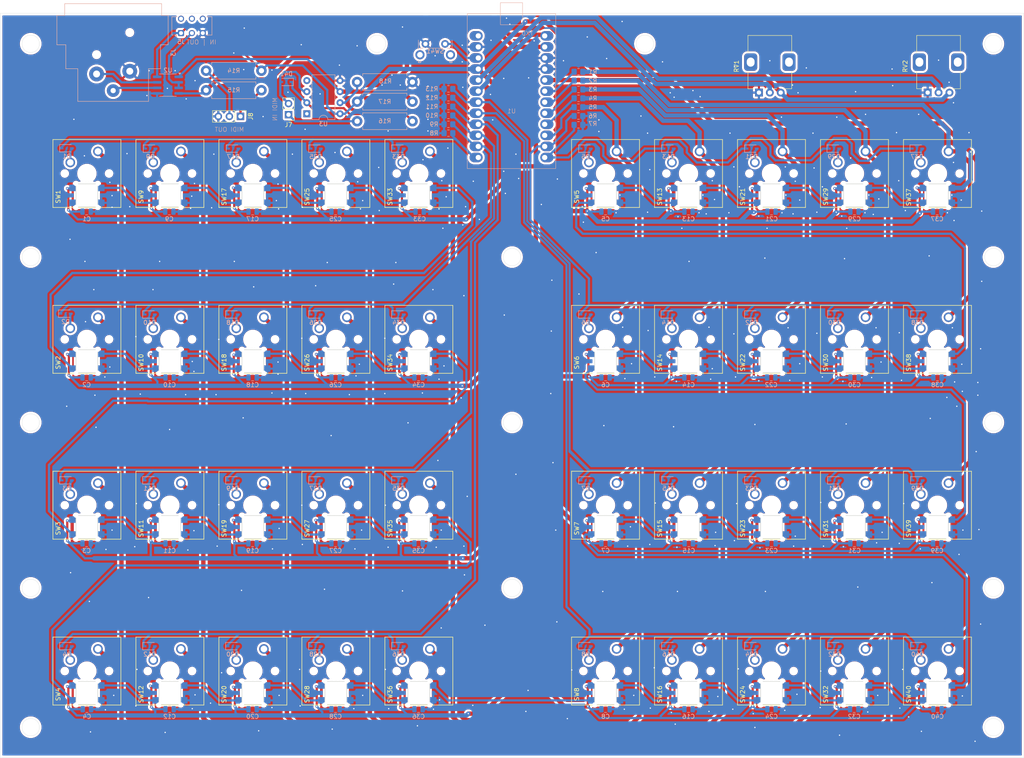
<source format=kicad_pcb>
(kicad_pcb (version 20240108) (generator "pcbnew") (generator_version "8.0")
  (layers (0 "F.Cu" signal) (31 "B.Cu" signal) (34 "B.Paste" user) (35 "F.Paste" user) (36 "B.SilkS" user "B.Silkscreen") (37 "F.SilkS" user "F.Silkscreen") (38 "B.Mask" user) (39 "F.Mask" user) (44 "Edge.Cuts" user))
  (net 0 "")
  (net 1 "GND")
  (net 2 "VCC")
  (net 3 "Net-(D1-A)")
  (net 4 "COL1")
  (net 5 "COL2")
  (net 6 "Net-(D2-A)")
  (net 7 "COL3")
  (net 8 "Net-(D3-A)")
  (net 9 "COL4")
  (net 10 "Net-(D4-A)")
  (net 11 "COL5")
  (net 12 "Net-(D5-A)")
  (net 13 "Net-(D6-A)")
  (net 14 "COL6")
  (net 15 "Net-(D7-A)")
  (net 16 "COL7")
  (net 17 "Net-(D8-A)")
  (net 18 "COL8")
  (net 19 "Net-(D9-A)")
  (net 20 "Net-(D10-A)")
  (net 21 "Net-(D11-A)")
  (net 22 "Net-(D12-A)")
  (net 23 "Net-(D13-A)")
  (net 24 "Net-(D14-A)")
  (net 25 "Net-(D15-A)")
  (net 26 "Net-(D16-A)")
  (net 27 "Net-(D17-A)")
  (net 28 "Net-(D18-A)")
  (net 29 "Net-(D19-A)")
  (net 30 "Net-(D20-A)")
  (net 31 "Net-(D21-A)")
  (net 32 "Net-(D22-A)")
  (net 33 "Net-(D23-A)")
  (net 34 "Net-(D24-A)")
  (net 35 "Net-(D25-A)")
  (net 36 "Net-(D26-A)")
  (net 37 "Net-(D27-A)")
  (net 38 "Net-(D28-A)")
  (net 39 "Net-(D29-A)")
  (net 40 "Net-(D30-A)")
  (net 41 "Net-(D31-A)")
  (net 42 "Net-(D32-A)")
  (net 43 "Net-(D33-A)")
  (net 44 "Net-(D34-A)")
  (net 45 "Net-(D35-A)")
  (net 46 "Net-(D36-A)")
  (net 47 "Net-(D37-A)")
  (net 48 "Net-(D38-A)")
  (net 49 "Net-(D39-A)")
  (net 50 "Net-(D40-A)")
  (net 51 "ROW1")
  (net 52 "Net-(U1-D3)")
  (net 53 "ROW2")
  (net 54 "Net-(U1-D4)")
  (net 55 "Net-(U1-D5)")
  (net 56 "ROW3")
  (net 57 "ROW4")
  (net 58 "Net-(U1-D6)")
  (net 59 "Net-(U1-D7)")
  (net 60 "ROW5")
  (net 61 "WS2812")
  (net 62 "RST")
  (net 63 "Net-(D41-A)")
  (net 64 "Net-(D41-K)")
  (net 65 "POT1")
  (net 66 "POT2")
  (net 67 "Net-(U2-B)")
  (net 68 "Net-(U2-A)")
  (net 69 "TXD")
  (net 70 "RXD")
  (net 71 "Net-(U3-VO1)")
  (net 75 "Net-(J7-Pin_1)")
  (net 76 "Net-(J8-Pin_1)")
  (net 77 "Net-(J8-Pin_2)")
  (net 79 "Net-(SW38-DIN)")
  (net 80 "Net-(SW13-DOUT)")
  (net 81 "Net-(SW39-DIN)")
  (net 82 "Net-(SW14-DOUT)")
  (net 83 "Net-(SW15-DOUT)")
  (net 84 "Net-(SW40-DIN)")
  (net 85 "Net-(SW16-DOUT)")
  (net 86 "Net-(SW13-DIN)")
  (net 87 "Net-(SW14-DIN)")
  (net 88 "Net-(SW15-DIN)")
  (net 89 "Net-(SW16-DIN)")
  (net 90 "Net-(SW21-DIN)")
  (net 91 "Net-(SW22-DIN)")
  (net 92 "Net-(SW23-DIN)")
  (net 93 "Net-(SW24-DIN)")
  (net 94 "Net-(SW29-DIN)")
  (net 95 "Net-(SW30-DIN)")
  (net 96 "Net-(SW31-DIN)")
  (net 97 "Net-(SW32-DIN)")
  (net 98 "Net-(SW1-DIN)")
  (net 99 "Net-(SW2-DOUT)")
  (net 100 "Net-(SW10-DOUT)")
  (net 101 "Net-(SW3-DOUT)")
  (net 102 "Net-(SW11-DOUT)")
  (net 103 "Net-(SW12-DOUT)")
  (net 104 "Net-(SW35-DIN)")
  (net 105 "Net-(SW36-DIN)")
  (net 106 "Net-(SW17-DOUT)")
  (net 107 "Net-(SW10-DIN)")
  (net 108 "Net-(SW11-DIN)")
  (net 109 "Net-(SW12-DIN)")
  (net 110 "Net-(SW17-DIN)")
  (net 111 "Net-(SW18-DIN)")
  (net 112 "Net-(SW19-DIN)")
  (net 113 "Net-(SW20-DIN)")
  (net 114 "Net-(SW25-DIN)")
  (net 115 "Net-(SW26-DIN)")
  (net 116 "Net-(SW27-DIN)")
  (net 117 "Net-(SW28-DIN)")
  (net 118 "Net-(J5-Pin_2)")
  (footprint "Button_Switch_Keyboard:Cherry_MX_SK6812_BS" (layer "F.Cu") (at 106.9975 205.105)
    (property "Reference" "SW20")
    (property "Value" "Switch_SW_WS2812B" (hide yes))
    (fp_line (start -2.5 2.38) (end -2.5 7.67) (stroke (width 0.12)) (layer "Edge.Cuts"))
    (fp_line (start -2.5 7.67) (end 2.5 7.67) (stroke (width 0.12)) (layer "Edge.Cuts"))
    (fp_line (start 2.5 2.38) (end -2.5 2.38) (stroke (width 0.12)) (layer "Edge.Cuts"))
    (fp_line (start 2.5 7.67) (end 2.5 2.38) (stroke (width 0.12)) (layer "Edge.Cuts"))
  )
  (footprint "Button_Switch_Keyboard:Cherry_MX_SK6812_BS" (layer "F.Cu") (at 264.16 128.905)
    (property "Reference" "SW38")
    (property "Value" "Switch_SW_WS2812B" (hide yes))
    (fp_line (start -2.5 2.38) (end -2.5 7.67) (stroke (width 0.12)) (layer "Edge.Cuts"))
    (fp_line (start -2.5 7.67) (end 2.5 7.67) (stroke (width 0.12)) (layer "Edge.Cuts"))
    (fp_line (start 2.5 2.38) (end -2.5 2.38) (stroke (width 0.12)) (layer "Edge.Cuts"))
    (fp_line (start 2.5 7.67) (end 2.5 2.38) (stroke (width 0.12)) (layer "Edge.Cuts"))
  )
  (footprint "Potentiometer_THT:Potentiometer_Alps_RK09K_Single_Vertical" (layer "F.Cu") (at 223.179 72.217 90)
    (property "Reference" "RV1")
    (property "Value" "R_Potentiometer" (hide yes))
  )
  (footprint "Button_Switch_Keyboard:Cherry_MX_SK6812_BS" (layer "F.Cu") (at 106.9975 167.005)
    (property "Reference" "SW19")
    (property "Value" "Switch_SW_WS2812B" (hide yes))
    (fp_line (start -2.5 2.38) (end -2.5 7.67) (stroke (width 0.12)) (layer "Edge.Cuts"))
    (fp_line (start -2.5 7.67) (end 2.5 7.67) (stroke (width 0.12)) (layer "Edge.Cuts"))
    (fp_line (start 2.5 2.38) (end -2.5 2.38) (stroke (width 0.12)) (layer "Edge.Cuts"))
    (fp_line (start 2.5 7.67) (end 2.5 2.38) (stroke (width 0.12)) (layer "Edge.Cuts"))
  )
  (footprint "Button_Switch_Keyboard:Cherry_MX_SK6812_BS" (layer "F.Cu") (at 226.06 128.905)
    (property "Reference" "SW22")
    (property "Value" "Switch_SW_WS2812B" (hide yes))
    (fp_line (start -2.5 2.38) (end -2.5 7.67) (stroke (width 0.12)) (layer "Edge.Cuts"))
    (fp_line (start -2.5 7.67) (end 2.5 7.67) (stroke (width 0.12)) (layer "Edge.Cuts"))
    (fp_line (start 2.5 2.38) (end -2.5 2.38) (stroke (width 0.12)) (layer "Edge.Cuts"))
    (fp_line (start 2.5 7.67) (end 2.5 2.38) (stroke (width 0.12)) (layer "Edge.Cuts"))
  )
  (footprint "Button_Switch_Keyboard:Cherry_MX_SK6812_BS" (layer "F.Cu") (at 145.0975 90.805)
    (property "Reference" "SW33")
    (property "Value" "Switch_SW_WS2812B" (hide yes))
    (fp_line (start -2.5 2.38) (end -2.5 7.67) (stroke (width 0.12)) (layer "Edge.Cuts"))
    (fp_line (start -2.5 7.67) (end 2.5 7.67) (stroke (width 0.12)) (layer "Edge.Cuts"))
    (fp_line (start 2.5 2.38) (end -2.5 2.38) (stroke (width 0.12)) (layer "Edge.Cuts"))
    (fp_line (start 2.5 7.67) (end 2.5 2.38) (stroke (width 0.12)) (layer "Edge.Cuts"))
  )
  (footprint "Button_Switch_Keyboard:Cherry_MX_SK6812_BS" (layer "F.Cu") (at 87.9475 90.805)
    (property "Reference" "SW9")
    (property "Value" "Switch_SW_WS2812B" (hide yes))
    (fp_line (start -2.5 2.38) (end -2.5 7.67) (stroke (width 0.12)) (layer "Edge.Cuts"))
    (fp_line (start -2.5 7.67) (end 2.5 7.67) (stroke (width 0.12)) (layer "Edge.Cuts"))
    (fp_line (start 2.5 2.38) (end -2.5 2.38) (stroke (width 0.12)) (layer "Edge.Cuts"))
    (fp_line (start 2.5 7.67) (end 2.5 2.38) (stroke (width 0.12)) (layer "Edge.Cuts"))
  )
  (footprint "Button_Switch_Keyboard:Cherry_MX_SK6812_BS" (layer "F.Cu") (at 187.96 205.105)
    (property "Reference" "SW8")
    (property "Value" "Switch_SW_WS2812B" (hide yes))
    (fp_line (start -2.5 2.38) (end -2.5 7.67) (stroke (width 0.12)) (layer "Edge.Cuts"))
    (fp_line (start -2.5 7.67) (end 2.5 7.67) (stroke (width 0.12)) (layer "Edge.Cuts"))
    (fp_line (start 2.5 2.38) (end -2.5 2.38) (stroke (width 0.12)) (layer "Edge.Cuts"))
    (fp_line (start 2.5 7.67) (end 2.5 2.38) (stroke (width 0.12)) (layer "Edge.Cuts"))
  )
  (footprint "Connector_PinHeader_2.54mm:PinHeader_1x02_P2.54mm_Vertical" (layer "F.Cu") (at 115.19 77.279 180)
    (property "Reference" "J7")
    (property "Value" "Conn_01x02_Pin" (hide yes))
  )
  (footprint "Button_Switch_Keyboard:Cherry_MX_SK6812_BS" (layer "F.Cu") (at 145.0975 128.905)
    (property "Reference" "SW34")
    (property "Value" "Switch_SW_WS2812B" (hide yes))
    (fp_line (start -2.5 2.38) (end -2.5 7.67) (stroke (width 0.12)) (layer "Edge.Cuts"))
    (fp_line (start -2.5 7.67) (end 2.5 7.67) (stroke (width 0.12)) (layer "Edge.Cuts"))
    (fp_line (start 2.5 2.38) (end -2.5 2.38) (stroke (width 0.12)) (layer "Edge.Cuts"))
    (fp_line (start 2.5 7.67) (end 2.5 2.38) (stroke (width 0.12)) (layer "Edge.Cuts"))
  )
  (footprint "Button_Switch_Keyboard:Cherry_MX_SK6812_BS" (layer "F.Cu") (at 264.16 90.805)
    (property "Reference" "SW37")
    (property "Value" "Switch_SW_WS2812B" (hide yes))
    (fp_line (start -2.5 2.38) (end -2.5 7.67) (stroke (width 0.12)) (layer "Edge.Cuts"))
    (fp_line (start -2.5 7.67) (end 2.5 7.67) (stroke (width 0.12)) (layer "Edge.Cuts"))
    (fp_line (start 2.5 2.38) (end -2.5 2.38) (stroke (width 0.12)) (layer "Edge.Cuts"))
    (fp_line (start 2.5 7.67) (end 2.5 2.38) (stroke (width 0.12)) (layer "Edge.Cuts"))
  )
  (footprint "Button_Switch_Keyboard:Cherry_MX_SK6812_BS" (layer "F.Cu") (at 264.16 205.1)
    (property "Reference" "SW40")
    (property "Value" "Switch_SW_WS2812B")
    (fp_line (start -2.5 2.38) (end -2.5 7.67) (stroke (width 0.12)) (layer "Edge.Cuts"))
    (fp_line (start -2.5 7.67) (end 2.5 7.67) (stroke (width 0.12)) (layer "Edge.Cuts"))
    (fp_line (start 2.5 2.38) (end -2.5 2.38) (stroke (width 0.12)) (layer "Edge.Cuts"))
    (fp_line (start 2.5 7.67) (end 2.5 2.38) (stroke (width 0.12)) (layer "Edge.Cuts"))
  )
  (footprint "Button_Switch_Keyboard:Cherry_MX_SK6812_BS" (layer "F.Cu") (at 207.01 205.105)
    (property "Reference" "SW16")
    (property "Value" "Switch_SW_WS2812B" (hide yes))
    (fp_line (start -2.5 2.38) (end -2.5 7.67) (stroke (width 0.12)) (layer "Edge.Cuts"))
    (fp_line (start -2.5 7.67) (end 2.5 7.67) (stroke (width 0.12)) (layer "Edge.Cuts"))
    (fp_line (start 2.5 2.38) (end -2.5 2.38) (stroke (width 0.12)) (layer "Edge.Cuts"))
    (fp_line (start 2.5 7.67) (end 2.5 2.38) (stroke (width 0.12)) (layer "Edge.Cuts"))
  )
  (footprint "Button_Switch_Keyboard:Cherry_MX_SK6812_BS" (layer "F.Cu") (at 226.06 90.805)
    (property "Reference" "SW21")
    (property "Value" "Switch_SW_WS2812B" (hide yes))
    (fp_line (start -2.5 2.38) (end -2.5 7.67) (stroke (width 0.12)) (layer "Edge.Cuts"))
    (fp_line (start -2.5 7.67) (end 2.5 7.67) (stroke (width 0.12)) (layer "Edge.Cuts"))
    (fp_line (start 2.5 2.38) (end -2.5 2.38) (stroke (width 0.12)) (layer "Edge.Cuts"))
    (fp_line (start 2.5 7.67) (end 2.5 2.38) (stroke (width 0.12)) (layer "Edge.Cuts"))
  )
  (footprint "Button_Switch_Keyboard:Cherry_MX_SK6812_BS" (layer "F.Cu") (at 87.9475 167.005)
    (property "Reference" "SW11")
    (property "Value" "Switch_SW_WS2812B" (hide yes))
    (fp_line (start -2.5 2.38) (end -2.5 7.67) (stroke (width 0.12)) (layer "Edge.Cuts"))
    (fp_line (start -2.5 7.67) (end 2.5 7.67) (stroke (width 0.12)) (layer "Edge.Cuts"))
    (fp_line (start 2.5 2.38) (end -2.5 2.38) (stroke (width 0.12)) (layer "Edge.Cuts"))
    (fp_line (start 2.5 7.67) (end 2.5 2.38) (stroke (width 0.12)) (layer "Edge.Cuts"))
  )
  (footprint "Button_Switch_Keyboard:Cherry_MX_SK6812_BS" (layer "F.Cu") (at 187.96 90.805)
    (property "Reference" "SW5")
    (property "Value" "Switch_SW_WS2812B" (hide yes))
    (fp_line (start -2.5 2.38) (end -2.5 7.67) (stroke (width 0.12)) (layer "Edge.Cuts"))
    (fp_line (start -2.5 7.67) (end 2.5 7.67) (stroke (width 0.12)) (layer "Edge.Cuts"))
    (fp_line (start 2.5 2.38) (end -2.5 2.38) (stroke (width 0.12)) (layer "Edge.Cuts"))
    (fp_line (start 2.5 7.67) (end 2.5 2.38) (stroke (width 0.12)) (layer "Edge.Cuts"))
  )
  (footprint "Button_Switch_Keyboard:Cherry_MX_SK6812_BS" (layer "F.Cu") (at 264.16 167.005)
    (property "Reference" "SW39")
    (property "Value" "Switch_SW_WS2812B" (hide yes))
    (fp_line (start -2.5 2.38) (end -2.5 7.67) (stroke (width 0.12)) (layer "Edge.Cuts"))
    (fp_line (start -2.5 7.67) (end 2.5 7.67) (stroke (width 0.12)) (layer "Edge.Cuts"))
    (fp_line (start 2.5 2.38) (end -2.5 2.38) (stroke (width 0.12)) (layer "Edge.Cuts"))
    (fp_line (start 2.5 7.67) (end 2.5 2.38) (stroke (width 0.12)) (layer "Edge.Cuts"))
  )
  (footprint "Button_Switch_Keyboard:Cherry_MX_SK6812_BS" (layer "F.Cu") (at 245.11 128.905)
    (property "Reference" "SW30")
    (property "Value" "Switch_SW_WS2812B" (hide yes))
    (fp_line (start -2.5 2.38) (end -2.5 7.67) (stroke (width 0.12)) (layer "Edge.Cuts"))
    (fp_line (start -2.5 7.67) (end 2.5 7.67) (stroke (width 0.12)) (layer "Edge.Cuts"))
    (fp_line (start 2.5 2.38) (end -2.5 2.38) (stroke (width 0.12)) (layer "Edge.Cuts"))
    (fp_line (start 2.5 7.67) (end 2.5 2.38) (stroke (width 0.12)) (layer "Edge.Cuts"))
  )
  (footprint "Button_Switch_Keyboard:Cherry_MX_SK6812_BS" (layer "F.Cu") (at 106.9975 128.905)
    (property "Reference" "SW18")
    (property "Value" "Switch_SW_WS2812B" (hide yes))
    (fp_line (start -2.5 2.38) (end -2.5 7.67) (stroke (width 0.12)) (layer "Edge.Cuts"))
    (fp_line (start -2.5 7.67) (end 2.5 7.67) (stroke (width 0.12)) (layer "Edge.Cuts"))
    (fp_line (start 2.5 2.38) (end -2.5 2.38) (stroke (width 0.12)) (layer "Edge.Cuts"))
    (fp_line (start 2.5 7.67) (end 2.5 2.38) (stroke (width 0.12)) (layer "Edge.Cuts"))
  )
  (footprint "Button_Switch_Keyboard:Cherry_MX_SK6812_BS" (layer "F.Cu") (at 126.0475 167.005)
    (property "Reference" "SW27")
    (property "Value" "Switch_SW_WS2812B" (hide yes))
    (fp_line (start -2.5 2.38) (end -2.5 7.67) (stroke (width 0.12)) (layer "Edge.Cuts"))
    (fp_line (start -2.5 7.67) (end 2.5 7.67) (stroke (width 0.12)) (layer "Edge.Cuts"))
    (fp_line (start 2.5 2.38) (end -2.5 2.38) (stroke (width 0.12)) (layer "Edge.Cuts"))
    (fp_line (start 2.5 7.67) (end 2.5 2.38) (stroke (width 0.12)) (layer "Edge.Cuts"))
  )
  (footprint "Button_Switch_Keyboard:Cherry_MX_SK6812_BS" (layer "F.Cu") (at 68.8975 128.905)
    (property "Reference" "SW2")
    (property "Value" "Switch_SW_WS2812B" (hide yes))
    (fp_line (start -2.5 2.38) (end -2.5 7.67) (stroke (width 0.12)) (layer "Edge.Cuts"))
    (fp_line (start -2.5 7.67) (end 2.5 7.67) (stroke (width 0.12)) (layer "Edge.Cuts"))
    (fp_line (start 2.5 2.38) (end -2.5 2.38) (stroke (width 0.12)) (layer "Edge.Cuts"))
    (fp_line (start 2.5 7.67) (end 2.5 2.38) (stroke (width 0.12)) (layer "Edge.Cuts"))
  )
  (footprint "Connector_PinHeader_2.54mm:PinHeader_1x03_P2.54mm_Vertical" (layer "F.Cu") (at 104.156 77.683 -90)
    (property "Reference" "J8")
    (property "Value" "Conn_01x03_Pin" (hide yes))
  )
  (footprint "Button_Switch_Keyboard:Cherry_MX_SK6812_BS" (layer "F.Cu") (at 126.0475 205.105)
    (property "Reference" "SW28")
    (property "Value" "Switch_SW_WS2812B" (hide yes))
    (fp_line (start -2.5 2.38) (end -2.5 7.67) (stroke (width 0.12)) (layer "Edge.Cuts"))
    (fp_line (start -2.5 7.67) (end 2.5 7.67) (stroke (width 0.12)) (layer "Edge.Cuts"))
    (fp_line (start 2.5 2.38) (end -2.5 2.38) (stroke (width 0.12)) (layer "Edge.Cuts"))
    (fp_line (start 2.5 7.67) (end 2.5 2.38) (stroke (width 0.12)) (layer "Edge.Cuts"))
  )
  (footprint "Button_Switch_Keyboard:Cherry_MX_SK6812_BS" (layer "F.Cu") (at 245.11 167.005)
    (property "Reference" "SW31")
    (property "Value" "Switch_SW_WS2812B" (hide yes))
    (fp_line (start -2.5 2.38) (end -2.5 7.67) (stroke (width 0.12)) (layer "Edge.Cuts"))
    (fp_line (start -2.5 7.67) (end 2.5 7.67) (stroke (width 0.12)) (layer "Edge.Cuts"))
    (fp_line (start 2.5 2.38) (end -2.5 2.38) (stroke (width 0.12)) (layer "Edge.Cuts"))
    (fp_line (start 2.5 7.67) (end 2.5 2.38) (stroke (width 0.12)) (layer "Edge.Cuts"))
  )
  (footprint "Button_Switch_Keyboard:Cherry_MX_SK6812_BS" (layer "F.Cu") (at 87.9475 205.105)
    (property "Reference" "SW12")
    (property "Value" "Switch_SW_WS2812B" (hide yes))
    (fp_line (start -2.5 2.38) (end -2.5 7.67) (stroke (width 0.12)) (layer "Edge.Cuts"))
    (fp_line (start -2.5 7.67) (end 2.5 7.67) (stroke (width 0.12)) (layer "Edge.Cuts"))
    (fp_line (start 2.5 2.38) (end -2.5 2.38) (stroke (width 0.12)) (layer "Edge.Cuts"))
    (fp_line (start 2.5 7.67) (end 2.5 2.38) (stroke (width 0.12)) (layer "Edge.Cuts"))
  )
  (footprint "Button_Switch_Keyboard:Cherry_MX_SK6812_BS" (layer "F.Cu") (at 126.0475 90.805)
    (property "Reference" "SW25")
    (property "Value" "Switch_SW_WS2812B" (hide yes))
    (fp_line (start -2.5 2.38) (end -2.5 7.67) (stroke (width 0.12)) (layer "Edge.Cuts"))
    (fp_line (start -2.5 7.67) (end 2.5 7.67) (stroke (width 0.12)) (layer "Edge.Cuts"))
    (fp_line (start 2.5 2.38) (end -2.5 2.38) (stroke (width 0.12)) (layer "Edge.Cuts"))
    (fp_line (start 2.5 7.67) (end 2.5 2.38) (stroke (width 0.12)) (layer "Edge.Cuts"))
  )
  (footprint "Button_Switch_Keyboard:Cherry_MX_SK6812_BS" (layer "F.Cu") (at 126.0475 128.905)
    (property "Reference" "SW26")
    (property "Value" "Switch_SW_WS2812B" (hide yes))
    (fp_line (start -2.5 2.38) (end -2.5 7.67) (stroke (width 0.12)) (layer "Edge.Cuts"))
    (fp_line (start -2.5 7.67) (end 2.5 7.67) (stroke (width 0.12)) (layer "Edge.Cuts"))
    (fp_line (start 2.5 2.38) (end -2.5 2.38) (stroke (width 0.12)) (layer "Edge.Cuts"))
    (fp_line (start 2.5 7.67) (end 2.5 2.38) (stroke (width 0.12)) (layer "Edge.Cuts"))
  )
  (footprint "Button_Switch_Keyboard:Cherry_MX_SK6812_BS" (layer "F.Cu") (at 245.11 90.805)
    (property "Reference" "SW29")
    (property "Value" "Switch_SW_WS2812B" (hide yes))
    (fp_line (start -2.5 2.38) (end -2.5 7.67) (stroke (width 0.12)) (layer "Edge.Cuts"))
    (fp_line (start -2.5 7.67) (end 2.5 7.67) (stroke (width 0.12)) (layer "Edge.Cuts"))
    (fp_line (start 2.5 2.38) (end -2.5 2.38) (stroke (width 0.12)) (layer "Edge.Cuts"))
    (fp_line (start 2.5 7.67) (end 2.5 2.38) (stroke (width 0.12)) (layer "Edge.Cuts"))
  )
  (footprint "Button_Switch_Keyboard:Cherry_MX_SK6812_BS" (layer "F.Cu") (at 207.01 90.805)
    (property "Reference" "SW13")
    (property "Value" "Switch_SW_WS2812B" (hide yes))
    (fp_line (start -2.5 2.38) (end -2.5 7.67) (stroke (width 0.12)) (layer "Edge.Cuts"))
    (fp_line (start -2.5 7.67) (end 2.5 7.67) (stroke (width 0.12)) (layer "Edge.Cuts"))
    (fp_line (start 2.5 2.38) (end -2.5 2.38) (stroke (width 0.12)) (layer "Edge.Cuts"))
    (fp_line (start 2.5 7.67) (end 2.5 2.38) (stroke (width 0.12)) (layer "Edge.Cuts"))
  )
  (footprint "Button_Switch_Keyboard:Cherry_MX_SK6812_BS" (layer "F.Cu") (at 87.9475 128.905)
    (property "Reference" "SW10")
    (property "Value" "Switch_SW_WS2812B" (hide yes))
    (fp_line (start -2.5 2.38) (end -2.5 7.67) (stroke (width 0.12)) (layer "Edge.Cuts"))
    (fp_line (start -2.5 7.67) (end 2.5 7.67) (stroke (width 0.12)) (layer "Edge.Cuts"))
    (fp_line (start 2.5 2.38) (end -2.5 2.38) (stroke (width 0.12)) (layer "Edge.Cuts"))
    (fp_line (start 2.5 7.67) (end 2.5 2.38) (stroke (width 0.12)) (layer "Edge.Cuts"))
  )
  (footprint "Button_Switch_Keyboard:Cherry_MX_SK6812_BS" (layer "F.Cu") (at 68.8975 205.105)
    (property "Reference" "SW4")
    (property "Value" "Switch_SW_WS2812B" (hide yes))
    (fp_line (start -2.5 2.38) (end -2.5 7.67) (stroke (width 0.12)) (layer "Edge.Cuts"))
    (fp_line (start -2.5 7.67) (end 2.5 7.67) (stroke (width 0.12)) (layer "Edge.Cuts"))
    (fp_line (start 2.5 2.38) (end -2.5 2.38) (stroke (width 0.12)) (layer "Edge.Cuts"))
    (fp_line (start 2.5 7.67) (end 2.5 2.38) (stroke (width 0.12)) (layer "Edge.Cuts"))
  )
  (footprint "Button_Switch_Keyboard:Cherry_MX_SK6812_BS" (layer "F.Cu") (at 207.01 167.005)
    (property "Reference" "SW15")
    (property "Value" "Switch_SW_WS2812B" (hide yes))
    (fp_line (start -2.5 2.38) (end -2.5 7.67) (stroke (width 0.12)) (layer "Edge.Cuts"))
    (fp_line (start -2.5 7.67) (end 2.5 7.67) (stroke (width 0.12)) (layer "Edge.Cuts"))
    (fp_line (start 2.5 2.38) (end -2.5 2.38) (stroke (width 0.12)) (layer "Edge.Cuts"))
    (fp_line (start 2.5 7.67) (end 2.5 2.38) (stroke (width 0.12)) (layer "Edge.Cuts"))
  )
  (footprint "Button_Switch_Keyboard:Cherry_MX_SK6812_BS" (layer "F.Cu") (at 68.8975 90.805)
    (property "Reference" "SW1")
    (property "Value" "Switch_SW_WS2812B" (hide yes))
    (fp_line (start -2.5 2.38) (end -2.5 7.67) (stroke (width 0.12)) (layer "Edge.Cuts"))
    (fp_line (start -2.5 7.67) (end 2.5 7.67) (stroke (width 0.12)) (layer "Edge.Cuts"))
    (fp_line (start 2.5 2.38) (end -2.5 2.38) (stroke (width 0.12)) (layer "Edge.Cuts"))
    (fp_line (start 2.5 7.67) (end 2.5 2.38) (stroke (width 0.12)) (layer "Edge.Cuts"))
  )
  (footprint "Button_Switch_Keyboard:Cherry_MX_SK6812_BS" (layer "F.Cu") (at 187.96 128.905)
    (property "Reference" "SW6")
    (property "Value" "Switch_SW_WS2812B" (hide yes))
    (fp_line (start -2.5 2.38) (end -2.5 7.67) (stroke (width 0.12)) (layer "Edge.Cuts"))
    (fp_line (start -2.5 7.67) (end 2.5 7.67) (stroke (width 0.12)) (layer "Edge.Cuts"))
    (fp_line (start 2.5 2.38) (end -2.5 2.38) (stroke (width 0.12)) (layer "Edge.Cuts"))
    (fp_line (start 2.5 7.67) (end 2.5 2.38) (stroke (width 0.12)) (layer "Edge.Cuts"))
  )
  (footprint "Potentiometer_THT:Potentiometer_Alps_RK09K_Single_Vertical" (layer "F.Cu") (at 261.914 72.217 90)
    (property "Reference" "RV2")
    (property "Value" "R_Potentiometer" (hide yes))
  )
  (footprint "Button_Switch_Keyboard:Cherry_MX_SK6812_BS" (layer "F.Cu") (at 245.11 205.105)
    (property "Reference" "SW32")
    (property "Value" "Switch_SW_WS2812B" (hide yes))
    (fp_line (start -2.5 2.38) (end -2.5 7.67) (stroke (width 0.12)) (layer "Edge.Cuts"))
    (fp_line (start -2.5 7.67) (end 2.5 7.67) (stroke (width 0.12)) (layer "Edge.Cuts"))
    (fp_line (start 2.5 2.38) (end -2.5 2.38) (stroke (width 0.12)) (layer "Edge.Cuts"))
    (fp_line (start 2.5 7.67) (end 2.5 2.38) (stroke (width 0.12)) (layer "Edge.Cuts"))
  )
  (footprint "Button_Switch_Keyboard:Cherry_MX_SK6812_BS" (layer "F.Cu") (at 145.0975 167.005)
    (property "Reference" "SW35")
    (property "Value" "Switch_SW_WS2812B" (hide yes))
    (fp_line (start -2.5 2.38) (end -2.5 7.67) (stroke (width 0.12)) (layer "Edge.Cuts"))
    (fp_line (start -2.5 7.67) (end 2.5 7.67) (stroke (width 0.12)) (layer "Edge.Cuts"))
    (fp_line (start 2.5 2.38) (end -2.5 2.38) (stroke (width 0.12)) (layer "Edge.Cuts"))
    (fp_line (start 2.5 7.67) (end 2.5 2.38) (stroke (width 0.12)) (layer "Edge.Cuts"))
  )
  (footprint "Button_Switch_Keyboard:Cherry_MX_SK6812_BS" (layer "F.Cu") (at 207.01 128.905)
    (property "Reference" "SW14")
    (property "Value" "Switch_SW_WS2812B" (hide yes))
    (fp_line (start -2.5 2.38) (end -2.5 7.67) (stroke (width 0.12)) (layer "Edge.Cuts"))
    (fp_line (start -2.5 7.67) (end 2.5 7.67) (stroke (width 0.12)) (layer "Edge.Cuts"))
    (fp_line (start 2.5 2.38) (end -2.5 2.38) (stroke (width 0.12)) (layer "Edge.Cuts"))
    (fp_line (start 2.5 7.67) (end 2.5 2.38) (stroke (width 0.12)) (layer "Edge.Cuts"))
  )
  (footprint "Button_Switch_Keyboard:Cherry_MX_SK6812_BS" (layer "F.Cu") (at 145.0975 205.105)
    (property "Reference" "SW36")
    (property "Value" "Switch_SW_WS2812B" (hide yes))
    (fp_line (start -2.5 2.38) (end -2.5 7.67) (stroke (width 0.12)) (layer "Edge.Cuts"))
    (fp_line (start -2.5 7.67) (end 2.5 7.67) (stroke (width 0.12)) (layer "Edge.Cuts"))
    (fp_line (start 2.5 2.38) (end -2.5 2.38) (stroke (width 0.12)) (layer "Edge.Cuts"))
    (fp_line (start 2.5 7.67) (end 2.5 2.38) (stroke (width 0.12)) (layer "Edge.Cuts"))
  )
  (footprint "Button_Switch_Keyboard:Cherry_MX_SK6812_BS" (layer "F.Cu") (at 106.9975 90.805)
    (property "Reference" "SW17")
    (property "Value" "Switch_SW_WS2812B" (hide yes))
    (fp_line (start -2.5 2.38) (end -2.5 7.67) (stroke (width 0.12)) (layer "Edge.Cuts"))
    (fp_line (start -2.5 7.67) (end 2.5 7.67) (stroke (width 0.12)) (layer "Edge.Cuts"))
    (fp_line (start 2.5 2.38) (end -2.5 2.38) (stroke (width 0.12)) (layer "Edge.Cuts"))
    (fp_line (start 2.5 7.67) (end 2.5 2.38) (stroke (width 0.12)) (layer "Edge.Cuts"))
  )
  (footprint "Button_Switch_Keyboard:Cherry_MX_SK6812_BS" (layer "F.Cu") (at 68.8975 167.005)
    (property "Reference" "SW3")
    (property "Value" "Switch_SW_WS2812B" (hide yes))
    (fp_line (start -2.5 2.38) (end -2.5 7.67) (stroke (width 0.12)) (layer "Edge.Cuts"))
    (fp_line (start -2.5 7.67) (end 2.5 7.67) (stroke (width 0.12)) (layer "Edge.Cuts"))
    (fp_line (start 2.5 2.38) (end -2.5 2.38) (stroke (width 0.12)) (layer "Edge.Cuts"))
    (fp_line (start 2.5 7.67) (end 2.5 2.38) (stroke (width 0.12)) (layer "Edge.Cuts"))
  )
  (footprint "Button_Switch_Keyboard:Cherry_MX_SK6812_BS" (layer "F.Cu") (at 226.06 167.005)
    (property "Reference" "SW23")
    (property "Value" "Switch_SW_WS2812B" (hide yes))
    (fp_line (start -2.5 2.38) (end -2.5 7.67) (stroke (width 0.12)) (layer "Edge.Cuts"))
    (fp_line (start -2.5 7.67) (end 2.5 7.67) (stroke (width 0.12)) (layer "Edge.Cuts"))
    (fp_line (start 2.5 2.38) (end -2.5 2.38) (stroke (width 0.12)) (layer "Edge.Cuts"))
    (fp_line (start 2.5 7.67) (end 2.5 2.38) (stroke (width 0.12)) (layer "Edge.Cuts"))
  )
  (footprint "Button_Switch_Keyboard:Cherry_MX_SK6812_BS" (layer "F.Cu") (at 226.06 205.105)
    (property "Reference" "SW24")
    (property "Value" "Switch_SW_WS2812B" (hide yes))
    (fp_line (start -2.5 2.38) (end -2.5 7.67) (stroke (width 0.12)) (layer "Edge.Cuts"))
    (fp_line (start -2.5 7.67) (end 2.5 7.67) (stroke (width 0.12)) (layer "Edge.Cuts"))
    (fp_line (start 2.5 2.38) (end -2.5 2.38) (stroke (width 0.12)) (layer "Edge.Cuts"))
    (fp_line (start 2.5 7.67) (end 2.5 2.38) (stroke (width 0.12)) (layer "Edge.Cuts"))
  )
  (footprint "Button_Switch_Keyboard:Cherry_MX_SK6812_BS" (layer "F.Cu") (at 187.96 167.005)
    (property "Reference" "SW7")
    (property "Value" "Switch_SW_WS2812B" (hide yes))
    (fp_line (start -2.5 2.38) (end -2.5 7.67) (stroke (width 0.12)) (layer "Edge.Cuts"))
    (fp_line (start -2.5 7.67) (end 2.5 7.67) (stroke (width 0.12)) (layer "Edge.Cuts"))
    (fp_line (start 2.5 2.38) (end -2.5 2.38) (stroke (width 0.12)) (layer "Edge.Cuts"))
    (fp_line (start 2.5 7.67) (end 2.5 2.38) (stroke (width 0.12)) (layer "Edge.Cuts"))
  )
  (footprint "Button_Switch_THT:SW_Tactile_SPST_Angled_PTS645Vx58-2LFS" (layer "B.Cu") (at 151.119 61.0375 180)
    (property "Reference" "SW41")
    (property "Value" "SW_Push" (hide yes))
  )
  (footprint "Connector_Audio:Jack_XLR_Neutrik_NC3FAH1-0_Horizontal" (layer "B.Cu") (at 78.74 67.31 90)
    (property "Reference" "J3")
    (property "Value" "XLR3")
  )
  (footprint "Diode_SMD:D_SOD-323" (layer "B.Cu") (at 202.308 123.19)
    (property "Reference" "D14")
    (property "Value" "D_Small_Filled")
  )
  (footprint "Button_Switch_THT:SW_CK_JS202011AQN_DPDT_Angled" (layer "B.Cu") (at 90.504 58.545)
    (property "Reference" "J5")
    (property "Value" "Conn_01x03_Pin")
  )
  (footprint "Resistor_SMD:R_0805_2012Metric_Pad1.20x1.40mm_HandSolder" (layer "B.Cu") (at 151.892 79.502 180)
    (property "Reference" "R9")
    (property "Value" "10k" (hide yes))
  )
  (footprint "Resistor_SMD:R_0805_2012Metric_Pad1.20x1.40mm_HandSolder" (layer "B.Cu") (at 181.753 69.469 180)
    (property "Reference" "R2")
    (property "Value" "100" (hide yes))
  )
  (footprint "Diode_SMD:D_SOD-323" (layer "B.Cu") (at 121.412 199.39)
    (property "Reference" "D28")
    (property "Value" "D_Small_Filled")
  )
  (footprint "Module:Arduino_PRO_MIcro_USB-C" (layer "B.Cu") (at 166.37 76.962 180)
    (property "Reference" "U1")
    (property "Value" "~")
  )
  (footprint "Diode_SMD:D_SOD-323" (layer "B.Cu") (at 121.412 161.29)
    (property "Reference" "D27")
    (property "Value" "D_Small_Filled")
  )
  (footprint "Diode_SMD:D_SOD-323" (layer "B.Cu") (at 221.488 199.39)
    (property "Reference" "D24")
    (property "Value" "D_Small_Filled")
  )
  (footprint "Resistor_SMD:R_0805_2012Metric_Pad1.20x1.40mm_HandSolder" (layer "B.Cu") (at 151.892 77.47 180)
    (property "Reference" "R10")
    (property "Value" "10k" (hide yes))
  )
  (footprint "Resistor_SMD:R_0805_2012Metric_Pad1.20x1.40mm_HandSolder" (layer "B.Cu") (at 181.753 71.501 180)
    (property "Reference" "R3")
    (property "Value" "100" (hide yes))
  )
  (footprint "Capacitor_SMD:C_0805_2012Metric" (layer "B.Cu") (at 245.11 99.568)
    (property "Reference" "C29")
    (property "Value" "C_Small" (hide yes))
  )
  (footprint "Diode_SMD:D_SOD-323" (layer "B.Cu") (at 102.492 85.09)
    (property "Reference" "D17")
    (property "Value" "D_Small_Filled")
  )
  (footprint "Diode_SMD:D_SOD-323" (layer "B.Cu") (at 114.69 69.779 180)
    (property "Reference" "D41")
    (property "Value" "D_Small_Filled")
  )
  (footprint "Package_DIP:DIP-8_W7.62mm" (layer "B.Cu") (at 119.39 77.079)
    (property "Reference" "U3")
    (property "Value" "6N138")
  )
  (footprint "Diode_SMD:D_SOD-323" (layer "B.Cu") (at 202.438 199.39)
    (property "Reference" "D16")
    (property "Value" "D_Small_Filled")
  )
  (footprint "Diode_SMD:D_SOD-323" (layer "B.Cu") (at 83.436 85.09)
    (property "Reference" "D9")
    (property "Value" "D_Small_Filled")
  )
  (footprint "Capacitor_SMD:C_0805_2012Metric" (layer "B.Cu") (at 106.934 175.768)
    (property "Reference" "C19")
    (property "Value" "C_Small" (hide yes))
  )
  (footprint "Resistor_SMD:R_0805_2012Metric_Pad1.20x1.40mm_HandSolder" (layer "B.Cu") (at 151.892 71.374 180)
    (property "Reference" "R13")
    (property "Value" "10k" (hide yes))
  )
  (footprint "Capacitor_SMD:C_0805_2012Metric" (layer "B.Cu") (at 207.076 175.768)
    (property "Reference" "C15")
    (property "Value" "C_Small" (hide yes))
  )
  (footprint "Diode_SMD:D_SOD-323" (layer "B.Cu") (at 102.362 199.39)
    (property "Reference" "D20")
    (property "Value" "D_Small_Filled")
  )
  (footprint "Diode_SMD:D_SOD-323" (layer "B.Cu") (at 259.458 85.09)
    (property "Reference" "D37")
    (property "Value" "D_Small_Filled")
  )
  (footprint "Resistor_SMD:R_0805_2012Metric_Pad1.20x1.40mm_HandSolder" (layer "B.Cu") (at 181.737 77.597)
    (property "Reference" "R6")
    (property "Value" "10k" (hide yes))
  )
  (footprint "Diode_SMD:D_SOD-323" (layer "B.Cu") (at 183.388 161.29)
    (property "Reference" "D7")
    (property "Value" "D_Small_Filled")
  )
  (footprint "Capacitor_SMD:C_0805_2012Metric" (layer "B.Cu") (at 226.06 99.568)
    (property "Reference" "C21")
    (property "Value" "C_Small" (hide yes))
  )
  (footprint "Diode_SMD:D_SOD-323" (layer "B.Cu") (at 221.488 85.09)
    (property "Reference" "D21")
    (property "Value" "D_Small_Filled")
  )
  (footprint "Capacitor_SMD:C_0805_2012Metric" (layer "B.Cu") (at 187.96 99.568)
    (property "Reference" "C5")
    (property "Value" "C_Small" (hide yes))
  )
  (footprint "Diode_SMD:D_SOD-323" (layer "B.Cu") (at 121.412 123.19)
    (property "Reference" "D26")
    (property "Value" "D_Small_Filled")
  )
  (footprint "Package_SO:SOIC-8_3.9x4.9mm_P1.27mm" (layer "B.Cu") (at 87.5 70.5 180)
    (property "Reference" "U2")
    (property "Value" "MAX485E")
  )
  (footprint "Capacitor_SMD:C_0805_2012Metric" (layer "B.Cu") (at 87.884 175.768)
    (property "Reference" "C11")
    (property "Value" "C_Small" (hide yes))
  )
  (footprint "Capacitor_SMD:C_0805_2012Metric" (layer "B.Cu") (at 145.034 213.868)
    (property "Reference" "C36")
    (property "Value" "C_Small" (hide yes))
  )
  (footprint "Diode_SMD:D_SOD-323" (layer "B.Cu") (at 259.588 123.19)
    (property "Reference" "D38")
    (property "Value" "D_Small_Filled")
  )
  (footprint "Diode_SMD:D_SOD-323" (layer "B.Cu") (at 183.388 199.39)
    (property "Reference" "D8")
    (property "Value" "D_Small_Filled")
  )
  (footprint "Capacitor_SMD:C_0805_2012Metric" (layer "B.Cu") (at 68.834 137.668)
    (property "Reference" "C2")
    (property "Value" "C_Small" (hide yes))
  )
  (footprint "Resistor_SMD:R_0805_2012Metric_Pad1.20x1.40mm_HandSolder" (layer "B.Cu") (at 151.892 73.406 180)
    (property "Reference" "R12")
    (property "Value" "10k" (hide yes))
  )
  (footprint "Diode_SMD:D_SOD-323" (layer "B.Cu") (at 83.312 199.39)
    (property "Reference" "D12")
    (property "Value" "D_Small_Filled")
  )
  (footprint "Capacitor_SMD:C_0805_2012Metric" (layer "B.Cu") (at 207.01 99.568)
    (property "Reference" "C13")
    (property "Value" "C_Small" (hide yes))
  )
  (footprint "Capacitor_SMD:C_0805_2012Metric" (layer "B.Cu") (at 106.934 137.668)
    (property "Reference" "C18")
    (property "Value" "C_Small" (hide yes))
  )
  (footprint "Diode_SMD:D_SOD-323" (layer "B.Cu") (at 140.462 199.39)
    (property "Reference" "D36")
    (property "Value" "D_Small_Filled")
  )
  (footprint "Diode_SMD:D_SOD-323" (layer "B.Cu") (at 64.262 161.29)
    (property "Reference" "D3")
    (property "Value" "D_Small_Filled")
  )
  (footprint "Diode_SMD:D_SOD-323" (layer "B.Cu") (at 240.408 85.09)
    (property "Reference" "D29")
    (property "Value" "D_Small_Filled")
  )
  (footprint "Diode_SMD:D_SOD-323" (layer "B.Cu") (at 83.312 161.29)
    (property "Reference" "D11")
    (property "Value" "D_Small_Filled")
  )
  (footprint "Capacitor_SMD:C_0805_2012Metric" (layer "B.Cu") (at 68.834 175.768)
    (property "Reference" "C3")
    (property "Value" "C_Small" (hide yes))
  )
  (footprint "Capacitor_SMD:C_0805_2012Metric" (layer "B.Cu") (at 87.884 137.668)
    (property "Reference" "C10")
    (property "Value" "C_Small" (hide yes))
  )
  (footprint "Capacitor_SMD:C_0805_2012Metric" (layer "B.Cu") (at 125.984 137.668)
    (property "Reference" "C26")
    (property "Value" "C_Small" (hide yes))
  )
  (footprint "Diode_SMD:D_SOD-323" (layer "B.Cu") (at 240.538 199.39)
    (property "Reference" "D32")
    (property "Value" "D_Small_Filled")
  )
  (footprint "Diode_SMD:D_SOD-323" (layer "B.Cu") (at 240.538 123.19)
    (property "Reference" "D30")
    (property "Value" "D_Small_Filled")
  )
  (footprint "Diode_SMD:D_SOD-323" (layer "B.Cu") (at 221.488 123.19)
    (property "Reference" "D22")
    (property "Value" "D_Small_Filled")
  )
  (footprint "Diode_SMD:D_SOD-323" (layer "B.Cu") (at 259.588 161.29)
    (property "Reference" "D39")
    (property "Value" "D_Small_Filled")
  )
  (footprint "Capacitor_SMD:C_0805_2012Metric" (layer "B.Cu") (at 264.094 175.768)
    (property "Reference" "C39")
    (property "Value" "C_Small" (hide yes))
  )
  (footprint "Resistor_THT:R_Axial_DIN0411_L9.9mm_D3.6mm_P12.70mm_Horizontal" (layer "B.Cu") (at 130.937 78.795)
    (property "Reference" "R16")
    (property "Value" "220" (hide yes))
  )
  (footprint "Capacitor_SMD:C_0805_2012Metric" (layer "B.Cu") (at 87.818 99.568)
    (property "Reference" "C9")
    (property "Value" "C_Small" (hide yes))
  )
  (footprint "Resistor_SMD:R_0805_2012Metric_Pad1.20x1.40mm_HandSolder" (layer "B.Cu") (at 151.892 81.534 180)
    (property "Reference" "R8")
    (property "Value" "10k" (hide yes))
  )
  (footprint "Diode_SMD:D_SOD-323" (layer "B.Cu") (at 221.488 161.29)
    (property "Reference" "D23")
    (property "Value" "D_Small_Filled")
  )
  (footprint "Diode_SMD:D_SOD-323" (layer "B.Cu") (at 183.388 85.09)
    (property "Reference" "D5")
    (property "Value" "D_Small_Filled")
  )
  (footprint "Diode_SMD:D_SOD-323" (layer "B.Cu") (at 102.362 161.29)
    (property "Reference" "D19")
    (property "Value" "D_Small_Filled")
  )
  (footprint "Capacitor_SMD:C_0805_2012Metric" (layer "B.Cu") (at 264.16 137.668)
    (property "Reference" "C38")
    (property "Value" "C_Small" (hide yes))
  )
  (footprint "Resistor_SMD:R_0805_2012Metric_Pad1.20x1.40mm_HandSolder" (layer "B.Cu") (at 181.753 73.533 180)
    (property "Reference" "R4")
    (property "Value" "100" (hide yes))
  )
  (footprint "Diode_SMD:D_SOD-323" (layer "B.Cu") (at 64.262 85)
    (property "Reference" "D1")
    (property "Value" "D_Small_Filled")
  )
  (footprint "Capacitor_SMD:C_0805_2012Metric" (layer "B.Cu") (at 225.994 137.668)
    (property "Reference" "C22")
    (property "Value" "C_Small" (hide yes))
  )
  (footprint "Diode_SMD:D_SOD-323" (layer "B.Cu") (at 83.312 123.19)
    (property "Reference" "D10")
    (property "Value" "D_Small_Filled")
  )
  (footprint "Resistor_SMD:R_0805_2012Metric_Pad1.20x1.40mm_HandSolder" (layer "B.Cu") (at 151.892 75.438 180)
    (property "Reference" "R11")
    (property "Value" "10k" (hide yes))
  )
  (footprint "Capacitor_SMD:C_0805_2012Metric" (layer "B.Cu") (at 264.16 213.868)
    (property "Reference" "C40")
    (property "Value" "C_Small" (hide yes))
  )
  (footprint "Capacitor_SMD:C_0805_2012Metric" (layer "B.Cu") (at 226.06 213.868)
    (property "Reference" "C24")
    (property "Value" "C_Small" (hide yes))
  )
  (footprint "Resistor_THT:R_Axial_DIN0411_L9.9mm_D3.6mm_P12.70mm_Horizontal" (layer "B.Cu") (at 108.966 71.683 180)
    (property "Reference" "R15")
    (property "Value" "220" (hide yes))
  )
  (footprint "Capacitor_SMD:C_0805_2012Metric" (layer "B.Cu") (at 245.044 213.868)
    (property "Reference" "C32")
    (property "Value" "C_Small" (hide yes))
  )
  (footprint "Capacitor_SMD:C_0805_2012Metric" (layer "B.Cu") (at 87.884 213.868)
    (property "Reference" "C12")
    (property "Value" "C_Small" (hide yes))
  )
  (footprint "Capacitor_SMD:C_0805_2012Metric" (layer "B.Cu") (at 145.034 137.668)
    (property "Reference" "C34")
    (property "Value" "C_Small" (hide yes))
  )
  (footprint "Resistor_THT:R_Axial_DIN0411_L9.9mm_D3.6mm_P12.70mm_Horizontal" (layer "B.Cu") (at 108.966 67.183 180)
    (property "Reference" "R14")
    (property "Value" "220" (hide yes))
  )
  (footprint "Resistor_SMD:R_0805_2012Metric_Pad1.20x1.40mm_HandSolder" (layer "B.Cu") (at 181.737 75.565 180)
    (property "Reference" "R5")
    (property "Value" "100")
  )
  (footprint "Diode_SMD:D_SOD-323" (layer "B.Cu") (at 64 123)
    (property "Reference" "D2")
    (property "Value" "D_Small_Filled")
  )
  (footprint "Capacitor_SMD:C_0805_2012Metric" (layer "B.Cu") (at 106.934 213.868)
    (property "Reference" "C20")
    (property "Value" "C_Small" (hide yes))
  )
  (footprint "Diode_SMD:D_SOD-323" (layer "B.Cu") (at 240.538 161.29)
    (property "Reference" "D31")
    (property "Value" "D_Small_Filled")
  )
  (footprint "Capacitor_SMD:C_0805_2012Metric" (layer "B.Cu") (at 125.984 99.568)
    (property "Reference" "C25")
    (property "Value" "C_Small" (hide yes))
  )
  (footprint "Diode_SMD:D_SOD-323" (layer "B.Cu") (at 121.412 85.09)
    (property "Reference" "D25")
    (property "Value" "D_Small_Filled")
  )
  (footprint "Capacitor_SMD:C_0805_2012Metric" (layer "B.Cu") (at 125.984 213.868)
    (property "Reference" "C28")
    (property "Value" "C_Small" (hide yes))
  )
  (footprint "Diode_SMD:D_SOD-323" (layer "B.Cu") (at 140.462 85.09)
    (property "Reference" "D33")
    (property "Value" "D_Small_Filled")
  )
  (footprint "Capacitor_SMD:C_0805_2012Metric" (layer "B.Cu") (at 226.06 175.768)
    (property "Reference" "C23")
    (property "Value" "C_Small" (hide yes))
  )
  (footprint "Capacitor_SMD:C_0805_2012Metric" (layer "B.Cu") (at 187.96 175.768)
    (property "Reference" "C7")
    (property "Value" "C_Small" (hide yes))
  )
  (footprint "Capacitor_SMD:C_0805_2012Metric" (layer "B.Cu") (at 106.934 99.568)
    (property "Reference" "C17")
    (property "Value" "C_Small" (hide yes))
  )
  (footprint "Diode_SMD:D_SOD-323" (layer "B.Cu") (at 140.462 161.29)
    (property "Reference" "D35")
    (property "Value" "D_Small_Filled")
  )
  (footprint "Capacitor_SMD:C_0805_2012Metric" (layer "B.Cu") (at 264.094 99.568)
    (property "Reference" "C37")
    (property "Value" "C_Small" (hide yes))
  )
  (footprint "Capacitor_SMD:C_0805_2012Metric" (layer "B.Cu") (at 125.984 175.768)
    (property "Reference" "C27")
    (property "Value" "C_Small" (hide yes))
  )
  (footprint "Diode_SMD:D_SOD-323" (layer "B.Cu") (at 102.362 123.19)
    (property "Reference" "D18")
    (property "Value" "D_Small_Filled")
  )
  (footprint "Resistor_SMD:R_0805_2012Metric_Pad1.20x1.40mm_HandSolder" (layer "B.Cu") (at 181.737 79.629)
    (property "Reference" "R7")
    (property "Value" "10k" (hide yes))
  )
  (footprint "Capacitor_SMD:C_0805_2012Metric" (layer "B.Cu") (at 145.288 99.568)
    (property "Reference" "C33")
    (property "Value" "C_Small" (hide yes))
  )
  (footprint "Capacitor_SMD:C_0805_2012Metric" (layer "B.Cu") (at 187.96 213.868)
    (property "Reference" "C8")
    (property "Value" "C_Small" (hide yes))
  )
  (footprint "Capacitor_SMD:C_0805_2012Metric" (layer "B.Cu") (at 207.01 137.668)
    (property "Reference" "C14")
    (property "Value" "C_Small" (hide yes))
  )
  (footprint "Capacitor_SMD:C_0805_2012Metric" (layer "B.Cu") (at 145.034 175.768)
    (property "Reference" "C35")
    (property "Value" "C_Small" (hide yes))
  )
  (footprint "Capacitor_SMD:C_0805_2012Metric" (layer "B.Cu") (at 207.01 213.868)
    (property "Reference" "C16")
    (property "Value" "C_Small" (hide yes))
  )
  (footprint "Capacitor_SMD:C_0805_2012Metric" (layer "B.Cu") (at 245.11 137.668)
    (property "Reference" "C30")
    (property "Value" "C_Small" (hide yes))
  )
  (footprint "Resistor_SMD:R_0805_2012Metric_Pad1.20x1.40mm_HandSolder" (layer "B.Cu") (at 181.753 67.437 180)
    (property "Reference" "R1")
    (property "Value" "100" (hide yes))
  )
  (footprint "Capacitor_SMD:C_0805_2012Metric" (layer "B.Cu") (at 245.11 175.768)
    (property "Reference" "C31")
    (property "Value" "C_Small" (hide yes))
  )
  (footprint "Diode_SMD:D_SOD-323" (layer "B.Cu") (at 183.388 123.19)
    (property "Reference" "D6")
    (property "Value" "D_Small_Filled")
  )
  (footprint "Diode_SMD:D_SOD-323" (layer "B.Cu") (at 140.462 123.19)
    (property "Reference" "D34")
    (property "Value" "D_Small_Filled")
  )
  (footprint "Resistor_THT:R_Axial_DIN0411_L9.9mm_D3.6mm_P12.70mm_Horizontal" (layer "B.Cu") (at 143.637 69.795 180)
    (property "Reference" "R18")
    (property "Value" "10k" (hide yes))
  )
  (footprint "Capacitor_SMD:C_0805_2012Metric" (layer "B.Cu") (at 68.834 99.568)
    (property "Reference" "C1")
    (property "Value" "C_Small" (hide yes))
  )
  (footprint "Diode_SMD:D_SOD-323" (layer "B.Cu") (at 259.588 199.39)
    (property "Reference" "D40")
    (property "Value" "D_Small_Filled")
  )
  (footprint "Resistor_THT:R_Axial_DIN0411_L9.9mm_D3.6mm_P12.70mm_Horizontal" (layer "B.Cu") (at 130.937 74.295)
    (property "Reference" "R17")
    (property "Value" "470" (hide yes))
  )
  (footprint "Diode_SMD:D_SOD-323" (layer "B.Cu") (at 64.262 199.39)
    (property "Reference" "D4")
    (property "Value" "D_Small_Filled")
  )
  (footprint "Diode_SMD:D_SOD-323" (layer "B.Cu") (at 202.438 85.09)
    (property "Reference" "D13")
    (property "Value" "D_Small_Filled")
  )
  (footprint "Capacitor_SMD:C_0805_2012Metric" (layer "B.Cu") (at 187.96 137.668)
    (property "Reference" "C6")
    (property "Value" "C_Small" (hide yes))
  )
  (footprint "Capacitor_SMD:C_0805_2012Metric" (layer "B.Cu") (at 68.9 213.868)
    (property "Reference" "C4")
    (property "Value" "C_Small" (hide yes))
  )
  (footprint "Diode_SMD:D_SOD-323" (layer "B.Cu") (at 202.438 161.29)
    (property "Reference" "D15")
    (property "Value" "D_Small_Filled")
  )
  (gr_circle (center 166.5 148) (end 168.5 148) (stroke (width 0.05)) (fill none) (layer "Edge.Cuts"))
  (gr_rect (start 49 54) (end 284 225) (stroke (width 0.05)) (fill none) (layer "Edge.Cuts"))
  (gr_circle (center 135.5 61) (end 137.5 61) (stroke (width 0.05)) (fill none) (layer "Edge.Cuts"))
  (gr_circle (center 166.5 110) (end 168.5 110) (stroke (width 0.05)) (fill none) (layer "Edge.Cuts"))
  (gr_circle (center 277 148) (end 279 148) (stroke (width 0.05)) (fill none) (layer "Edge.Cuts"))
  (gr_circle (center 277 110) (end 279 110) (stroke (width 0.05)) (fill none) (layer "Edge.Cuts"))
  (gr_circle (center 56 61) (end 58 61) (stroke (width 0.05)) (fill none) (layer "Edge.Cuts"))
  (gr_circle (center 56 186) (end 58 186) (stroke (width 0.05)) (fill none) (layer "Edge.Cuts"))
  (gr_circle (center 56 218) (end 58 218) (stroke (width 0.05)) (fill none) (layer "Edge.Cuts"))
  (gr_circle (center 166.5 186) (end 168.5 186) (stroke (width 0.05)) (fill none) (layer "Edge.Cuts"))
  (gr_circle (center 277 218) (end 279 218) (stroke (width 0.05)) (fill none) (layer "Edge.Cuts"))
  (gr_circle (center 56 110) (end 58 110) (stroke (width 0.05)) (fill none) (layer "Edge.Cuts"))
  (gr_circle (center 277 61) (end 279 61) (stroke (width 0.05)) (fill none) (layer "Edge.Cuts"))
  (gr_circle (center 197 61) (end 199 61) (stroke (width 0.05)) (fill none) (layer "Edge.Cuts"))
  (gr_circle (center 56 148) (end 58 148) (stroke (width 0.05)) (fill none) (layer "Edge.Cuts"))
  (gr_circle (center 277 186) (end 279 186) (stroke (width 0.05)) (fill none) (layer "Edge.Cuts"))
  (gr_text "MIDI OUT" (at 105.029 81.28 0) (layer "B.SilkS") (effects (font (size 1 1) (thickness 0.1)) (justify left bottom mirror)))
  (gr_text "MIDI IN" (at 112.649 73.279 90) (layer "B.SilkS") (effects (font (size 1 1) (thickness 0.1)) (justify left bottom mirror)))
  (gr_text "IN | OUT" (at 98.679 61.214 0) (layer "B.SilkS") (effects (font (size 1 1) (thickness 0.1)) (justify left bottom mirror)))
  (via (at 237.363 205.105) (size 0.6) (drill 0.3) (layers "F.Cu" "B.Cu") (net 1))
  (via (at 169.672 214.376) (size 0.6) (drill 0.3) (layers "F.Cu" "B.Cu") (net 1))
  (via (at 256.159 204.724) (size 0.6) (drill 0.3) (layers "F.Cu" "B.Cu") (net 1))
  (via (at 179.197 216.027) (size 0.6) (drill 0.3) (layers "F.Cu" "B.Cu") (net 1))
  (via (at 99.187 128.905) (size 0.6) (drill 0.3) (layers "F.Cu" "B.Cu") (net 1))
  (via (at 212.471 92.456) (size 0.6) (drill 0.3) (layers "F.Cu" "B.Cu") (net 1))
  (via (at 85.598 110.998) (size 0.6) (drill 0.3) (layers "F.Cu" "B.Cu") (net 1))
  (via (at 171.577 60.325) (size 0.6) (drill 0.3) (layers "F.Cu" "B.Cu") (net 1))
  (via (at 78.74 98.425) (size 0.6) (drill 0.3) (layers "F.Cu" "B.Cu") (net 1))
  (via (at 79.883 176.53) (size 0.6) (drill 0.3) (layers "F.Cu" "B.Cu") (net 1))
  (via (at 155.829 98.425) (size 0.6) (drill 0.3) (layers "F.Cu" "B.Cu") (net 1))
  (via (at 251.46 173.228) (size 0.6) (drill 0.3) (layers "F.Cu" "B.Cu") (net 1))
  (via (at 181.864 118.491) (size 0.6) (drill 0.3) (layers "F.Cu" "B.Cu") (net 1))
  (via (at 102.743 110.998) (size 0.6) (drill 0.3) (layers "F.Cu" "B.Cu") (net 1))
  (via (at 92.964 96.012) (size 0.6) (drill 0.3) (layers "F.Cu" "B.Cu") (net 1))
  (via (at 269.621 96.901) (size 0.6) (drill 0.3) (layers "F.Cu" "B.Cu") (net 1))
  (via (at 117.856 213.106) (size 0.6) (drill 0.3) (layers "F.Cu" "B.Cu") (net 1))
  (via (at 135.89 89.408) (size 0.6) (drill 0.3) (layers "F.Cu" "B.Cu") (net 1))
  (via (at 92.71 98.806) (size 0.6) (drill 0.3) (layers "F.Cu" "B.Cu") (net 1))
  (via (at 161.671 60.198) (size 0.6) (drill 0.3) (layers "F.Cu" "B.Cu") (net 1))
  (via (at 269.875 140.843) (size 0.6) (drill 0.3) (layers "F.Cu" "B.Cu") (net 1))
  (via (at 138.938 68.199) (size 0.6) (drill 0.3) (layers "F.Cu" "B.Cu") (net 1))
  (via (at 93.472 172.847) (size 0.6) (drill 0.3) (layers "F.Cu" "B.Cu") (net 1))
  (via (at 212.471 135.636) (size 0.6) (drill 0.3) (layers "F.Cu" "B.Cu") (net 1))
  (via (at 175.387 141.351) (size 0.6) (drill 0.3) (layers "F.Cu" "B.Cu") (net 1))
  (via (at 267.843 74.549) (size 0.6) (drill 0.3) (layers "F.Cu" "B.Cu") (net 1))
  (via (at 132.207 97.028) (size 0.6) (drill 0.3) (layers "F.Cu" "B.Cu") (net 1))
  (via (at 165.989 56.515) (size 0.6) (drill 0.3) (layers "F.Cu" "B.Cu") (net 1))
  (via (at 260.477 218.948) (size 0.6) (drill 0.3) (layers "F.Cu" "B.Cu") (net 1))
  (via (at 84.074 117.475) (size 0.6) (drill 0.3) (layers "F.Cu" "B.Cu") (net 1))
  (via (at 102.616 63.119) (size 0.6) (drill 0.3) (layers "F.Cu" "B.Cu") (net 1))
  (via (at 131.953 172.72) (size 0.6) (drill 0.3) (layers "F.Cu" "B.Cu") (net 1))
  (via (at 91.567 141.605) (size 0.6) (drill 0.3) (layers "F.Cu" "B.Cu") (net 1))
  (via (at 70.993 149.098) (size 0.6) (drill 0.3) (layers "F.Cu" "B.Cu") (net 1))
  (via (at 268.097 138.684) (size 0.6) (drill 0.3) (layers "F.Cu" "B.Cu") (net 1))
  (via (at 136.652 70.485) (size 0.6) (drill 0.3) (layers "F.Cu" "B.Cu") (net 1))
  (via (at 97.536 98.679) (size 0.6) (drill 0.3) (layers "F.Cu" "B.Cu") (net 1))
  (via (at 229.108 214.122) (size 0.6) (drill 0.3) (layers "F.Cu" "B.Cu") (net 1))
  (via (at 222.25 148.463) (size 0.6) (drill 0.3) (layers "F.Cu" "B.Cu") (net 1))
  (via (at 230.251 138.303) (size 0.6) (drill 0.3) (layers "F.Cu" "B.Cu") (net 1))
  (via (at 231.013 100.076) (size 0.6) (drill 0.3) (layers "F.Cu" "B.Cu") (net 1))
  (via (at 141.351 186.69) (size 0.6) (drill 0.3) (layers "F.Cu" "B.Cu") (net 1))
  (via (at 254.762 81.407) (size 0.6) (drill 0.3) (layers "F.Cu" "B.Cu") (net 1))
  (via (at 173.228 97.917) (size 0.6) (drill 0.3) (layers "F.Cu" "B.Cu") (net 1))
  (via (at 91.694 73.66) (size 0.6) (drill 0.3) (layers "F.Cu" "B.Cu") (net 1))
  (via (at 118.364 176.022) (size 0.6) (drill 0.3) (layers "F.Cu" "B.Cu") (net 1))
  (via (at 118.999 80.645) (size 0.6) (drill 0.3) (layers "F.Cu" "B.Cu") (net 1))
  (via (at 267.97 101.6) (size 0.6) (drill 0.3) (layers "F.Cu" "B.Cu") (net 1))
  (via (at 193.04 176.403) (size 0.6) (drill 0.3) (layers "F.Cu" "B.Cu") (net 1))
  (via (at 129.159 141.605) (size 0.6) (drill 0.3) (layers "F.Cu" "B.Cu") (net 1))
  (via (at 148.336 117.475) (size 0.6) (drill 0.3) (layers "F.Cu" "B.Cu") (net 1))
  (via (at 112.776 93.218) (size 0.6) (drill 0.3) (layers "F.Cu" "B.Cu") (net 1))
  (via (at 192.278 213.868) (size 0.6) (drill 0.3) (layers "F.Cu" "B.Cu") (net 1))
  (via (at 131.445 134.62) (size 0.6) (drill 0.3) (layers "F.Cu" "B.Cu") (net 1))
  (via (at 65.024 105.918) (size 0.6) (drill 0.3) (layers "F.Cu" "B.Cu") (net 1))
  (via (at 136.017 99.314) (size 0.6) (drill 0.3) (layers "F.Cu" "B.Cu") (net 1))
  (via (at 126.873 65.913) (size 0.6) (drill 0.3) (layers "F.Cu" "B.Cu") (net 1))
  (via (at 139.827 111.252) (size 0.6) (drill 0.3) (layers "F.Cu" "B.Cu") (net 1))
  (via (at 225.679 64.897) (size 0.6) (drill 0.3) (layers "F.Cu" "B.Cu") (net 1))
  (via (at 250.698 96.647) (size 0.6) (drill 0.3) (layers "F.Cu" "B.Cu") (net 1))
  (via (at 155.067 61.341) (size 0.6) (drill 0.3) (layers "F.Cu" "B.Cu") (net 1))
  (via (at 222.25 218.059) (size 0.6) (drill 0.3) (layers "F.Cu" "B.Cu") (net 1))
  (via (at 137.287 141.351) (size 0.6) (drill 0.3) (layers "F.Cu" "B.Cu") (net 1))
  (via (at 130.429 177.038) (size 0.6) (drill 0.3) (layers "F.Cu" "B.Cu") (net 1))
  (via (at 247.65 77.216) (size 0.6) (drill 0.3) (layers "F.Cu" "B.Cu") (net 1))
  (via (at 93.599 93.091) (size 0.6) (drill 0.3) (layers "F.Cu" "B.Cu") (net 1))
  (via (at 218.059 166.624) (size 0.6) (drill 0.3) (layers "F.Cu" "B.Cu") (net 1))
  (via (at 259.842 77.216) (size 0.6) (drill 0.3) (layers "F.Cu" "B.Cu") (net 1))
  (via (at 216.535 81.534) (size 0.6) (drill 0.3) (layers "F.Cu" "B.Cu") (net 1))
  (via (at 224.536 110.236) (size 0.6) (drill 0.3) (layers "F.Cu" "B.Cu") (net 1))
  (via (at 229.235 89.281) (size 0.6) (drill 0.3) (layers "F.Cu" "B.Cu") (net 1))
  (via (at 69.469 189.103) (size 0.6) (drill 0.3) (layers "F.Cu" "B.Cu") (net 1))
  (via (at 130.683 137.287) (size 0.6) (drill 0.3) (layers "F.Cu" "B.Cu") (net 1))
  (via (at 197.739 126.873) (size 0.6) (drill 0.3) (layers "F.Cu" "B.Cu") (net 1))
  (via (at 104.394 186.563) (size 0.6) (drill 0.3) (layers "F.Cu" "B.Cu") (net 1))
  (via (at 132.207 210.693) (size 0.6) (drill 0.3) (layers "F.Cu" "B.Cu") (net 1))
  (via (at 241.046 77.851) (size 0.6) (drill 0.3) (layers "F.Cu" "B.Cu") (net 1))
  (via (at 235.839 89.535) (size 0.6) (drill 0.3) (layers "F.Cu" "B.Cu") (net 1))
  (via (at 116.078 86.36) (size 0.6) (drill 0.3) (layers "F.Cu" "B.Cu") (net 1))
  (via (at 78.105 86.233) (size 0.6) (drill 0.3) (layers "F.Cu" "B.Cu") (net 1))
  (via (at 118.364 98.552) (size 0.6) (drill 0.3) (layers "F.Cu" "B.Cu") (net 1))
  (via (at 228.473 99.822) (size 0.6) (drill 0.3) (layers "F.Cu" "B.Cu") (net 1))
  (via (at 268.605 144.272) (size 0.6) (drill 0.3) (layers "F.Cu" "B.Cu") (net 1))
  (via (at 266.827 69.85) (size 0.6) (drill 0.3) (layers "F.Cu" "B.Cu") (net 1))
  (via (at 149.733 98.933) (size 0.6) (drill 0.3) (layers "F.Cu" "B.Cu") (net 1))
  (via (at 93.726 69.469) (size 0.6) (drill 0.3) (layers "F.Cu" "B.Cu") (net 1))
  (via (at 113.03 210.693) (size 0.6) (drill 0.3) (layers "F.Cu" "B.Cu") (net 1))
  (via (at 65.151 182.499) (size 0.6) (drill 0.3) (layers "F.Cu" "B.Cu") (net 1))
  (via (at 130.937 61.468) (size 0.6) (drill 0.3) (layers "F.Cu" "B.Cu") (net 1))
  (via (at 138.176 213.741) (size 0.6) (drill 0.3) (layers "F.Cu" "B.Cu") (net 1))
  (via (at 228.346 77.851) (size 0.6) (drill 0.3) (layers "F.Cu" "B.Cu") (net 1))
  (via (at 104.902 66.929) (size 0.6) (drill 0.3) (layers "F.Cu" "B.Cu") (net 1))
  (via (at 266.319 142.24) (size 0.6) (drill 0.3) (layers "F.Cu" "B.Cu") (net 1))
  (via (at 237.744 137.541) (size 0.6) (drill 0.3) (layers "F.Cu" "B.Cu") (net 1))
  (via (at 187.325 186.817) (size 0.6) (drill 0.3) (layers "F.Cu" "B.Cu") (net 1))
  (via (at 70.485 117.475) (size 0.6) (drill 0.3) (layers "F.Cu" "B.Cu") (net 1))
  (via (at 151.765 84.963) (size 0.6) (drill 0.3) (layers "F.Cu" "B.Cu") (net 1))
  (via (at 191.262 95.758) (size 0.6) (drill 0.3) (layers "F.Cu" "B.Cu") (net 1))
  (via (at 157.607 92.583) (size 0.6) (drill 0.3) (layers "F.Cu" "B.Cu") (net 1))
  (via (at 131.064 92.71) (size 0.6) (drill 0.3) (layers "F.Cu" "B.Cu") (net 1))
  (via (at 273.431 138.811) (size 0.6) (drill 0.3) (layers "F.Cu" "B.Cu") (net 1))
  (via (at 243.205 148.336) (size 0.6) (drill 0.3) (layers "F.Cu" "B.Cu") (net 1))
  (via (at 248.158 214.503) (size 0.6) (drill 0.3) (layers "F.Cu" "B.Cu") (net 1))
  (via (at 93.726 210.566) (size 0.6) (drill 0.3) (layers "F.Cu" "B.Cu") (net 1))
  (via (at 111.506 177.038) (size 0.6) (drill 0.3) (layers "F.Cu" "B.Cu") (net 1))
  (via (at 176.784 193.802) (size 0.6) (drill 0.3) (layers "F.Cu" "B.Cu") (net 1))
  (via (at 69.723 219.075) (size 0.6) (drill 0.3) (layers "F.Cu" "B.Cu") (net 1))
  (via (at 124.968 151.003) (size 0.6) (drill 0.3) (layers "F.Cu" "B.Cu") (net 1))
  (via (at 253.873 70.612) (size 0.6) (drill 0.3) (layers "F.Cu" "B.Cu") (net 1))
  (via (at 170.18 209.55) (size 0.6) (drill 0.3) (layers "F.Cu" "B.Cu") (net 1))
  (via (at 217.805 137.541) (size 0.6) (drill 0.3) (layers "F.Cu" "B.Cu") (net 1))
  (via (at 242.824 110.363) (size 0.6) (drill 0.3) (layers "F.Cu" "B.Cu") (net 1))
  (via (at 211.709 126.111) (size 0.6) (drill 0.3) (layers "F.Cu" "B.Cu") (net 1))
  (via (at 147.193 75.946) (size 0.6) (drill 0.3) (layers "F.Cu" "B.Cu") (net 1))
  (via (at 245.364 72.009) (size 0.6) (drill 0.3) (layers "F.Cu" "B.Cu") (net 1))
  (via (at 186.436 81.153) (size 0.6) (drill 0.3) (layers "F.Cu" "B.Cu") (net 1))
  (via (at 107.188 116.84) (size 0.6) (drill 0.3) (layers "F.Cu" "B.Cu") (net 1))
  (via (at 253.746 66.802) (size 0.6) (drill 0.3) (layers "F.Cu" "B.Cu") (net 1))
  (via (at 87.376 71.247) (size 0.6) (drill 0.3) (layers "F.Cu" "B.Cu") (net 1))
  (via (at 248.412 95.758) (size 0.6) (drill 0.3) (layers "F.Cu" "B.Cu") (net 1))
  (via (at 83.185 67.183) (size 0.6) (drill 0.3) (layers "F.Cu" "B.Cu") (net 1))
  (via (at 168.021 91.948) (size 0.6) (drill 0.3) (layers "F.Cu" "B.Cu") (net 1))
  (via (at 82.677 72.898) (size 0.6) (drill 0.3) (layers "F.Cu" "B.Cu") (net 1))
  (via (at 68.453 110.998) (size 0.6) (drill 0.3) (layers "F.Cu" "B.Cu") (net 1))
  (via (at 243.332 103.378) (size 0.6) (drill 0.3) (layers "F.Cu" "B.Cu") (net 1))
  (via (at 205.486 103.378) (size 0.6) (drill 0.3) (layers "F.Cu" "B.Cu") (net 1))
  (via (at 212.09 138.049) (size 0.6) (drill 0.3) (layers "F.Cu" "B.Cu") (net 1))
  (via (at 64.262 144.272) (size 0.6) (drill 0.3) (layers "F.Cu" "B.Cu") (net 1))
  (via (at 191.77 55.88) (size 0.6) (drill 0.3) (layers "F.Cu" "B.Cu") (net 1))
  (via (at 74.676 172.72) (size 0.6) (drill 0.3) (layers "F.Cu" "B.Cu") (net 1))
  (via (at 125.857 85.979) (size 0.6) (drill 0.3) (layers "F.Cu" "B.Cu") (net 1))
  (via (at 250.063 126.238) (size 0.6) (drill 0.3) (layers "F.Cu" "B.Cu") (net 1))
  (via (at 225.044 103.378) (size 0.6) (drill 0.3) (layers "F.Cu" "B.Cu") (net 1))
  (via (at 86.868 219.202) (size 0.6) (drill 0.3) (layers "F.Cu" "B.Cu") (net 1))
  (via (at 274.066 131.064) (size 0.6) (drill 0.3) (layers "F.Cu" "B.Cu") (net 1))
  (via (at 80.137 128.27) (size 0.6) (drill 0.3) (layers "F.Cu" "B.Cu") (net 1))
  (via (at 175.895 157.226) (size 0.6) (drill 0.3) (layers "F.Cu" "B.Cu") (net 1))
  (via (at 81.153 141.478) (size 0.6) (drill 0.3) (layers "F.Cu" "B.Cu") (net 1))
  (via (at 155.067 65.151) (size 0.6) (drill 0.3) (layers "F.Cu" "B.Cu") (net 1))
  (via (at 118.11 61.214) (size 0.6) (drill 0.3) (layers "F.Cu" "B.Cu") (net 1))
  (via (at 180.213 204.851) (size 0.6) (drill 0.3) (layers "F.Cu" "B.Cu") (net 1))
  (via (at 204.343 176.657) (size 0.6) (drill 0.3) (layers "F.Cu" "B.Cu") (net 1))
  (via (at 164.592 90.297) (size 0.6) (drill 0.3) (layers "F.Cu" "B.Cu") (net 1))
  (via (at 255.397 127.381) (size 0.6) (drill 0.3) (layers "F.Cu" "B.Cu") (net 1))
  (via (at 247.523 99.822) (size 0.6) (drill 0.3) (layers "F.Cu" "B.Cu") (net 1))
  (via (at 187.579 148.717) (size 0.6) (drill 0.3) (layers "F.Cu" "B.Cu") (net 1))
  (via (at 193.929 134.493) (size 0.6) (drill 0.3) (layers "F.Cu" "B.Cu") (net 1))
  (via (at 198.12 89.916) (size 0.6) (drill 0.3) (layers "F.Cu" "B.Cu") (net 1))
  (via (at 113.03 172.339) (size 0.6) (drill 0.3) (layers "F.Cu" "B.Cu") (net 1))
  (via (at 75.057 210.693) (size 0.6) (drill 0.3) (layers "F.Cu" "B.Cu") (net 1))
  (via (at 80.264 166.624) (size 0.6) (drill 0.3) (layers "F.Cu" "B.Cu") (net 1))
  (via (at 118.237 128.651) (size 0.6) (drill 0.3) (layers "F.Cu" "B.Cu") (net 1))
  (via (at 267.589 126.238) (size 0.6) (drill 0.3) (layers "F.Cu" "B.Cu") (net 1))
  (via (at 249.047 137.668) (size 0.6) (drill 0.3) (layers "F.Cu" "B.Cu") (net 1))
  (via (at 148.844 63.754) (size 0.6) (drill 0.3) (layers "F.Cu" "B.Cu") (net 1))
  (via (at 164.973 95.377) (size 0.6) (drill 0.3) (layers "F.Cu" "B.Cu") (net 1))
  (via (at 155.448 176.403) (size 0.6) (drill 0.3) (layers "F.Cu" "B.Cu") (net 1))
  (via (at 255.27 92.456) (size 0.6) (drill 0.3) (layers "F.Cu" "B.Cu") (net 1))
  (via (at 245.872 185.801) (size 0.6) (drill 0.3) (layers "F.Cu" "B.Cu") (net 1))
  (via (at 255.524 213.614) (size 0.6) (drill 0.3) (layers "F.Cu" "B.Cu") (net 1))
  (via (at 209.677 73.152) (size 0.6) (drill 0.3) (layers "F.Cu" "B.Cu") (net 1))
  (via (at 202.819 72.263) (size 0.6) (drill 0.3) (layers "F.Cu" "B.Cu") (net 1))
  (via (at 139.319 116.205) (size 0.6) (drill 0.3) (layers "F.Cu" "B.Cu") (net 1))
  (via (at 203.708 73.279) (size 0.6) (drill 0.3) (layers "F.Cu" "B.Cu") (net 1))
  (via (at 251.206 134.112) (size 0.6) (drill 0.3) (layers "F.Cu" "B.Cu") (net 1))
  (via (at 216.281 99.822) (size 0.6) (drill 0.3) (layers "F.Cu" "B.Cu") (net 1))
  (via (at 155.448 118.872) (size 0.6) (drill 0.3) (layers "F.Cu" "B.Cu") (net 1))
  (via (at 266.446 99.822) (size 0.6) (drill 0.3) (layers "F.Cu" "B.Cu") (net 1))
  (via (at 144.78 217.678) (size 0.6) (drill 0.3) (layers "F.Cu" "B.Cu") (net 1))
  (via (at 149.86 211.709) (size 0.6) (drill 0.3) (layers "F.Cu" "B.Cu") (net 1))
  (via (at 211.709 214.376) (size 0.6) (drill 0.3) (layers "F.Cu" "B.Cu") (net 1))
  (via (at 119.126 141.351) (size 0.6) (drill 0.3) (layers "F.Cu" "B.Cu") (net 1))
  (via (at 98.552 141.605) (size 0.6) (drill 0.3) (layers "F.Cu" "B.Cu") (net 1))
  (via (at 137.414 204.724) (size 0.6) (drill 0.3) (layers "F.Cu" "B.Cu") (net 1))
  (via (at 208.026 71.755) (size 0.6) (drill 0.3) (layers "F.Cu" "B.Cu") (net 1))
  (via (at 99.822 205.486) (size 0.6) (drill 0.3) (layers "F.Cu" "B.Cu") (net 1))
  (via (at 186.436 78.486) (size 0.6) (drill 0.3) (layers "F.Cu" "B.Cu") (net 1))
  (via (at 217.424 127.635) (size 0.6) (drill 0.3) (layers "F.Cu" "B.Cu") (net 1))
  (via (at 151.384 96.139) (size 0.6) (drill 0.3) (layers "F.Cu" "B.Cu") (net 1))
  (via (at 194.437 210.693) (size 0.6) (drill 0.3) (layers "F.Cu" "B.Cu") (net 1))
  (via (at 93.091 213.741) (size 0.6) (drill 0.3) (layers "F.Cu" "B.Cu") (net 1))
  (via (at 130.175 213.741) (size 0.6) (drill 0.3) (layers "F.Cu" "B.Cu") (net 1))
  (via (at 117.729 204.724) (size 0.6) (drill 0.3) (layers "F.Cu" "B.Cu") (net 1))
  (via (at 236.474 99.695) (size 0.6) (drill 0.3) (layers "F.Cu" "B.Cu") (net 1))
  (via (at 229.87 126.238) (size 0.6) (drill 0.3) (layers "F.Cu" "B.Cu") (net 1))
  (via (at 269.113 178.308) (size 0.6) (drill 0.3) (layers "F.Cu" "B.Cu") (net 1))
  (via (at 150.368 92.456) (size 0.6) (drill 0.3) (layers "F.Cu" "B.Cu") (net 1))
  (via (at 73.152 213.995) (size 0.6) (drill 0.3) (layers "F.Cu" "B.Cu") (net 1))
  (via (at 218.694 93.853) (size 0.6) (drill 0.3) (layers "F.Cu" "B.Cu") (net 1))
  (via (at 217.551 175.133) (size 0.6) (drill 0.3) (layers "F.Cu" "B.Cu") (net 1))
  (via (at 74.168 92.837) (size 0.6) (drill 0.3) (layers "F.Cu" "B.Cu") (net 1))
  (via (at 123.444 186.309) (size 0.6) (drill 0.3) (layers "F.Cu" "B.Cu") (net 1))
  (via (at 267.843 88.265) (size 0.6) (drill 0.3) (layers "F.Cu" "B.Cu") (net 1))
  (via (at 229.362 95.758) (size 0.6) (drill 0.3) (layers "F.Cu" "B.Cu") (net 1))
  (via (at 131.699 98.933) (size 0.6) (drill 0.3) (layers "F.Cu" "B.Cu") (net 1))
  (via (at 182.88 101.981) (size 0.6) (drill 0.3) (layers "F.Cu" "B.Cu") (net 1))
  (via (at 213.106 176.276) (size 0.6) (drill 0.3) (layers "F.Cu" "B.Cu") (net 1))
  (via (at 262.89 184.785) (size 0.6) (drill 0.3) (layers "F.Cu" "B.Cu") (net 1))
  (via (at 68.58 124.841) (size 0.6) (drill 0.3) (layers "F.Cu" "B.Cu") (net 1))
  (via (at 146.05 87.63) (size 0.6) (drill 0.3) (layers "F.Cu" "B.Cu") (net 1))
  (via (at 272.796 221.234) (size 0.6) (drill 0.3) (layers "F.Cu" "B.Cu") (net 1))
  (via (at 213.233 173.228) (size 0.6) (drill 0.3) (layers "F.Cu" "B.Cu") (net 1))
  (via (at 199.39 166.497) (size 0.6) (drill 0.3) (layers "F.Cu" "B.Cu") (net 1))
  (via (at 140.843 70.485) (size 0.6) (drill 0.3) (layers "F.Cu" "B.Cu") (net 1))
  (via (at 80.137 213.106) (size 0.6) (drill 0.3) (layers "F.Cu" "B.Cu") (net 1))
  (via (at 217.17 213.868) (size 0.6) (drill 0.3) (layers "F.Cu" "B.Cu") (net 1))
  (via (at 155.194 70.993) (size 0.6) (drill 0.3) (layers "F.Cu" "B.Cu") (net 1))
  (via (at 197.612 81.534) (size 0.6) (drill 0.3) (layers "F.Cu" "B.Cu") (net 1))
  (via (at 105.029 57.404) (size 0.6) (drill 0.3) (layers "F.Cu" "B.Cu") (net 1))
  (via (at 74.168 135.255) (size 0.6) (drill 0.3) (layers "F.Cu" "B.Cu") (net 1))
  (via (at 138.049 81.026) (size 0.6) (drill 0.3) (layers "F.Cu" "B.Cu") (net 1))
  (via (at 199.136 204.343) (size 0.6) (drill 0.3) (layers "F.Cu" "B.Cu") (net 1))
  (via (at 237.998 176.403) (size 0.6) (drill 0.3) (layers "F.Cu" "B.Cu") (net 1))
  (via (at 145.923 141.224) (size 0.6) (drill 0.3) (layers "F.Cu" "B.Cu") (net 1))
  (via (at 231.902 210.439) (size 0.6) (drill 0.3) (layers "F.Cu" "B.Cu") (net 1))
  (via (at 212.979 96.774) (size 0.6) (drill 0.3) (layers "F.Cu" "B.Cu") (net 1))
  (via (at 191.897 126.111) (size 0.6) (drill 0.3) (layers "F.Cu" "B.Cu") (net 1))
  (via (at 269.875 210.82) (size 0.6) (drill 0.3) (layers "F.Cu" "B.Cu") (net 1))
  (via (at 244.221 87.249) (size 0.6) (drill 0.3) (layers "F.Cu" "B.Cu") (net 1))
  (via (at 257.556 215.646) (size 0.6) (drill 0.3) (layers "F.Cu" "B.Cu") (net 1))
  (via (at 270.002 172.72) (size 0.6) (drill 0.3) (layers "F.Cu" "B.Cu") (net 1))
  (via (at 165.227 55.118) (size 0.6) (drill 0.3) (layers "F.Cu" "B.Cu") (net 1))
  (via (at 109.347 77.724) (size 0.6) (drill 0.3) (layers "F.Cu" "B.Cu") (net 1))
  (via (at 217.424 89.281) (size 0.6) (drill 0.3) (layers "F.Cu" "B.Cu") (net 1))
  (via (at 142.621 148.082) (size 0.6) (drill 0.3) (layers "F.Cu" "B.Cu") (net 1))
  (via (at 262.509 147.066) (size 0.6) (drill 0.3) (layers "F.Cu" "B.Cu") (net 1))
  (via (at 160.274 194.564) (size 0.6) (drill 0.3) (layers "F.Cu" "B.Cu") (net 1))
  (via (at 162.052 78.486) (size 0.6) (drill 0.3) (layers "F.Cu" "B.Cu") (net 1))
  (via (at 260.223 177.038) (size 0.6) (drill 0.3) (layers "F.Cu" "B.Cu") (net 1))
  (via (at 262.255 109.728) (size 0.6) (drill 0.3) (layers "F.Cu" "B.Cu") (net 1))
  (via (at 112.776 134.112) (size 0.6) (drill 0.3) (layers "F.Cu" "B.Cu") (net 1))
  (via (at 209.423 99.822) (size 0.6) (drill 0.3) (layers "F.Cu" "B.Cu") (net 1))
  (via (at 230.886 70.485) (size 0.6) (drill 0.3) (layers "F.Cu" "B.Cu") (net 1))
  (via (at 74.676 98.552) (size 0.6) (drill 0.3) (layers "F.Cu" "B.Cu") (net 1))
  (via (at 159.004 101.346) (size 0.6) (drill 0.3) (layers "F.Cu" "B.Cu") (net 1))
  (via (at 264.414 64.77) (size 0.6) (drill 0.3) (layers "F.Cu" "B.Cu") (net 1))
  (via (at 74.676 95.885) (size 0.6) (drill 0.3) (layers "F.Cu" "B.Cu") (net 1))
  (via (at 93.472 136.271) (size 0.6) (drill 0.3) (layers "F.Cu" "B.Cu") (net 1))
  (via (at 161.544 72.644) (size 0.6) (drill 0.3) (layers "F.Cu" "B.Cu") (net 1))
  (via (at 148.463 213.868) (size 0.6) (drill 0.3) (layers "F.Cu" "B.Cu") (net 1))
  (via (at 213.741 210.947) (size 0.6) (drill 0.3) (layers "F.Cu" "B.Cu") (net 1))
  (via (at 149.479 156.718) (size 0.6) (drill 0.3) (layers "F.Cu" "B.Cu") (net 1))
  (via (at 198.247 213.614) (size 0.6) (drill 0.3) (layers "F.Cu" "B.Cu") (net 1))
  (via (at 204.597 100.711) (size 0.6) (drill 0.3) (layers "F.Cu" "B.Cu") (net 1))
  (via (at 70.739 141.732) (size 0.6) (drill 0.3) (layers "F.Cu" "B.Cu") (net 1))
  (via (at 250.444 210.693) (size 0.6) (drill 0.3) (layers "F.Cu" "B.Cu") (net 1))
  (via (at 242.57 176.53) (size 0.6) (drill 0.3) (layers "F.Cu" "B.Cu") (net 1))
  (via (at 97.282 212.471) (size 0.6) (drill 0.3) (layers "F.Cu" "B.Cu") (net 1))
  (via (at 242.189 100.584) (size 0.6) (drill 0.3) (layers "F.Cu" "B.Cu") (net 1))
  (via (at 137.287 128.651) (size 0.6) (drill 0.3) (layers "F.Cu" "B.Cu") (net 1))
  (via (at 176.53 172.72) (size 0.6) (drill 0.3) (layers "F.Cu" "B.Cu") (net 1))
  (via (at 204.47 186.817) (size 0.6) (drill 0.3) (layers "F.Cu" "B.Cu") (net 1))
  (via (at 92.075 177.292) (size 0.6) (drill 0.3) (layers "F.Cu" "B.Cu") (net 1))
  (via (at 241.681 219.837) (size 0.6) (drill 0.3) (layers "F.Cu" "B.Cu") (net 1))
  (via (at 242.443 138.557) (size 0.6) (drill 0.3) (layers "F.Cu" "B.Cu") (net 1))
  (via (at 273.431 141.732) (size 0.6) (drill 0.3) (layers "F.Cu" "B.Cu") (net 1))
  (via (at 137.414 167.005) (size 0.6) (drill 0.3) (layers "F.Cu" "B.Cu") (net 1))
  (via (at 178.308 64.897) (size 0.6) (drill 0.3) (layers "F.Cu" "B.Cu") (net 1))
  (via (at 87.884 149.606) (size 0.6) (drill 0.3) (layers "F.Cu" "B.Cu") (net 1))
  (via (at 273.05 154.686) (size 0.6) (drill 0.3) (layers "F.Cu" "B.Cu") (net 1))
  (via (at 150.876 135.001) (size 0.6) (drill 0.3) (layers "F.Cu" "B.Cu") (net 1))
  (via (at 204.216 138.557) (size 0.6) (drill 0.3) (layers "F.Cu" "B.Cu") (net 1))
  (via (at 108.331 218.821) (size 0.6) (drill 0.3) (layers "F.Cu" "B.Cu") (net 1))
  (via (at 224.663 186.817) (size 0.6) (drill 0.3) (layers "F.Cu" "B.Cu") (net 1))
  (via (at 147.193 78.359) (size 0.6) (drill 0.3) (layers "F.Cu" "B.Cu") (net 1))
  (via (at 167.386 86.36) (size 0.6) (drill 0.3) (layers "F.Cu" "B.Cu") (net 1))
  (via (at 111.379 213.487) (size 0.6) (drill 0.3) (layers "F.Cu" "B.Cu") (net 1))
  (via (at 207.137 110.998) (size 0.6) (drill 0.3) (layers "F.Cu" "B.Cu") (net 1))
  (via (at 155.575 183.007) (size 0.6) (drill 0.3) (layers "F.Cu" "B.Cu") (net 1))
  (via (at 157.48 212.979) (size 0.6) (drill 0.3) (layers "F.Cu" "B.Cu") (net 1))
  (via (at 211.074 100.076) (size 0.6) (drill 0.3) (layers "F.Cu" "B.Cu") (net 1))
  (via (at 255.905 138.303) (size 0.6) (drill 0.3) (layers "F.Cu" "B.Cu") (net 1))
  (via (at 231.14 176.403) (size 0.6) (drill 0.3) (layers "F.Cu" "B.Cu") (net 1))
  (via (at 232.156 72.263) (size 0.6) (drill 0.3) (layers "F.Cu" "B.Cu") (net 1))
  (via (at 223.393 176.784) (size 0.6) (drill 0.3) (layers "F.Cu" "B.Cu") (net 1))
  (via (at 89.154 67.183) (size 0.6) (drill 0.3) (layers "F.Cu" "B.Cu") (net 1))
  (via (at 256.794 99.314) (size 0.6) (drill 0.3) (layers "F.Cu" "B.Cu") (net 1))
  (via (at 98.044 86.36) (size 0.6) (drill 0.3) (layers "F.Cu" "B.Cu") (net 1))
  (via (at 269.748 134.62) (size 0.6) (drill 0.3) (layers "F.Cu" "B.Cu") (net 1))
  (via (at 271.399 81.407) (size 0.6) (drill 0.3) (layers "F.Cu" "B.Cu") (net 1))
  (via (at 150.241 172.72) (size 0.6) (drill 0.3) (layers "F.Cu" "B.Cu") (net 1))
  (via (at 223.139 100.584) (size 0.6) (drill 0.3) (layers "F.Cu" "B.Cu") (net 1))
  (via (at 273.685 172.593) (size 0.6) (drill 0.3) (layers "F.Cu" "B.Cu") (net 1))
  (via (at 256.413 166.624) (size 0.6) (drill 0.3) (layers "F.Cu" "B.Cu") (net 1))
  (via (at 231.521 174.117) (size 0.6) (drill 0.3) (layers "F.Cu" "B.Cu") (net 1))
  (via (at 164.592 68.961) (size 0.6) (drill 0.3) (layers "F.Cu" "B.Cu") (net 1))
  (via (at 234.061 66.548) (size 0.6) (drill 0.3) (layers "F.Cu" "B.Cu") (net 1))
  (via (at 203.581 148.971) (size 0.6) (drill 0.3) (layers "F.Cu" "B.Cu") (net 1))
  (via (at 65.913 78.359) (size 0.6) (drill 0.3) (layers "F.Cu" "B.Cu") (net 1))
  (via (at 218.44 204.597) (size 0.6) (drill 0.3) (layers "F.Cu" "B.Cu") (net 1))
  (via (at 124.079 111.252) (size 0.6) (drill 0.3) (layers "F.Cu" "B.Cu") (net 1))
  (via (at 274.32 99.441) (size 0.6) (drill 0.3) (layers "F.Cu" "B.Cu") (net 1))
  (via (at 98.806 176.403) (size 0.6) (drill 0.3) (layers "F.Cu" "B.Cu") (net 1))
  (via (at 149.098 176.657) (size 0.6) (drill 0.3) (layers "F.Cu" "B.Cu") (net 1))
  (via (at 83.058 188.214) (size 0.6) (drill 0.3) (layers "F.Cu" "B.Cu") (net 1))
  (via (at 164.719 123.317) (size 0.6) (drill 0.3) (layers "F.Cu" "B.Cu") (net 1))
  (via (at 156.21 164.973) (size 0.6) (drill 0.3) (layers "F.Cu" "B.Cu") (net 1))
  (via (at 141.351 57.15) (size 0.6) (drill 0.3) (layers "F.Cu" "B.Cu") (net 1))
  (via (at 203.962 217.297) (size 0.6) (drill 0.3) (layers "F.Cu" "B.Cu") (net 1))
  (via (at 155.194 102.616) (size 0.6) (drill 0.3) (layers "F.Cu" "B.Cu") (net 1))
  (via (at 274.32 115.57) (size 0.6) (drill 0.3) (layers "F.Cu" "B.Cu") (net 1))
  (via (at 237.236 213.487) (size 0.6) (drill 0.3) (layers "F.Cu" "B.Cu") (net 1))
  (via (at 93.091 133.985) (size 0.6) (drill 0.3) (layers "F.Cu" "B.Cu") (net 1))
  (via (at 232.537 134.493) (size 0.6) (drill 0.3) (layers "F.Cu" "B.Cu") (net 1))
  (via (at 237.363 166.37) (size 0.6) (drill 0.3) (layers "F.Cu" "B.Cu") (net 1))
  (via (at 196.088 77.597) (size 0.6) (drill 0.3) (layers "F.Cu" "B.Cu") (net 1))
  (via (at 170.307 68.834) (size 0.6) (drill 0.3) (layers "F.Cu" "B.Cu") (net 1))
  (via (at 154.813 142.367) (size 0.6) (drill 0.3) (layers "F.Cu" "B.Cu") (net 1))
  (via (at 232.537 96.901) (size 0.6) (drill 0.3) (layers "F.Cu" "B.Cu") (net 1))
  (via (at 236.474 127.508) (size 0.6) (drill 0.3) (layers "F.Cu" "B.Cu") (net 1))
  (via (at 147.193 70.739) (size 0.6) (drill 0.3) (layers "F.Cu" "B.Cu") (net 1))
  (via (at 182.626 98.425) (size 0.6) (drill 0.3) (layers "F.Cu" "B.Cu") (net 1))
  (via (at 112.395 97.028) (size 0.6) (drill 0.3) (layers "F.Cu" "B.Cu") (net 1))
  (via (at 115.062 72.136) (size 0.6) (drill 0.3) (layers "F.Cu" "B.Cu") (net 1))
  (via (at 223.139 138.43) (size 0.6) (drill 0.3) (layers "F.Cu" "B.Cu") (net 1))
  (via (at 167.386 159.893) (size 0.6) (drill 0.3) (layers "F.Cu" "B.Cu") (net 1))
  (via (at 203.073 214.63) (size 0.6) (drill 0.3) (layers "F.Cu" "B.Cu") (net 1))
  (via (at 175.514 127) (size 0.6) (drill 0.3) (layers "F.Cu" "B.Cu") (net 1))
  (via (at 68.326 86.741) (size 0.6) (drill 0.3) (layers "F.Cu" "B.Cu") (net 1))
  (via (at 150.241 195.199) (size 0.6) (drill 0.3) (layers "F.Cu" "B.Cu") (net 1))
  (via (at 192.405 137.922) (size 0.6) (drill 0.3) (layers "F.Cu" "B.Cu") (net 1))
  (via (at 138.049 176.657) (size 0.6) (drill 0.3) (layers "F.Cu" "B.Cu") (net 1))
  (via (at 125.222 218.44) (size 0.6) (drill 0.3) (layers "F.Cu" "B.Cu") (net 1))
  (via (at 147.193 73.152) (size 0.6) (drill 0.3) (layers "F.Cu" "B.Cu") (net 1))
  (via (at 197.612 99.695) (size 0.6) (drill 0.3) (layers "F.Cu" "B.Cu") (net 1))
  (via (at 99.187 166.878) (size 0.6) (drill 0.3) (layers "F.Cu" "B.Cu") (net 1))
  (via (at 235.585 81.534) (size 0.6) (drill 0.3) (layers "F.Cu" "B.Cu") (net 1))
  (via (at 118.237 167.005) (size 0.6) (drill 0.3) (layers "F.Cu" "B.Cu") (net 1))
  (via (at 199.263 137.541) (size 0.6) (drill 0.3) (layers "F.Cu" "B.Cu") (net 1))
  (via (at 210.312 95.758) (size 0.6) (drill 0.3) (layers "F.Cu" "B.Cu") (net 1))
  (via (at 122.428 72.517) (size 0.6) (drill 0.3) (layers "F.Cu" "B.Cu") (net 1))
  (via (at 255.397 175.768) (size 0.6) (drill 0.3) (layers "F.Cu" "B.Cu") (net 1))
  (via (at 176.911 92.075) (size 0.6) (drill 0.3) (layers "F.Cu" "B.Cu") (net 1))
  (via (at 147.193 81.026) (size 0.6) (drill 0.3) (layers "F.Cu" "B.Cu") (net 1))
  (via (at 104.775 146.939) (size 0.6) (drill 0.3) (layers "F.Cu" "B.Cu") (net 1))
  (via (at 149.733 138.049) (size 0.6) (drill 0.3) (layers "F.Cu" "B.Cu") (net 1))
  (via (at 198.12 176.022) (size 0.6) (drill 0.3) (layers "F.Cu" "B.Cu") (net 1))
  (via (at 112.776 136.906) (size 0.6) (drill 0.3) (layers "F.Cu" "B.Cu") (net 1))
  (via (at 250.19 175.641) (size 0.6) (drill 0.3) (layers "F.Cu" "B.Cu") (net 1))
  (via (at 193.675 171.958) (size 0.6) (drill 0.3) (layers "F.Cu" "B.Cu") (net 1))
  (via (at 274.066 194.31) (size 0.6) (drill 0.3) (layers "F.Cu" "B.Cu") (net 1))
  (via (at 249.428 100.203) (size 0.6) (drill 0.3) (layers "F.Cu" "B.Cu") (net 1))
  (via (at 190.373 99.822) (size 0.6) (drill 0.3) (layers "F.Cu" "B.Cu") (net 1))
  (via (at 150.622 103.378) (size 0.6) (drill 0.3) (layers "F.Cu" "B.Cu") (net 1))
  (via (at 188.214 64.389) (size 0.6) (drill 0.3) (layers "F.Cu" "B.Cu") (net 1))
  (via (at 175.641 115.316) (size 0.6) (drill 0.3) (layers "F.Cu" "B.Cu") (net 1))
  (via (at 80.391 204.724) (size 0.6) (drill 0.3) (layers "F.Cu" "B.Cu") (net 1))
  (via (at 231.521 92.583) (size 0.6) (drill 0.3) (layers "F.Cu" "B.Cu") (net 1))
  (via (at 73.025 137.541) (size 0.6) (drill 0.3) (layers "F.Cu" "B.Cu") (net 1))
  (via (at 267.462 95.758) (size 0.6) (drill 0.3) (layers "F.Cu" "B.Cu") (net 1))
  (via (at 121.412 116.586) (size 0.6) (drill 0.3) (layers "F.Cu" "B.Cu") (net 1))
  (via (at 112.903 98.933) (size 0.6) (drill 0.3) (layers "F.Cu" "B.Cu") (net 1))
  (via (at 201.041 65.151) (size 0.6) (drill 0.3) (layers "F.Cu" "B.Cu") (net 1))
  (via (at 217.551 66.167) (size 0.6) (drill 0.3) (layers "F.Cu" "B.Cu") (net 1))
  (via (at 237.744 93.853) (size 0.6) (drill 0.3) (layers "F.Cu" "B.Cu") (net 1))
  (via (at 183.769 59.436) (size 0.6) (drill 0.3) (layers "F.Cu" "B.Cu") (net 1))
  (via (at 111.379 67.056) (size 0.6) (drill 0.3) (layers "F.Cu" "B.Cu") (net 1))
  (via (at 111.379 141.224) (size 0.6) (drill 0.3) (layers "F.Cu" "B.Cu") (net 1))
  (via (at 221.869 214.884) (size 0.6) (drill 0.3) (layers "F.Cu" "B.Cu") (net 1))
  (via (at 185.801 108.966) (size 0.6) (drill 0.3) (layers "F.Cu" "B.Cu") (net 1))
  (via (at 73.279 177.165) (size 0.6) (drill 0.3) (layers "F.Cu" "B.Cu") (net 1))
  (segment (start 202.565 175.133) (end 202.565 170.434) (width 0.5) (layer "F.Cu") (net 2))
  (segment (start 259.969 170.561) (end 259.715 170.307) (width 0.5) (layer "F.Cu") (net 2))
  (segment (start 183.896 209.042) (end 183.515 208.661) (width 0.5) (layer "F.Cu") (net 2))
  (segment (start 169.545 55.88) (end 174.133584 55.88) (width 1) (layer "F.Cu") (net 2))
  (segment (start 102.716481 94.334481) (end 102.489 94.107) (width 0.5) (layer "F.Cu") (net 2))
  (segment (start 171.958 89.154) (end 168.148 89.154) (width 1) (layer "F.Cu") (net 2))
  (segment (start 183.896 175.006) (end 183.896 170.815) (width 0.5) (layer "F.Cu") (net 2))
  (segment (start 259.969 175.133) (end 259.969 170.561) (width 0.5) (layer "F.Cu") (net 2))
  (segment (start 83.693 208.788) (end 83.439 208.534) (width 0.5) (layer "F.Cu") (net 2))
  (segment (start 202.819 213.233) (end 202.819 208.915) (width 0.5) (layer "F.Cu") (net 2))
  (segment (start 221.615 99.314) (end 221.615 94.234) (width 0.5) (layer "F.Cu") (net 2))
  (segment (start 259.842 137.033) (end 259.842 132.461) (width 0.5) (layer "F.Cu") (net 2))
  (segment (start 64.389 175.133) (end 64.389 170.561) (width 0.5) (layer "F.Cu") (net 2))
  (segment (start 159.766 214.884) (end 156.464 214.884) (width 1) (layer "F.Cu") (net 2))
  (segment (start 240.919 132.461) (end 240.792 132.334) (width 0.5) (layer "F.Cu") (net 2))
  (segment (start 259.842 132.461) (end 259.715 132.334) (width 0.5) (layer "F.Cu") (net 2))
  (segment (start 202.819 208.915) (end 202.438 208.534) (width 0.5) (layer "F.Cu") (net 2))
  (segment (start 171.958 94.742) (end 176.657 99.441) (width 1) (layer "F.Cu") (net 2))
  (segment (start 158.75 66.802) (end 171.958 80.01) (width 1) (layer "F.Cu") (net 2))
  (segment (start 121.793 137.033) (end 121.793 132.588) (width 0.5) (layer "F.Cu") (net 2))
  (segment (start 171.958 164.592) (end 171.958 171.069) (width 1) (layer "F.Cu") (net 2))
  (segment (start 240.919 99.695) (end 240.919 94.615) (width 0.5) (layer "F.Cu") (net 2))
  (segment (start 156.845 139.573) (end 155.067 139.573) (width 1) (layer "F.Cu") (net 2))
  (segment (start 171.958 124.46) (end 156.845 139.573) (width 1) (layer "F.Cu") (net 2))
  (segment (start 171.958 94.742) (end 171.958 124.46) (width 1) (layer "F.Cu") (net 2))
  (segment (start 83.566 137.033) (end 83.566 132.334) (width 0.5) (layer "F.Cu") (net 2))
  (segment (start 83.566 170.688) (end 83.439 170.561) (width 0.5) (layer "F.Cu") (net 2))
  (segment (start 184.023 132.842) (end 183.515 132.334) (width 0.5) (layer "F.Cu") (net 2))
  (segment (start 121.793 98.806) (end 121.793 94.361) (width 0.5) (layer "F.Cu") (net 2))
  (segment (start 174.133584 55.88) (end 186.395584 68.142) (width 1) (layer "F.Cu") (net 2))
  (segment (start 171.958 171.069) (end 171.958 206.629) (width 1) (layer "F.Cu") (net 2))
  (segment (start 102.87 213.233) (end 102.87 209.169) (width 0.5) (layer "F.Cu") (net 2))
  (segment (start 140.716 136.906) (end 140.716 136.398) (width 0.5) (layer "F.Cu") (net 2))
  (segment (start 102.716481 98.730467) (end 102.716481 94.334481) (width 0.5) (layer "F.Cu") (net 2))
  (segment (start 140.97 175.387) (end 140.589 175.006) (width 0.5) (layer "F.Cu") (net 2))
  (segment (start 64.77 132.715) (end 64.389 132.334) (width 0.5) (layer "F.Cu") (net 2))
  (segment (start 140.843 208.915) (end 140.589 208.661) (width 0.5) (layer "F.Cu") (net 2))
  (segment (start 102.87 209.169) (end 102.489 208.788) (width 0.5) (layer "F.Cu") (net 2))
  (segment (start 260.096 94.742) (end 259.461 94.107) (width 0.5) (layer "F.Cu") (net 2))
  (segment (start 183.896 174.244) (end 171.958 162.306) (width 1) (layer "F.Cu") (net 2))
  (segment (start 83.693 213.36) (end 83.693 208.788) (width 0.5) (layer "F.Cu") (net 2))
  (segment (start 121.539 175.133) (end 121.539 170.561) (width 0.5) (layer "F.Cu") (net 2))
  (segment (start 221.996 99.695) (end 221.615 99.314) (width 0.5) (layer "F.Cu") (net 2))
  (segment (start 224.104 68.142) (end 228.179 72.217) (width 1) (layer "F.Cu") (net 2))
  (segment (start 221.615 170.561) (end 221.488 170.434) (width 0.5) (layer "F.Cu") (net 2))
  (segment (start 221.742 213.106) (end 221.742 208.788) (width 0.5) (layer "F.Cu") (net 2))
  (segment (start 141.224 94.869) (end 140.589 94.234) (width 0.5) (layer "F.Cu") (net 2))
  (segment (start 64.643 213.36) (end 64.643 208.915) (width 0.5) (layer "F.Cu") (net 2))
  (segment (start 171.958 206.629) (end 168.021 206.629) (width 1) (layer "F.Cu") (net 2))
  (segment (start 171.958 164.592) (end 157.353 179.197) (width 1) (layer "F.Cu") (net 2))
  (segment (start 121.793 94.361) (end 121.666 94.234) (width 0.5) (layer "F.Cu") (net 2))
  (segment (start 240.919 94.615) (end 240.538 94.234) (width 0.5) (layer "F.Cu") (net 2))
  (segment (start 141.224 98.806) (end 141.224 94.869) (width 0.5) (layer "F.Cu") (net 2))
  (segment (start 64.643 99.187) (end 64.643 94.488) (width 0.5) (layer "F.Cu") (net 2))
  (segment (start 102.616 136.906) (end 102.616 132.461) (width 0.5) (layer "F.Cu") (net 2))
  (segment (start 171.958 160.274) (end 171.958 164.592) (width 1) (layer "F.Cu") (net 2))
  (segment (start 140.716 136.398) (end 140.589 136.271) (width 0.5) (layer "F.Cu") (net 2))
  (segment (start 240.919 137.414) (end 240.919 132.461) (width 0.5) (layer "F.Cu") (net 2))
  (segment (start 171.958 206.629) (end 178.562 213.233) (width 1) (layer "F.Cu") (net 2))
  (segment (start 260.096 99.949) (end 260.096 94.742) (width 0.5) (layer "F.Cu") (net 2))
  (segment (start 64.77 137.16) (end 64.77 132.715) (width 0.5) (layer "F.Cu") (net 2))
  (segment (start 202.946 99.441) (end 202.438 98.933) (width 0.5) (layer "F.Cu") (net 2))
  (segment (start 83.693 94.361) (end 83.566 94.234) (width 0.5) (layer "F.Cu") (net 2))
  (segment (start 92.026 57.023) (end 98.806 57.023) (width 0.5) (layer "F.Cu") (net 2))
  (segment (start 171.958 89.154) (end 171.958 94.742) (width 1) (layer "F.Cu") (net 2))
  (segment (start 163.957 210.693) (end 159.766 214.884) (width 1) (layer "F.Cu") (net 2))
  (segment (start 184.15 137.414) (end 184.023 137.287) (width 0.5) (layer "F.Cu") (net 2))
  (segment (start 171.958 162.306) (end 171.958 160.274) (width 1) (layer "F.Cu") (net 2))
  (segment (start 178.562 213.233) (end 183.896 213.233) (width 1) (layer "F.Cu") (net 2))
  (segment (start 102.743 170.688) (end 102.489 170.434) (width 0.5) (layer "F.Cu") (net 2))
  (segment (start 108.966 67.183) (end 98.806 57.023) (width 0.5) (layer "F.Cu") (net 2))
  (segment (start 64.643 208.915) (end 64.389 208.661) (width 0.5) (layer "F.Cu") (net 2))
  (segment (start 168.021 206.629) (end 163.957 210.693) (width 1) (layer "F.Cu") (net 2))
  (segment (start 221.615 175.006) (end 221.615 170.561) (width 0.5) (layer "F.Cu") (net 2))
  (segment (start 64.643 94.488) (end 64.389 94.234) (width 0.5) (layer "F.Cu") (net 2))
  (segment (start 241.046 209.042) (end 240.665 208.661) (width 0.5) (layer "F.Cu") (net 2))
  (segment (start 83.693 98.806) (end 83.693 94.361) (width 0.5) (layer "F.Cu") (net 2))
  (segment (start 140.843 213.487) (end 140.843 208.915) (width 0.5) (layer "F.Cu") (net 2))
  (segment (start 203.073 137.541) (end 203.073 132.715) (width 0.5) (layer "F.Cu") (net 2))
  (segment (start 121.793 132.588) (end 121.539 132.334) (width 0.5) (layer "F.Cu") (net 2))
  (segment (start 259.941276 208.887276) (end 259.715 208.661) (width 0.5) (layer "F.Cu") (net 2))
  (segment (start 221.742 208.788) (end 221.615 208.661) (width 0.5) (layer "F.Cu") (net 2))
  (segment (start 221.996 132.715) (end 221.615 132.334) (width 0.5) (layer "F.Cu") (net 2))
  (segment (start 171.958 124.46) (end 171.958 131.572) (width 1) (layer "F.Cu") (net 2))
  (segment (start 183.896 170.815) (end 183.642 170.561) (width 0.5) (layer "F.Cu") (net 2))
  (segment (start 183.769 99.441) (end 183.769 94.488) (width 0.5) (layer "F.Cu") (net 2))
  (segment (start 259.941276 213.057386) (end 259.941276 208.887276) (width 0.5) (layer "F.Cu") (net 2))
  (segment (start 168.148 89.154) (end 155.956 101.346) (width 1) (layer "F.Cu") (net 2))
  (segment (start 102.743 175.26) (end 102.743 170.688) (width 0.5) (layer "F.Cu") (net 2))
  (segment (start 177.8 137.414) (end 184.15 137.414) (width 1) (layer "F.Cu") (net 2))
  (segment (start 121.666 213.233) (end 121.666 208.788) (width 0.5) (layer "F.Cu") (net 2))
  (segment (start 183.769 94.488) (end 183.515 94.234) (width 0.5) (layer "F.Cu") (net 2))
  (segment (start 157.353 179.197) (end 155.194 179.197) (width 1) (layer "F.Cu") (net 2))
  (segment (start 140.589 175.006) (end 140.589 170.561) (width 0.5) (layer "F.Cu") (net 2))
  (segment (start 176.657 99.441) (end 183.769 99.441) (width 1) (layer "F.Cu") (net 2))
  (segment (start 140.589 136.271) (end 140.589 132.461) (width 0.5) (layer "F.Cu") (net 2))
  (segment (start 121.666 208.788) (end 121.539 208.661) (width 0.5) (layer "F.Cu") (net 2))
  (segment (start 171.958 131.572) (end 177.8 137.414) (width 1) (layer "F.Cu") (net 2))
  (segment (start 171.958 80.01) (end 171.958 89.154) (width 1) (layer "F.Cu") (net 2))
  (segment (start 121.539 170.561) (end 121.412 170.434) (width 0.5) (layer "F.Cu") (net 2))
  (segment (start 186.395584 68.142) (end 224.104 68.142) (width 1) (layer "F.Cu") (net 2))
  (segment (start 184.023 137.287) (end 184.023 132.842) (width 0.5) (layer "F.Cu") (net 2))
  (segment (start 241.046 213.233) (end 241.046 209.042) (width 0.5) (layer "F.Cu") (net 2))
  (segment (start 83.566 175.133) (end 83.566 170.688) (width 0.5) (layer "F.Cu") (net 2))
  (segment (start 171.958 131.572) (end 171.958 160.274) (width 1) (layer "F.Cu") (net 2))
  (segment (start 183.896 175.006) (end 183.896 174.244) (width 1) (layer "F.Cu") (net 2))
  (segment (start 92.026 57.023) (end 90.504 58.545) (width 0.5) (layer "F.Cu") (net 2))
  (segment (start 221.996 137.414) (end 221.996 132.715) (width 0.5) (layer "F.Cu") (net 2))
  (segment (start 240.538 175.006) (end 240.538 170.561) (width 0.5) (layer "F.Cu") (net 2))
  (segment (start 203.073 132.715) (end 202.692 132.334) (width 0.5) (layer "F.Cu") (net 2))
  (segment (start 202.438 98.933) (end 202.438 94.234) (width 0.5) (layer "F.Cu") (net 2))
  (segment (start 183.896 213.233) (end 183.896 209.042) (width 0.5) (layer "F.Cu") (net 2))
  (via (at 203.073 137.541) (size 0.6) (drill 0.3) (layers "F.Cu" "B.Cu") (net 2))
  (via (at 121.412 170.434) (size 0.6) (drill 0.3) (layers "F.Cu" "B.Cu") (net 2))
  (via (at 183.896 175.006) (size 0.6) (drill 0.3) (layers "F.Cu" "B.Cu") (net 2))
  (via (at 183.515 132.334) (size 0.6) (drill 0.3) (layers "F.Cu" "B.Cu") (net 2))
  (via (at 83.439 170.561) (size 0.6) (drill 0.3) (layers "F.Cu" "B.Cu") (net 2))
  (via (at 64.389 94.234) (size 0.6) (drill 0.3) (layers "F.Cu" "B.Cu") (net 2))
  (via (at 259.715 170.307) (size 0.6) (drill 0.3) (layers "F.Cu" "B.Cu") (net 2))
  (via (at 102.616 132.461) (size 0.6) (drill 0.3) (layers "F.Cu" "B.Cu") (net 2))
  (via (at 102.489 208.788) (size 0.6) (drill 0.3) (layers "F.Cu" "B.Cu") (net 2))
  (via (at 121.793 98.806) (size 0.6) (drill 0.3) (layers "F.Cu" "B.Cu") (net 2))
  (via (at 83.693 213.36) (size 0.6) (drill 0.3) (layers "F.Cu" "B.Cu") (net 2))
  (via (at 241.046 213.233) (size 0.6) (drill 0.3) (layers "F.Cu" "B.Cu") (net 2))
  (via (at 140.589 132.461) (size 0.6) (drill 0.3) (layers "F.Cu" "B.Cu") (net 2))
  (via (at 64.389 208.661) (size 0.6) (drill 0.3) (layers "F.Cu" "B.Cu") (net 2))
  (via (at 83.566 137.033) (size 0.6) (drill 0.3) (layers "F.Cu" "B.Cu") (net 2))
  (via (at 183.642 170.561) (size 0.6) (drill 0.3) (layers "F.Cu" "B.Cu") (net 2))
  (via (at 155.194 179.197) (size 0.6) (drill 0.3) (layers "F.Cu" "B.Cu") (net 2))
  (via (at 140.716 136.906) (size 0.6) (drill 0.3) (layers "F.Cu" "B.Cu") (net 2))
  (via (at 183.515 94.234) (size 0.6) (drill 0.3) (layers "F.Cu" "B.Cu") (net 2))
  (via (at 221.996 137.414) (size 0.6) (drill 0.3) (layers "F.Cu" "B.Cu") (net 2))
  (via (at 221.488 170.434) (size 0.6) (drill 0.3) (layers "F.Cu" "B.Cu") (net 2))
  (via (at 64.643 213.36) (size 0.6) (drill 0.3) (layers "F.Cu" "B.Cu") (net 2))
  (via (at 202.565 170.434) (size 0.6) (drill 0.3) (layers "F.Cu" "B.Cu") (net 2))
  (via (at 259.941276 213.057386) (size 0.6) (drill 0.3) (layers "F.Cu" "B.Cu") (net 2))
  (via (at 202.438 94.234) (size 0.6) (drill 0.3) (layers "F.Cu" "B.Cu") (net 2))
  (via (at 140.589 94.234) (size 0.6) (drill 0.3) (layers "F.Cu" "B.Cu") (net 2))
  (via (at 240.538 175.006) (size 0.6) (drill 0.3) (layers "F.Cu" "B.Cu") (net 2))
  (via (at 240.919 137.414) (size 0.6) (drill 0.3) (layers "F.Cu" "B.Cu") (net 2))
  (via (at 221.615 175.006) (size 0.6) (drill 0.3) (layers "F.Cu" "B.Cu") (net 2))
  (via (at 121.539 175.133) (size 0.6) (drill 0.3) (layers "F.Cu" "B.Cu") (net 2))
  (via (at 121.539 132.334) (size 0.6) (drill 0.3) (layers "F.Cu" "B.Cu") (net 2))
  (via (at 221.996 99.695) (size 0.6) (drill 0.3) (layers "F.Cu" "B.Cu") (net 2))
  (via (at 240.538 94.234) (size 0.6) (drill 0.3) (layers "F.Cu" "B.Cu") (net 2))
  (via (at 169.545 55.88) (size 0.6) (drill 0.3) (layers "F.Cu" "B.Cu") (net 2))
  (via (at 121.793 137.033) (size 0.6) (drill 0.3) (layers "F.Cu" "B.Cu") (net 2))
  (via (at 121.539 208.661) (size 0.6) (drill 0.3) (layers "F.Cu" "B.Cu") (net 2))
  (via (at 202.565 175.133) (size 0.6) (drill 0.3) (layers "F.Cu" "B.Cu") (net 2))
  (via (at 140.97 175.387) (size 0.6) (drill 0.3) (layers "F.Cu" "B.Cu") (net 2))
  (via (at 102.87 213.233) (size 0.6) (drill 0.3) (layers "F.Cu" "B.Cu") (net 2))
  (via (at 64.389 175.133) (size 0.6) (drill 0.3) (layers "F.Cu" "B.Cu") (net 2))
  (via (at 121.666 213.233) (size 0.6) (drill 0.3) (layers "F.Cu" "B.Cu") (net 2))
  (via (at 260.096 99.949) (size 0.6) (drill 0.3) (layers "F.Cu" "B.Cu") (net 2))
  (via (at 259.842 137.033) (size 0.6) (drill 0.3) (layers "F.Cu" "B.Cu") (net 2))
  (via (at 140.843 213.487) (size 0.6) (drill 0.3) (layers "F.Cu" "B.Cu") (net 2))
  (via (at 183.896 213.233) (size 0.6) (drill 0.3) (layers "F.Cu" "B.Cu") (net 2))
  (via (at 202.438 208.534) (size 0.6) (drill 0.3) (layers "F.Cu" "B.Cu") (net 2))
  (via (at 64.77 137.16) (size 0.6) (drill 0.3) (layers "F.Cu" "B.Cu") (net 2))
  (via (at 240.538 170.561) (size 0.6) (drill 0.3) (layers "F.Cu" "B.Cu") (net 2))
  (via (at 102.743 175.26) (size 0.6) (drill 0.3) (layers "F.Cu" "B.Cu") (net 2))
  (via (at 202.819 213.233) (size 0.6) (drill 0.3) (layers "F.Cu" "B.Cu") (net 2))
  (via (at 221.615 132.334) (size 0.6) (drill 0.3) (layers "F.Cu" "B.Cu") (net 2))
  (via (at 221.615 94.234) (size 0.6) (drill 0.3) (layers "F.Cu" "B.Cu") (net 2))
  (via (at 64.389 132.334) (size 0.6) (drill 0.3) (layers "F.Cu" "B.Cu") (net 2))
  (via (at 259.715 132.334) (size 0.6) (drill 0.3) (layers "F.Cu" "B.Cu") (net 2))
  (via (at 64.389 170.561) (size 0.6) (drill 0.3) (layers "F.Cu" "B.Cu") (net 2))
  (via (at 102.716481 98.730467) (size 0.6) (drill 0.3) (layers "F.Cu" "B.Cu") (net 2))
  (via (at 183.769 99.441) (size 0.6) (drill 0.3) (layers "F.Cu" "B.Cu") (net 2))
  (via (at 183.515 208.661) (size 0.6) (drill 0.3) (layers "F.Cu" "B.Cu") (net 2))
  (via (at 221.742 213.106) (size 0.6) (drill 0.3) (layers "F.Cu" "B.Cu") (net 2))
  (via (at 259.715 208.661) (size 0.6) (drill 0.3) (layers "F.Cu" "B.Cu") (net 2))
  (via (at 221.615 208.661) (size 0.6) (drill 0.3) (layers "F.Cu" "B.Cu") (net 2))
  (via (at 83.693 98.806) (size 0.6) (drill 0.3) (layers "F.Cu" "B.Cu") (net 2))
  (via (at 121.666 94.234) (size 0.6) (drill 0.3) (layers "F.Cu" "B.Cu") (net 2))
  (via (at 259.969 175.133) (size 0.6) (drill 0.3) (layers "F.Cu" "B.Cu") (net 2))
  (via (at 141.224 98.806) (size 0.6) (drill 0.3) (layers "F.Cu" "B.Cu") (net 2))
  (via (at 202.692 132.334) (size 0.6) (drill 0.3) (layers "F.Cu" "B.Cu") (net 2))
  (via (at 156.464 214.884) (size 0.6) (drill 0.3) (layers "F.Cu" "B.Cu") (net 2))
  (via (at 140.589 170.561) (size 0.6) (drill 0.3) (layers "F.Cu" "B.Cu") (net 2))
  (via (at 83.566 132.334) (size 0.6) (drill 0.3) (layers "F.Cu" "B.Cu") (net 2))
  (via (at 64.643 99.187) (size 0.6) (drill 0.3) (layers "F.Cu" "B.Cu") (net 2))
  (via (at 102.616 136.906) (size 0.6) (drill 0.3) (layers "F.Cu" "B.Cu") (net 2))
  (via (at 155.067 139.573) (size 0.6) (drill 0.3) (layers "F.Cu" "B.Cu") (net 2))
  (via (at 202.946 99.441) (size 0.6) (drill 0.3) (layers "F.Cu" "B.Cu") (net 2))
  (via (at 184.15 137.414) (size 0.6) (drill 0.3) (layers "F.Cu" "B.Cu") (net 2))
  (via (at 155.956 101.346) (size 0.6) (drill 0.3) (layers "F.Cu" "B.Cu") (net 2))
  (via (at 102.489 94.107) (size 0.6) (drill 0.3) (layers "F.Cu" "B.Cu") (net 2))
  (via (at 259.461 94.107) (size 0.6) (drill 0.3) (layers "F.Cu" "B.Cu") (net 2))
  (via (at 240.665 208.661) (size 0.6) (drill 0.3) (layers "F.Cu" "B.Cu") (net 2))
  (via (at 140.589 208.661) (size 0.6) (drill 0.3) (layers "F.Cu" "B.Cu") (net 2))
  (via (at 83.439 208.534) (size 0.6) (drill 0.3) (layers "F.Cu" "B.Cu") (net 2))
  (via (at 240.792 132.334) (size 0.6) (drill 0.3) (layers "F.Cu" "B.Cu") (net 2))
  (via (at 240.919 99.695) (size 0.6) (drill 0.3) (layers "F.Cu" "B.Cu") (net 2))
  (via (at 102.489 170.434) (size 0.6) (drill 0.3) (layers "F.Cu" "B.Cu") (net 2))
  (via (at 83.566 94.234) (size 0.6) (drill 0.3) (layers "F.Cu" "B.Cu") (net 2))
  (via (at 83.566 175.133) (size 0.6) (drill 0.3) (layers "F.Cu" "B.Cu") (net 2))
  (segment (start 239.395 139.446) (end 241.173 137.668) (width 0.5) (layer "B.Cu") (net 2))
  (segment (start 141.986 99.568) (end 143.764 101.346) (width 0.5) (layer "B.Cu") (net 2))
  (segment (start 141.732 179.197) (end 122.936 179.197) (width 1) (layer "B.Cu") (net 2))
  (segment (start 125.74 77.079) (end 127.01 77.079) (width 0.5) (layer "B.Cu") (net 2))
  (segment (start 257.81 177.546) (end 260.096 175.26) (width 0.5) (layer "B.Cu") (net 2))
  (segment (start 241.554 175.768) (end 241.3 175.768) (width 0.5) (layer "B.Cu") (net 2))
  (segment (start 186.563 215.9) (end 200.66 215.9) (width 0.5) (layer "B.Cu") (net 2))
  (segment (start 220.98 99.695) (end 218.821 101.854) (width 1) (layer "B.Cu") (net 2))
  (segment (start 256.241339 215.9) (end 259.083953 213.057386) (width 0.5) (layer "B.Cu") (net 2))
  (segment (start 121.666 213.233) (end 122.936 214.503) (width 0.5) (layer "B.Cu") (net 2))
  (segment (start 169.545 56.007) (end 169.545 55.88) (width 1) (layer "B.Cu") (net 2))
  (segment (start 260.477 137.668) (end 260.223 137.414) (width 0.5) (layer "B.Cu") (net 2))
  (segment (start 220.599 177.546) (end 220.345 177.546) (width 0.5) (layer "B.Cu") (net 2))
  (segment (start 184.404 170.561) (end 184.658 170.307) (width 0.5) (layer "B.Cu") (net 2))
  (segment (start 122.6185 170.434) (end 122.7455 170.307) (width 0.5) (layer "B.Cu") (net 2))
  (segment (start 144.084 175.768) (end 141.351 175.768) (width 0.5) (layer "B.Cu") (net 2))
  (segment (start 218.948 139.446) (end 220.726 137.668) (width 0.5) (layer "B.Cu") (net 2))
  (segment (start 67.95 213.868) (end 65.151 213.868) (width 0.5) (layer "B.Cu") (net 2))
  (segment (start 144.3 215.293) (end 142.621 215.293) (width 1) (layer "B.Cu") (net 2))
  (segment (start 239.395 139.446) (end 258.191 139.446) (width 0.5) (layer "B.Cu") (net 2))
  (segment (start 239.776 177.546) (end 241.554 175.768) (width 0.5) (layer "B.Cu") (net 2))
  (segment (start 86.741 101.346) (end 68.937 101.346) (width 1) (layer "B.Cu") (net 2))
  (segment (start 103.632 179.197) (end 83.947 179.197) (width 1) (layer "B.Cu") (net 2))
  (segment (start 86.233 101.346) (end 86.741 101.346) (width 0.5) (layer "B.Cu") (net 2))
  (segment (start 124.079 71.628) (end 124.079 75.438) (width 0.5) (layer "B.Cu") (net 2))
  (segment (start 241.681 213.868) (end 241.046 213.233) (width 0.5) (layer "B.Cu") (net 2))
  (segment (start 121.7295 175.3235) (end 121.7295 177.9905) (width 0.5) (layer "B.Cu") (net 2))
  (segment (start 222.504 208.661) (end 222.758 208.407) (width 0.5) (layer "B.Cu") (net 2))
  (segment (start 141.6685 94.234) (end 141.7955 94.107) (width 0.5) (layer "B.Cu") (net 2))
  (segment (start 122.555 99.568) (end 121.793 98.806) (width 0.5) (layer "B.Cu") (net 2))
  (segment (start 102.489 208.788) (end 103.3145 208.788) (width 0.5) (layer "B.Cu") (net 2))
  (segment (start 263.144 99.568) (end 260.477 99.568) (width 0.5) (layer "B.Cu") (net 2))
  (segment (start 144.084 213.868) (end 141.224 213.868) (width 0.5) (layer "B.Cu") (net 2))
  (segment (start 222.377 175.768) (end 220.599 177.546) (width 0.5) (layer "B.Cu") (net 2))
  (segment (start 225.11 213.868) (end 222.504 213.868) (width 0.5) (layer "B.Cu") (net 2))
  (segment (start 238.76 101.854) (end 258.191 101.854) (width 1) (layer "B.Cu") (net 2))
  (segment (start 122.428 137.668) (end 121.793 137.033) (width 0.5) (layer "B.Cu") (net 2))
  (segment (start 221.615 208.661) (end 222.504 208.661) (width 0.5) (layer "B.Cu") (net 2))
  (segment (start 141.224 213.868) (end 141.224 213.896) (width 0.5) (layer "B.Cu") (net 2))
  (segment (start 140.843 213.487) (end 141.224 213.868) (width 0.5) (layer "B.Cu") (net 2))
  (segment (start 122.555 99.568) (end 124.333 101.346) (width 0.5) (layer "B.Cu") (net 2))
  (segment (start 121.539 132.334) (end 122.6185 132.334) (width 0.5) (layer "B.Cu") (net 2))
  (segment (start 225.11 99.568) (end 222.123 99.568) (width 0.5) (layer "B.Cu") (net 2))
  (segment (start 259.715 208.661) (end 260.604 208.661) (width 0.5) (layer "B.Cu") (net 2))
  (segment (start 125.034 213.868) (end 122.301 213.868) (width 0.5) (layer "B.Cu") (net 2))
  (segment (start 71.247 179.197) (end 70.588 179.197) (width 1) (layer "B.Cu") (net 2))
  (segment (start 229.779 73.817) (end 228.179 72.217) (width 1) (layer "B.Cu") (net 2))
  (segment (start 200.787 177.546) (end 220.345 177.546) (width 0.5) (layer "B.Cu") (net 2))
  (segment (start 122.6185 94.234) (end 122.7455 94.107) (width 0.5) (layer "B.Cu") (net 2))
  (segment (start 102.616 136.906) (end 104.775 139.065) (width 0.5) (layer "B.Cu") (net 2))
  (segment (start 121.539 175.133) (end 121.7295 175.3235) (width 0.5) (layer "B.Cu") (net 2))
  (segment (start 244.16 175.768) (end 241.554 175.768) (width 0.5) (layer "B.Cu") (net 2))
  (segment (start 122.6185 132.334) (end 122.7455 132.207) (width 0.5) (layer "B.Cu") (net 2))
  (segment (start 221.615 132.334) (end 222.631 132.334) (width 0.5) (layer "B.Cu") (net 2))
  (segment (start 138.43 66.802) (end 130.937 74.295) (width 1) (layer "B.Cu") (net 2))
  (segment (start 85.025 62.295) (end 88.775 58.545) (width 0.5) (layer "B.Cu") (net 2))
  (segment (start 103.632 215.293) (end 84.582 215.293) (width 1) (layer "B.Cu") (net 2))
  (segment (start 158.75 66.802) (end 138.43 66.802) (width 1) (layer "B.Cu") (net 2))
  (segment (start 241.046 99.568) (end 240.919 99.695) (width 0.5) (layer "B.Cu") (net 2))
  (segment (start 64.389 132.334) (end 65.4685 132.334) (width 0.5) (layer "B.Cu") (net 2))
  (segment (start 184.404 137.668) (end 184.15 137.414) (width 0.5) (layer "B.Cu") (net 2))
  (segment (start 104.775 139.573) (end 85.09 139.573) (width 1) (layer "B.Cu") (net 2))
  (segment (start 241.681 94.234) (end 241.808 94.107) (width 0.5) (layer "B.Cu") (net 2))
  (segment (start 103.378 137.668) (end 102.616 136.906) (width 0.5) (layer "B.Cu") (net 2))
  (segment (start 67.884 137.668) (end 65.278 137.668) (width 0.5) (layer "B.Cu") (net 2))
  (segment (start 184.15 137.414) (end 186.182 139.446) (width 0.5) (layer "B.Cu") (net 2))
  (segment (start 102.489 170.434) (end 103.5685 170.434) (width 0.5) (layer "B.Cu") (net 2))
  (segment (start 69.469 215.293) (end 68.65 215.293) (width 1) (layer "B.Cu") (net 2))
  (segment (start 124.333 101.346) (end 124.46 101.346) (width 0.5) (layer "B.Cu") (net 2))
  (segment (start 105.984 137.668) (end 103.378 137.668) (width 0.5) (layer "B.Cu") (net 2))
  (segment (start 65.4685 94.234) (end 65.5955 94.107) (width 0.5) (layer "B.Cu") (net 2))
  (segment (start 140.589 94.234) (end 141.6685 94.234) (width 0.5) (layer "B.Cu") (net 2))
  (segment (start 124.079 75.438) (end 125.73 77.089) (width 0.5) (layer "B.Cu") (net 2))
  (segment (start 84.5185 94.234) (end 84.6455 94.107) (width 0.5) (layer "B.Cu") (net 2))
  (segment (start 103.251 175.768) (end 102.743 175.26) (width 0.5) (layer "B.Cu") (net 2))
  (segment (start 64.389 175.133) (end 68.453 179.197) (width 0.5) (layer "B.Cu") (net 2))
  (segment (start 88.775 58.545) (end 90.504 58.545) (width 0.5) (layer "B.Cu") (net 2))
  (segment (start 144.338 99.568) (end 141.986 99.568) (width 0.5) (layer "B.Cu") (net 2))
  (segment (start 183.515 94.234) (end 184.531 94.234) (width 0.5) (layer "B.Cu") (net 2))
  (segment (start 206.06 213.868) (end 203.454 213.868) (width 0.5) (layer "B.Cu") (net 2))
  (segment (start 102.743 178.308) (end 103.632 179.197) (width 0.5) (layer "B.Cu") (net 2))
  (segment (start 141.478 137.668) (end 140.716 136.906) (width 0.5) (layer "B.Cu") (net 2))
  (segment (start 183.896 213.233) (end 186.563 215.9) (width 0.5) (layer "B.Cu") (net 2))
  (segment (start 121.412 170.434) (end 122.6185 170.434) (width 0.5) (layer "B.Cu") (net 2))
  (segment (start 183.515 132.334) (end 184.531 132.334) (width 0.5) (layer "B.Cu") (net 2))
  (segment (start 184.658 208.407) (end 183.769 208.407) (width 0.5) (layer "B.Cu") (net 2))
  (segment (start 127.01 77.079) (end 128.121 77.079) (width 0.5) (layer "B.Cu") (net 2))
  (segment (start 258.191 139.446) (end 260.223 137.414) (width 0.5) (layer "B.Cu") (net 2))
  (segment (start 240.665 208.661) (end 241.554 208.661) (width 0.5) (layer "B.Cu") (net 2))
  (segment (start 222.25 137.668) (end 221.996 137.414) (width 0.5) (layer "B.Cu") (net 2))
  (segment (start 203.581 170.434) (end 203.708 170.307) (width 0.5) (layer "B.Cu") (net 2))
  (segment (start 187.01 175.768) (end 184.658 175.768) (width 0.5) (layer "B.Cu") (net 2))
  (segment (start 128.121 77.079) (end 128.137 77.095) (width 0.5) (layer "B.Cu") (net 2))
  (segment (start 218.821 101.854) (end 238.76 101.854) (width 1) (layer "B.Cu") (net 2))
  (segment (start 221.742 213.106) (end 218.948 215.9) (width 0.5) (layer "B.Cu") (net 2))
  (segment (start 260.223 137.414) (end 259.842 137.033) (width 0.5) (layer "B.Cu") (net 2))
  (segment (start 102.997 213.36) (end 102.997 214.658) (width 0.5) (layer "B.Cu") (net 2))
  (segment (start 187.01 137.668) (end 184.404 137.668) (width 0.5) (layer "B.Cu") (net 2))
  (segment (start 202.819 213.233) (end 200.66 215.392) (width 0.5) (layer "B.Cu") (net 2))
  (segment (start 259.083953 213.057386) (end 259.941276 213.057386) (width 0.5) (layer "B.Cu") (net 2))
  (segment (start 241.173 137.668) (end 240.919 137.414) (width 0.5) (layer "B.Cu") (net 2))
  (segment (start 200.66 215.392) (end 200.66 215.9) (width 0.5) (layer "B.Cu") (net 2))
  (segment (start 141.7955 132.207) (end 140.843 132.207) (width 0.5) (layer "B.Cu") (net 2))
  (segment (start 263.144 175.768) (end 260.604 175.768) (width 0.5) (layer "B.Cu") (net 2))
  (segment (start 240.792 132.334) (end 241.681 132.334) (width 0.5) (layer "B.Cu") (net 2))
  (segment (start 141.5415 208.661) (end 141.7955 208.407) (width 0.5) (layer "B.Cu") (net 2))
  (segment (start 239.649 215.9) (end 241.681 213.868) (width 0.5) (layer "B.Cu") (net 2))
  (segment (start 244.094 213.868) (end 241.681 213.868) (width 0.5) (layer "B.Cu") (net 2))
  (segment (start 84.5185 208.534) (end 84.6455 208.407) (width 0.5) (layer "B.Cu") (net 2))
  (segment (start 103.505 213.868) (end 102.87 213.233) (width 0.5) (layer "B.Cu") (net 2))
  (segment (start 67.884 175.768) (end 65.024 175.768) (width 0.5) (layer "B.Cu") (net 2))
  (segment (start 68.453 179.197) (end 71.247 179.197) (width 0.5) (layer "B.Cu") (net 2))
  (segment (start 64.643 213.36) (end 66.576 215.293) (width 0.5) (layer "B.Cu") (net 2))
  (segment (start 83.439 208.534) (end 84.5185 208.534) (width 0.5) (layer "B.Cu") (net 2))
  (segment (start 203.2 175.768) (end 202.565 175.133) (width 0.5) (layer "B.Cu") (net 2))
  (segment (start 141.5415 170.561) (end 141.7955 170.307) (width 0.5) (layer "B.Cu") (net 2))
  (segment (start 83.693 98.806) (end 86.233 101.346) (width 0.5) (layer "B.Cu") (net 2))
  (segment (start 186.182 101.854) (end 200.406 101.854) (width 1) (layer "B.Cu") (net 2))
  (segment (start 220.345 177.546) (end 239.776 177.546) (width 0.5) (layer "B.Cu") (net 2))
  (segment (start 266.914 72.217) (end 265.314 73.817) (width 1) (layer "B.Cu") (net 2))
  (segment (start 83.439 170.561) (end 84.3915 170.561) (width 0.5) (layer "B.Cu") (net 2))
  (segment (start 155.956 101.346) (end 143.891 101.346) (width 1) (layer "B.Cu") (net 2))
  (segment (start 85.09 138.557) (end 85.09 139.573) (width 0.5) (layer "B.Cu") (net 2))
  (segment (start 103.554014 99.617014) (end 105.283 101.346) (width 0.5) (layer "B.Cu") (net 2))
  (segment (start 83.566 178.816) (end 83.947 179.197) (width 0.5) (layer "B.Cu") (net 2))
  (segment (start 143.383 139.573) (end 143.891 139.573) (width 0.5) (layer "B.Cu") (net 2))
  (segment (start 144.084 137.668) (end 141.478 137.668) (width 0.5) (layer "B.Cu") (net 2))
  (segment (start 260.604 175.768) (end 260.096 175.26) (width 0.5) (layer "B.Cu") (net 2))
  (segment (start 128.137 77.095) (end 130.937 74.295) (width 0.5) (layer "B.Cu") (net 2))
  (segment (start 86.934 175.768) (end 84.201 175.768) (width 0.5) (layer "B.Cu") (net 2))
  (segment (start 86.868 99.568) (end 84.455 99.568) (width 0.5) (layer "B.Cu") (net 2))
  (segment (start 122.301 213.868) (end 121.666 213.233) (width 0.5) (layer "B.Cu") (net 2))
  (segment (start 203.581 94.234) (end 203.708 94.107) (width 0.5) (layer "B.Cu") (net 2))
  (segment (start 64.77 137.16) (end 67.183 139.573) (width 0.5) (layer "B.Cu") (net 2))
  (segment (start 125.73 77.089) (end 125.74 77.079) (width 0.5) (layer "B.Cu") (net 2))
  (segment (start 241.173 137.668) (end 244.16 137.668) (width 0.5) (layer "B.Cu") (net 2))
  (segment (start 259.715 170.307) (end 260.858 170.307) (width 0.5) (layer "B.Cu") (net 2))
  (segment (start 64.389 94.234) (end 65.4685 94.234) (width 0.5) (layer "B.Cu") (net 2))
  (segment (start 84.5185 132.334) (end 84.6455 132.207) (width 0.5) (layer "B.Cu") (net 2))
  (segment (start 64.643 99.187) (end 66.802 101.346) (width 0.5) (layer "B.Cu") (net 2))
  (segment (start 222.377 175.768) (end 221.615 175.006) (width 0.5) (layer "B.Cu") (net 2))
  (segment (start 183.896 99.568) (end 183.769 99.441) (width 0.5) (layer "B.Cu") (net 2))
  (segment (start 222.631 132.334) (end 222.758 132.207) (width 0.5) (layer "B.Cu") (net 2))
  (segment (start 85.025 68.595) (end 85.025 62.295) (width 0.5) (layer "B.Cu") (net 2))
  (segment (start 155.194 179.197) (end 141.732 179.197) (width 1) (layer "B.Cu") (net 2))
  (segment (start 184.531 132.334) (end 184.658 132.207) (width 0.5) (layer "B.Cu") (net 2))
  (segment (start 122.936 179.197) (end 103.632 179.197) (width 1) (layer "B.Cu") (net 2))
  (segment (start 65.024 175.768) (end 64.389 175.133) (width 0.5) (layer "B.Cu") (net 2))
  (segment (start 202.946 99.441) (end 200.533 101.854) (width 1) (layer "B.Cu") (net 2))
  (segment (start 105.984 175.768) (end 103.251 175.768) (width 0.5) (layer "B.Cu") (net 2))
  (segment (start 102.489 94.107) (end 103.6955 94.107) (width 0.5) (layer "B.Cu") (net 2))
  (segment (start 203.2 137.668) (end 203.073 137.541) (width 0.5) (layer "B.Cu") (net 2))
  (segment (start 66.576 215.293) (end 69.469 215.293) (width 0.5) (layer "B.Cu") (net 2))
  (segment (start 141.986 99.568) (end 141.224 98.806) (width 0.5) (layer "B.Cu") (net 2))
  (segment (start 259.461 94.107) (end 260.858 94.107) (width 0.5) (layer "B.Cu") (net 2))
  (segment (start 140.589 170.561) (end 141.5415 170.561) (width 0.5) (layer "B.Cu") (net 2))
  (segment (start 183.642 170.561) (end 184.404 170.561) (width 0.5) (layer "B.Cu") (net 2))
  (segment (start 200.406 101.854) (end 218.821 101.854) (width 1) (layer "B.Cu") (net 2))
  (segment (start 240.538 170.561) (end 241.554 170.561) (width 0.5) (layer "B.Cu") (net 2))
  (segment (start 84.3915 170.561) (end 84.6455 170.307) (width 0.5) (layer "B.Cu") (net 2))
  (segment (start 158.75 66.802) (end 169.545 56.007) (width 1) (layer "B.Cu") (net 2))
  (segment (start 83.947 179.197) (end 71.247 179.197) (width 1) (layer "B.Cu") (net 2))
  (segment (start 223.139 137.668) (end 222.25 137.668) (width 0.5) (layer "B.Cu") (net 2))
  (segment (start 206.06 99.568) (end 203.073 99.568) (width 0.5) (layer "B.Cu") (net 2))
  (segment (start 67.183 139.573) (end 70.231 139.573) (width 0.5) (layer "B.Cu") (net 2))
  (segment (start 86.934 137.668) (end 84.201 137.668) (width 0.5) (layer "B.Cu") (net 2))
  (segment (start 124.46 101.346) (end 105.283 101.346) (width 1) (layer "B.Cu") (net 2))
  (segment (start 203.2 175.768) (end 201.422 177.546) (width 0.5) (layer "B.Cu") (net 2))
  (segment (start 216.535 215.9) (end 239.649 215.9) (width 0.5) (layer "B.Cu") (net 2))
  (segment (start 122.174 175.768) (end 121.539 175.133) (width 0.5) (layer "B.Cu") (net 2))
  (segment (start 203.23 99.725) (end 202.946 99.441) (width 1) (layer "B.Cu") (net 2))
  (segment (start 202.565 170.434) (end 203.581 170.434) (width 0.5) (layer "B.Cu") (net 2))
  (segment (start 186.182 101.854) (end 183.769 99.441) (width 1) (layer "B.Cu") (net 2))
  (segment (start 141.224 213.896) (end 142.621 215.293) (width 0.5) (layer "B.Cu") (net 2))
  (segment (start 83.693 213.36) (end 84.582 214.249) (width 0.5) (layer "B.Cu") (net 2))
  (segment (start 221.996 99.695) (end 220.98 99.695) (width 1) (layer "B.Cu") (net 2))
  (segment (start 102.616 132.461) (end 103.4415 132.461) (width 0.5) (layer "B.Cu") (net 2))
  (segment (start 102.743 175.26) (end 102.743 178.308) (width 0.5) (layer "B.Cu") (net 2))
  (segment (start 67.884 99.568) (end 65.024 99.568) (width 0.5) (layer "B.Cu") (net 2))
  (segment (start 202.692 132.334) (end 203.581 132.334) (width 0.5) (layer "B.Cu") (net 2))
  (segment (start 263.21 137.668) (end 260.477 137.668) (width 0.5) (layer "B.Cu") (net 2))
  (segment (start 244.16 99.568) (end 241.046 99.568) (width 0.5) (layer "B.Cu") (net 2))
  (segment (start 105.984 99.568) (end 103.554014 99.568) (width 0.5) (layer "B.Cu") (net 2))
  (segment (start 65.3415 170.561) (end 65.5955 170.307) (width 0.5) (layer "B.Cu") (net 2))
  (segment (start 218.948 215.9) (end 216.535 215.9) (width 0.5) (layer "B.Cu") (net 2))
  (segment (start 84.201 175.768) (end 83.566 175.133) (width 0.5) (layer "B.Cu") (net 2))
  (segment (start 125.034 175.768) (end 122.174 175.768) (width 0.5) (layer "B.Cu") (net 2))
  (segment (start 222.123 99.568) (end 221.996 99.695) (width 0.5) (layer "B.Cu") (net 2))
  (segment (start 206.06 137.668) (end 203.2 137.668) (width 0.5) (layer "B.Cu") (net 2))
  (segment (start 260.477 99.568) (end 260.096 99.949) (width 0.5) (layer "B.Cu") (net 2))
  (segment (start 142.621 215.293) (end 122.936 215.293) (width 1) (layer "B.Cu") (net 2))
  (segment (start 103.5685 170.434) (end 103.6955 170.307) (width 0.5) (layer "B.Cu") (net 2))
  (segment (start 125.034 99.568) (end 122.555 99.568) (width 0.5) (layer "B.Cu") (net 2))
  (segment (start 84.582 215.293) (end 69.469 215.293) (width 1) (layer "B.Cu") (net 2))
  (segment (start 140.97 178.435) (end 141.732 179.197) (width 0.5) (layer "B.Cu") (net 2))
  (segment (start 241.554 170.561) (end 241.808 170.307) (width 0.5) (layer "B.Cu") (net 2))
  (segment (start 241.554 208.661) (end 241.808 208.407) (width 0.5) (layer "B.Cu") (net 2))
  (segment (start 156.055 215.293) (end 144.3 215.293) (width 1) (layer "B.Cu") (net 2))
  (segment (start 265.314 73.817) (end 229.779 73.817) (width 1) (layer "B.Cu") (net 2))
  (segment (start 84.201 213.868) (end 83.693 213.36) (width 0.5) (layer "B.Cu") (net 2))
  (segment (start 103.4415 132.461) (end 103.6955 132.207) (width 0.5) (layer "B.Cu") (net 2))
  (segment (start 225.11 175.768) (end 222.377 175.768) (width 0.5) (layer "B.Cu") (net 2))
  (segment (start 140.843 132.207) (end 140.589 132.461) (width 0.5) (layer "B.Cu") (net 2))
  (segment (start 187.01 213.868) (end 184.531 213.868) (width 0.5) (layer "B.Cu") (net 2))
  (segment (start 65.278 137.668) (end 64.77 137.16) (width 0.5) (layer "B.Cu") (net 2))
  (segment (start 122.4915 208.661) (end 122.7455 208.407) (width 0.5) (layer "B.Cu") (net 2))
  (segment (start 65.024 99.568) (end 64.643 99.187) (width 0.5) (layer "B.Cu") (net 2))
  (segment (start 140.716 136.906) (end 143.383 139.573) (width 0.5) (layer "B.Cu") (net 2))
  (segment (start 102.997 214.658) (end 103.632 215.293) (width 0.5) (layer "B.Cu") (net 2))
  (segment (start 239.649 215.9) (end 256.241339 215.9) (width 0.5) (layer "B.Cu") (net 2))
  (segment (start 183.769 208.407) (end 183.515 208.661) (width 0.5) (layer "B.Cu") (net 2))
  (segment (start 187.01 99.568) (end 183.896 99.568) (width 0.5) (layer "B.Cu") (net 2))
  (segment (start 260.096 175.26) (end 259.969 175.133) (width 0.5) (layer "B.Cu") (net 2))
  (segment (start 83.566 132.334) (end 84.5185 132.334) (width 0.5) (layer "B.Cu") (net 2))
  (segment (start 259.715 132.334) (end 260.731 132.334) (width 0.5) (layer "B.Cu") (net 2))
  (segment (start 184.531 94.234) (end 184.658 94.107) (width 0.5) (layer "B.Cu") (net 2))
  (segment (start 200.533 101.854) (end 200.406 101.854) (width 1) (layer "B.Cu") (net 2))
  (segment (start 186.436 177.546) (end 200.787 177.546) (width 0.5) (layer "B.Cu") (net 2))
  (segment (start 66.802 101.346) (end 68.937 101.346) (width 0.5) (layer "B.Cu") (net 2))
  (segment (start 202.438 208.534) (end 203.581 208.534) (width 0.5) (layer "B.Cu") (net 2))
  (segment (start 260.604 208.661) (end 260.858 208.407) (width 0.5) (layer "B.Cu") (net 2))
  (segment (start 201.422 177.546) (end 200.787 177.546) (width 0.5) (layer "B.Cu") (net 2))
  (segment (start 122.936 214.503) (end 122.936 215.293) (width 0.5) (layer "B.Cu") (net 2))
  (segment (start 260.75189 213.868) (end 259.941276 213.057386) (width 0.5) (layer "B.Cu") (net 2))
  (segment (start 103.554014 99.568) (end 103.554014 99.617014) (width 0.5) (layer "B.Cu") (net 2))
  (segment (start 218.948 139.446) (end 239.395 139.446) (width 0.5) (layer "B.Cu") (net 2))
  (segment (start 64.389 170.561) (end 65.3415 170.561) (width 0.5) (layer "B.Cu") (net 2))
  (segment (start 124.46 139.573) (end 104.775 139.573) (width 1) (layer "B.Cu") (net 2))
  (segment (start 183.896 175.006) (end 186.436 177.546) (width 0.5) (layer "B.Cu") (net 2))
  (segment (start 221.615 94.234) (end 222.631 94.234) (width 0.5) (layer "B.Cu") (net 2))
  (segment (start 186.182 139.446) (end 200.914 139.446) (width 0.5) (layer "B.Cu") (net 2))
  (segment (start 83.566 94.234) (end 84.5185 94.234) (width 0.5) (layer "B.Cu") (net 2))
  (segment (start 156.464 214.884) (end 156.055 215.293) (width 1) (layer "B.Cu") (net 2))
  (segment (start 124.333 139.573) (end 124.46 139.573) (width 0.5) (layer "B.Cu") (net 2))
  (segment (start 240.538 94.234) (end 241.681 94.234) (width 0.5) (layer "B.Cu") (net 2))
  (segment (start 103.3145 208.788) (end 103.6955 208.407) (width 0.5) (layer "B.Cu") (net 2))
  (segment (start 102.87 213.233) (end 102.997 213.36) (width 0.5) (layer "B.Cu") (net 2))
  (segment (start 143.764 101.346) (end 143.891 101.346) (width 0.5) (layer "B.Cu") (net 2))
  (segment (start 121.793 137.033) (end 124.333 139.573) (width 0.5) (layer "B.Cu") (net 2))
  (segment (start 203.073 99.568) (end 202.946 99.441) (width 0.5) (layer "B.Cu") (net 2))
  (segment (start 105.283 101.346) (end 86.741 101.346) (width 1) (layer "B.Cu") (net 2))
  (segment (start 104.775 139.065) (end 104.775 139.573) (width 0.5) (layer "B.Cu") (net 2))
  (segment (start 121.7295 177.9905) (end 122.936 179.197) (width 0.5) (layer "B.Cu") (net 2))
  (segment (start 140.589 208.661) (end 141.5415 208.661) (width 0.5) (layer "B.Cu") (net 2))
  (segment (start 121.666 94.234) (end 122.6185 94.234) (width 0.5) (layer "B.Cu") (net 2))
  (segment (start 203.581 208.534) (end 203.708 208.407) (width 0.5) (layer "B.Cu") (net 2))
  (segment (start 222.504 213.868) (end 221.742 213.106) (width 0.5) (layer "B.Cu") (net 2))
  (segment (start 200.66 215.9) (end 216.535 215.9) (width 0.5) (layer "B.Cu") (net 2))
  (segment (start 155.067 139.573) (end 143.891 139.573) (width 1) (layer "B.Cu") (net 2))
  (segment (start 239.776 177.546) (end 257.81 177.546) (width 0.5) (layer "B.Cu") (net 2))
  (segment (start 65.3415 208.661) (end 65.5955 208.407) (width 0.5) (layer "B.Cu") (net 2))
  (segment (start 201.422 139.446) (end 203.2 137.668) (width 0.5) (layer "B.Cu") (net 2))
  (segment (start 200.914 139.446) (end 201.422 139.446) (width 0.5) (layer "B.Cu") (net 2))
  (segment (start 222.631 170.434) (end 222.758 170.307) (width 0.5) (layer "B.Cu") (net 2))
  (segment (start 260.731 132.334) (end 260.858 132.207) (width 0.5) (layer "B.Cu") (net 2))
  (segment (start 65.151 213.868) (end 64.643 213.36) (width 0.5) (layer "B.Cu") (net 2))
  (segment (start 110.166 65.983) (end 118.434 65.983) (width 0.5) (layer "B.Cu") (net 2))
  (segment (start 203.581 132.334) (end 203.708 132.207) (width 0.5) (layer "B.Cu") (net 2))
  (segment (start 263.21 213.868) (end 260.75189 213.868) (width 0.5) (layer "B.Cu") (net 2))
  (segment (start 184.658 175.768) (end 183.896 175.006) (width 0.5) (layer "B.Cu") (net 2))
  (segment (start 65.4685 132.334) (end 65.5955 132.207) (width 0.5) (layer "B.Cu") (net 2))
  (segment (start 220.726 137.668) (end 223.139 137.668) (width 0.5) (layer "B.Cu") (net 2))
  (segment (start 118.434 65.983) (end 124.079 71.628) (width 0.5) (layer "B.Cu") (net 2))
  (segment (start 258.191 101.854) (end 260.096 99.949) (width 1) (layer "B.Cu") (net 2))
  (segment (start 84.582 214.249) (end 84.582 215.293) (width 0.5) (layer "B.Cu") (net 2))
  (segment (start 206.126 175.768) (end 203.2 175.768) (width 0.5) (layer "B.Cu") (net 2))
  (segment (start 184.531 213.868) (end 183.896 213.233) (width 0.5) (layer "B.Cu") (net 2))
  (segment (start 122.936 215.293) (end 103.632 215.293) (width 1) (layer "B.Cu") (net 2))
  (segment (start 105.984 213.868) (end 103.505 213.868) (width 0.5) (layer "B.Cu") (net 2))
  (segment (start 225.044 137.668) (end 223.139 137.668) (width 0.5) (layer "B.Cu") (net 2))
  (segment (start 140.97 175.387) (end 140.97 178.435) (width 0.5) (layer "B.Cu") (net 2))
  (segment (start 221.488 170.434) (end 222.631 170.434) (width 0.5) (layer "B.Cu") (net 2))
  (segment (start 143.891 139.573) (end 124.46 139.573) (width 1) (layer "B.Cu") (net 2))
  (segment (start 143.891 101.346) (end 124.46 101.346) (width 1) (layer "B.Cu") (net 2))
  (segment (start 85.09 139.573) (end 70.231 139.573) (width 1) (layer "B.Cu") (net 2))
  (segment (start 202.438 94.234) (end 203.581 94.234) (width 0.5) (layer "B.Cu") (net 2))
  (segment (start 103.554014 99.568) (end 102.716481 98.730467) (width 0.5) (layer "B.Cu") (net 2))
  (segment (start 83.566 175.133) (end 83.566 178.816) (width 0.5) (layer "B.Cu") (net 2))
  (segment (start 86.934 213.868) (end 84.201 213.868) (width 0.5) (layer "B.Cu") (net 2))
  (segment (start 83.566 137.033) (end 85.09 138.557) (width 0.5) (layer "B.Cu") (net 2))
  (segment (start 70.231 139.573) (end 69.064 139.573) (width 1) (layer "B.Cu") (net 2))
  (segment (start 200.914 139.446) (end 218.948 139.446) (width 0.5) (layer "B.Cu") (net 2))
  (segment (start 203.454 213.868) (end 202.819 213.233) (width 0.5) (layer "B.Cu") (net 2))
  (segment (start 125.034 137.668) (end 122.428 137.668) (width 0.5) (layer "B.Cu") (net 2))
  (segment (start 84.455 99.568) (end 83.693 98.806) (width 0.5) (layer "B.Cu") (net 2))
  (segment (start 240.919 99.695) (end 238.76 101.854) (width 1) (layer "B.Cu") (net 2))
  (segment (start 64.389 208.661) (end 65.3415 208.661) (width 0.5) (layer "B.Cu") (net 2))
  (segment (start 121.539 208.661) (end 122.4915 208.661) (width 0.5) (layer "B.Cu") (net 2))
  (segment (start 141.351 175.768) (end 140.97 175.387) (width 0.5) (layer "B.Cu") (net 2))
  (segment (start 108.966 67.183) (end 110.166 65.983) (width 0.5) (layer "B.Cu") (net 2))
  (segment (start 84.201 137.668) (end 83.566 137.033) (width 0.5) (layer "B.Cu") (net 2))
  (segment (start 241.3 175.768) (end 240.538 175.006) (width 0.5) (layer "B.Cu") (net 2))
  (segment (start 222.631 94.234) (end 222.758 94.107) (width 0.5) (layer "B.Cu") (net 2))
  (segment (start 241.681 132.334) (end 241.808 132.207) (width 0.5) (layer "B.Cu") (net 2))
  (segment (start 65.0875 85.5745) (end 65.662 85) (width 0.5) (layer "B.Cu") (net 3))
  (segment (start 65.0875 88.265) (end 65.0875 85.5745) (width 0.5) (layer "B.Cu") (net 3))
  (segment (start 138.557 83.058) (end 139.062 83.563) (width 0.5) (layer "B.Cu") (net 4))
  (segment (start 157.78 87.122) (end 158.75 87.122) (width 0.5) (layer "B.Cu") (net 4))
  (segment (start 82.036 85.09) (end 82.036 84.08) (width 0.5) (layer "B.Cu") (net 4))
  (segment (start 139.062 83.563) (end 139.062 85.09) (width 0.5) (layer "B.Cu") (net 4))
  (segment (start 120.777 82.931) (end 138.176 82.931) (width 0.5) (layer "B.Cu") (net 4))
  (segment (start 83.185 82.931) (end 102.616 82.931) (width 0.5) (layer "B.Cu") (net 4))
  (segment (start 101.092 84.455) (end 102.616 82.931) (width 0.5) (layer "B.Cu") (net 4))
  (segment (start 120.012 85.09) (end 120.012 83.696) (width 0.5) (layer "B.Cu") (net 4))
  (segment (start 82.036 84.08) (end 83.185 82.931) (width 0.5) (layer "B.Cu") (net 4))
  (segment (start 62.862 85) (end 64.931 82.931) (width 0.5) (layer "B.Cu") (net 4))
  (segment (start 64.931 82.931) (end 83.185 82.931) (width 0.5) (layer "B.Cu") (net 4))
  (segment (start 153.589 82.931) (end 154.2645 83.6065) (width 0.5) (layer "B.Cu") (net 4))
  (segment (start 154.2645 83.6065) (end 157.78 87.122) (width 0.5) (layer "B.Cu") (net 4))
  (segment (start 152.892 81.534) (end 152.892 82.234) (width 0.5) (layer "B.Cu") (net 4))
  (segment (start 138.176 82.931) (end 153.589 82.931) (width 0.5) (layer "B.Cu") (net 4))
  (segment (start 138.557 82.931) (end 138.557 83.058) (width 0.5) (layer "B.Cu") (net 4))
  (segment (start 138.176 82.931) (end 138.557 82.931) (width 0.5) (layer "B.Cu") (net 4))
  (segment (start 120.012 83.696) (end 120.777 82.931) (width 0.5) (layer "B.Cu") (net 4))
  (segment (start 101.092 85.09) (end 101.092 84.455) (width 0.5) (layer "B.Cu") (net 4))
  (segment (start 102.616 82.931) (end 120.777 82.931) (width 0.5) (layer "B.Cu") (net 4))
  (segment (start 152.892 82.234) (end 154.2645 83.6065) (width 0.5) (layer "B.Cu") (net 4))
  (segment (start 64.696 120.904) (end 83.566 120.904) (width 0.5) (layer "B.Cu") (net 5))
  (segment (start 120.012 121.796) (end 120.904 120.904) (width 0.5) (layer "B.Cu") (net 5))
  (segment (start 100.962 123.19) (end 100.962 122.431) (width 0.5) (layer "B.Cu") (net 5))
  (segment (start 138.303 120.904) (end 139.062 121.663) (width 0.5) (layer "B.Cu") (net 5))
  (segment (start 158.75 84.582) (end 157.972 84.582) (width 0.5) (layer "B.Cu") (net 5))
  (segment (start 102.489 120.904) (end 120.904 120.904) (width 0.5) (layer "B.Cu") (net 5))
  (segment (start 81.912 123.19) (end 81.912 122.558) (width 0.5) (layer "B.Cu") (net 5))
  (segment (start 81.912 122.558) (end 83.566 120.904) (width 0.5) (layer "B.Cu") (net 5))
  (segment (start 137.795 120.904) (end 138.303 120.904) (width 0.5) (layer "B.Cu") (net 5))
  (segment (start 137.795 120.904) (end 141.605 120.904) (width 0.5) (layer "B.Cu") (net 5))
  (segment (start 160.147 84.582) (end 158.75 84.582) (width 0.5) (layer "B.Cu") (net 5))
  (segment (start 141.605 120.904) (end 161.671 100.838) (width 0.5) (layer "B.Cu") (net 5))
  (segment (start 62.6 123) (end 64.696 120.904) (width 0.5) (layer "B.Cu") (net 5))
  (segment (start 139.062 121.663) (end 139.062 123.19) (width 0.5) (layer "B.Cu") (net 5))
  (segment (start 100.962 122.431) (end 102.489 120.904) (width 0.5) (layer "B.Cu") (net 5))
  (segment (start 161.671 86.106) (end 160.147 84.582) (width 0.5) (layer "B.Cu") (net 5))
  (segment (start 157.972 84.582) (end 152.892 79.502) (width 0.5) (layer "B.Cu") (net 5))
  (segment (start 83.566 120.904) (end 102.489 120.904) (width 0.5) (layer "B.Cu") (net 5))
  (segment (start 161.671 100.838) (end 161.671 86.106) (width 0.5) (layer "B.Cu") (net 5))
  (segment (start 120.904 120.904) (end 137.795 120.904) (width 0.5) (layer "B.Cu") (net 5))
  (segment (start 120.012 123.19) (end 120.012 121.796) (width 0.5) (layer "B.Cu") (net 5))
  (segment (start 65.0875 126.365) (end 65.0875 123.3125) (width 0.5) (layer "B.Cu") (net 6))
  (segment (start 65.0875 123.3125) (end 65.4 123) (width 0.5) (layer "B.Cu") (net 6))
  (segment (start 120.012 161.29) (end 120.012 160.277) (width 0.5) (layer "B.Cu") (net 7))
  (segment (start 63.754 158.877) (end 62.862 159.769) (width 0.5) (layer "B.Cu") (net 7))
  (segment (start 102.997 158.877) (end 84.074 158.877) (width 0.5) (layer "B.Cu") (net 7))
  (segment (start 162.371 84.52) (end 162.371 101.154) (width 0.5) (layer "B.Cu") (net 7))
  (segment (start 158.75 82.042) (end 157.464 82.042) (width 0.5) (layer "B.Cu") (net 7))
  (segment (start 81.912 161.039) (end 84.074 158.877) (width 0.5) (layer "B.Cu") (net 7))
  (segment (start 157.099 145.796) (end 144.018 158.877) (width 0.5) (layer "B.Cu") (net 7))
  (segment (start 100.962 161.29) (end 100.962 160.912) (width 0.5) (layer "B.Cu") (net 7))
  (segment (start 121.412 158.877) (end 102.997 158.877) (width 0.5) (layer "B.Cu") (net 7))
  (segment (start 136.649 158.877) (end 121.412 158.877) (width 0.5) (layer "B.Cu") (net 7))
  (segment (start 81.912 161.29) (end 81.912 161.039) (width 0.5) (layer "B.Cu") (net 7))
  (segment (start 120.012 160.277) (end 121.412 158.877) (width 0.5) (layer "B.Cu") (net 7))
  (segment (start 158.75 82.042) (end 159.512 82.042) (width 0.5) (layer "B.Cu") (net 7))
  (segment (start 158.75 82.042) (end 159.893 82.042) (width 0.5) (layer "B.Cu") (net 7))
  (segment (start 159.893 82.042) (end 162.371 84.52) (width 0.5) (layer "B.Cu") (net 7))
  (segment (start 144.018 158.877) (end 136.649 158.877) (width 0.5) (layer "B.Cu") (net 7))
  (segment (start 62.862 159.769) (end 62.862 161.29) (width 0.5) (layer "B.Cu") (net 7))
  (segment (start 162.052 101.473) (end 162.02595 101.473) (width 0.5) (layer "B.Cu") (net 7))
  (segment (start 157.464 82.042) (end 152.892 77.47) (width 0.5) (layer "B.Cu") (net 7))
  (segment (start 162.371 101.154) (end 162.052 101.473) (width 0.5) (layer "B.Cu") (net 7))
  (segment (start 84.074 158.877) (end 63.754 158.877) (width 0.5) (layer "B.Cu") (net 7))
  (segment (start 139.062 161.29) (end 136.649 158.877) (width 0.5) (layer "B.Cu") (net 7))
  (segment (start 157.022475 106.476475) (end 157.099 106.553) (width 0.5) (layer "B.Cu") (net 7))
  (segment (start 100.962 160.912) (end 102.997 158.877) (width 0.5) (layer "B.Cu") (net 7))
  (segment (start 157.099 106.553) (end 157.099 145.796) (width 0.5) (layer "B.Cu") (net 7))
  (segment (start 162.02595 101.473) (end 157.022475 106.476475) (width 0.5) (layer "B.Cu") (net 7))
  (segment (start 65.0875 161.8645) (end 65.662 161.29) (width 0.5) (layer "B.Cu") (net 8))
  (segment (start 65.0875 164.465) (end 65.0875 161.8645) (width 0.5) (layer "B.Cu") (net 8))
  (segment (start 139.062 197.609) (end 138.049 196.596) (width 0.5) (layer "B.Cu") (net 9))
  (segment (start 103.759 196.596) (end 122.301 196.596) (width 0.5) (layer "B.Cu") (net 9))
  (segment (start 81.912 199.39) (end 81.912 198.123) (width 0.5) (layer "B.Cu") (net 9))
  (segment (start 160.655 79.502) (end 163.195 82.042) (width 0.5) (layer "B.Cu") (net 9))
  (segment (start 157.988 106.68) (end 157.988 184.15) (width 0.5) (layer "B.Cu") (net 9))
  (segment (start 100.962 199.39) (end 100.965 199.39) (width 0.5) (layer "B.Cu") (net 9))
  (segment (start 156.956 79.502) (end 152.892 75.438) (width 0.5) (layer "B.Cu") (net 9))
  (segment (start 157.988 184.15) (end 145.542 196.596) (width 0.5) (layer "B.Cu") (net 9))
  (segment (start 62.862 199.39) (end 65.656 196.596) (width 0.5) (layer "B.Cu") (net 9))
  (segment (start 81.912 198.123) (end 83.439 196.596) (width 0.5) (layer "B.Cu") (net 9))
  (segment (start 65.656 196.596) (end 83.439 196.596) (width 0.5) (layer "B.Cu") (net 9))
  (segment (start 100.965 199.39) (end 103.759 196.596) (width 0.5) (layer "B.Cu") (net 9))
  (segment (start 163.195 82.042) (end 163.195 101.473) (width 0.5) (layer "B.Cu") (net 9))
  (segment (start 120.012 199.39) (end 120.012 198.885) (width 0.5) (layer "B.Cu") (net 9))
  (segment (start 158.75 79.502) (end 156.956 79.502) (width 0.5) (layer "B.Cu") (net 9))
  (segment (start 83.439 196.596) (end 103.759 196.596) (width 0.5) (layer "B.Cu") (net 9))
  (segment (start 158.75 79.502) (end 160.655 79.502) (width 0.5) (layer "B.Cu") (net 9))
  (segment (start 145.542 196.596) (end 138.049 196.596) (width 0.5) (layer "B.Cu") (net 9))
  (segment (start 139.062 199.39) (end 139.062 197.609) (width 0.5) (layer "B.Cu") (net 9))
  (segment (start 120.012 198.885) (end 122.301 196.596) (width 0.5) (layer "B.Cu") (net 9))
  (segment (start 163.195 101.473) (end 157.988 106.68) (width 0.5) (layer "B.Cu") (net 9))
  (segment (start 122.301 196.596) (end 138.049 196.596) (width 0.5) (layer "B.Cu") (net 9))
  (segment (start 65.0875 202.565) (end 65.0875 199.9645) (width 0.5) (layer "B.Cu") (net 10))
  (segment (start 65.0875 199.9645) (end 65.662 199.39) (width 0.5) (layer "B.Cu") (net 10))
  (segment (start 173.99 87.122) (end 174.542031 87.122) (width 0.5) (layer "B.Cu") (net 11))
  (segment (start 225.806 84.582) (end 225.806 86.614) (width 0.5) (layer "B.Cu") (net 11))
  (segment (start 181.483 85.09) (end 179.451 87.122) (width 0.5) (layer "B.Cu") (net 11))
  (segment (start 187.452 84.582) (end 187.452 86.741) (width 0.5) (layer "B.Cu") (net 11))
  (segment (start 181.988 84.331) (end 183.261 83.058) (width 0.5) (layer "B.Cu") (net 11))
  (segment (start 244.475 86.233) (end 246.126 87.884) (width 0.5) (layer "B.Cu") (net 11))
  (segment (start 240.411 82.677) (end 243.205 82.677) (width 0.5) (layer "B.Cu") (net 11))
  (segment (start 223.901 82.677) (end 225.806 84.582) (width 0.5) (layer "B.Cu") (net 11))
  (segment (start 201.676 83.058) (end 204.851 83.058) (width 0.5) (layer "B.Cu") (net 11))
  (segment (start 235.204 87.757) (end 237.871 85.09) (width 0.5) (layer "B.Cu") (net 11))
  (segment (start 221.361 82.677) (end 223.901 82.677) (width 0.5) (layer "B.Cu") (net 11))
  (segment (start 180.737 80.927031) (end 180.737 79.629) (width 0.5) (layer "B.Cu") (net 11))
  (segment (start 181.988 85.09) (end 181.988 84.331) (width 0.5) (layer "B.Cu") (net 11))
  (segment (start 185.928 83.058) (end 187.452 84.582) (width 0.5) (layer "B.Cu") (net 11))
  (segment (start 196.977 85.09) (end 201.038 85.09) (width 0.5) (layer "B.Cu") (net 11))
  (segment (start 179.451 87.122) (end 173.99 87.122) (width 0.5) (layer "B.Cu") (net 11))
  (segment (start 226.949 87.757) (end 235.204 87.757) (width 0.5) (layer "B.Cu") (net 11))
  (segment (start 220.088 85.09) (end 220.088 83.95) (width 0.5) (layer "B.Cu") (net 11))
  (segment (start 246.126 87.884) (end 248.285 87.884) (width 0.5) (layer "B.Cu") (net 11))
  (segment (start 220.088 83.95) (end 221.361 82.677) (width 0.5) (layer "B.Cu") (net 11))
  (segment (start 244.475 83.947) (end 244.475 86.233) (width 0.5) (layer "B.Cu") (net 11))
  (segment (start 248.285 87.884) (end 251.079 85.09) (width 0.5) (layer "B.Cu") (net 11))
  (segment (start 204.851 83.058) (end 206.629 84.836) (width 0.5) (layer "B.Cu") (net 11))
  (segment (start 206.629 85.979) (end 208.915 88.265) (width 0.5) (layer "B.Cu") (net 11))
  (segment (start 194.183 87.884) (end 196.977 85.09) (width 0.5) (layer "B.Cu") (net 11))
  (segment (start 201.038 85.09) (end 201.038 83.696) (width 0.5) (layer "B.Cu") (net 11))
  (segment (start 216.027 88.265) (end 219.202 85.09) (width 0.5) (layer "B.Cu") (net 11))
  (segment (start 188.595 87.884) (end 194.183 87.884) (width 0.5) (layer "B.Cu") (net 11))
  (segment (start 225.806 86.614) (end 226.949 87.757) (width 0.5) (layer "B.Cu") (net 11))
  (segment (start 208.915 88.265) (end 216.027 88.265) (width 0.5) (layer "B.Cu") (net 11))
  (segment (start 237.871 85.09) (end 239.008 85.09) (width 0.5) (layer "B.Cu") (net 11))
  (segment (start 251.079 85.09) (end 258.058 85.09) (width 0.5) (layer "B.Cu") (net 11))
  (segment (start 219.202 85.09) (end 220.088 85.09) (width 0.5) (layer "B.Cu") (net 11))
  (segment (start 206.629 84.836) (end 206.629 85.979) (width 0.5) (layer "B.Cu") (net 11))
  (segment (start 239.008 84.08) (end 240.411 82.677) (width 0.5) (layer "B.Cu") (net 11))
  (segment (start 187.452 86.741) (end 188.595 87.884) (width 0.5) (layer "B.Cu") (net 11))
  (segment (start 239.008 85.09) (end 239.008 84.08) (width 0.5) (layer "B.Cu") (net 11))
  (segment (start 183.261 83.058) (end 185.928 83.058) (width 0.5) (layer "B.Cu") (net 11))
  (segment (start 243.205 82.677) (end 244.475 83.947) (width 0.5) (layer "B.Cu") (net 11))
  (segment (start 201.038 83.696) (end 201.676 83.058) (width 0.5) (layer "B.Cu") (net 11))
  (segment (start 181.988 85.09) (end 181.483 85.09) (width 0.5) (layer "B.Cu") (net 11))
  (segment (start 174.542031 87.122) (end 180.737 80.927031) (width 0.5) (layer "B.Cu") (net 11))
  (segment (start 184.15 85.728) (end 184.788 85.09) (width 0.5) (layer "B.Cu") (net 12))
  (segment (start 184.15 88.265) (end 184.15 85.728) (width 0.5) (layer "B.Cu") (net 12))
  (segment (start 184.15 126.365) (end 184.15 123.828) (width 0.5) (layer "B.Cu") (net 13))
  (segment (start 184.15 123.828) (end 184.788 123.19) (width 0.5) (layer "B.Cu") (net 13))
  (segment (start 175.514 84.455) (end 178.943 81.026) (width 0.5) (layer "B.Cu") (net 14))
  (segment (start 174.669031 84.455) (end 174.117 84.455) (width 0.5) (layer "B.Cu") (net 14))
  (segment (start 173.99 84.582) (end 174.542031 84.582) (width 0.5) (layer "B.Cu") (net 14))
  (segment (start 184.147 121.031) (end 202.692 121.031) (width 0.5) (layer "B.Cu") (net 14))
  (segment (start 174.542031 84.582) (end 174.669031 84.455) (width 0.5) (layer "B.Cu") (net 14))
  (segment (start 220.088 122.939) (end 221.996 121.031) (width 0.5) (layer "B.Cu") (net 14))
  (segment (start 170.688 101.473) (end 184.147 114.932) (width 0.5) (layer "B.Cu") (net 14))
  (segment (start 200.908 123.19) (end 200.908 122.815) (width 0.5) (layer "B.Cu") (net 14))
  (segment (start 200.908 122.815) (end 202.692 121.031) (width 0.5) (layer "B.Cu") (net 14))
  (segment (start 257.302 121.031) (end 258.445 122.174) (width 0.5) (layer "B.Cu") (net 14))
  (segment (start 181.988 123.19) (end 184.147 121.031) (width 0.5) (layer "B.Cu") (net 14))
  (segment (start 172.339 84.582) (end 170.688 86.233) (width 0.5) (layer "B.Cu") (net 14))
  (segment (start 258.188 122.431) (end 258.188 123.19) (width 0.5) (layer "B.Cu") (net 14))
  (segment (start 220.088 123.19) (end 220.088 122.939) (width 0.5) (layer "B.Cu") (net 14))
  (segment (start 180.086 77.597) (end 180.737 77.597) (width 0.5) (layer "B.Cu") (net 14))
  (segment (start 239.138 123.19) (end 239.138 122.177) (width 0.5) (layer "B.Cu") (net 14))
  (segment (start 178.943 81.026) (end 178.943 78.74) (width 0.5) (layer "B.Cu") (net 14))
  (segment (start 221.996 121.031) (end 240.284 121.031) (width 0.5) (layer "B.Cu") (net 14))
  (segment (start 174.117 84.455) (end 175.514 84.455) (width 0.5) (layer "B.Cu") (net 14))
  (segment (start 202.692 121.031) (end 221.996 121.031) (width 0.5) (layer "B.Cu") (net 14))
  (segment (start 173.99 84.582) (end 172.339 84.582) (width 0.5) (layer "B.Cu") (net 14))
  (segment (start 170.688 86.233) (end 170.688 101.473) (width 0.5) (layer "B.Cu") (net 14))
  (segment (start 258.445 122.174) (end 258.188 122.431) (width 0.5) (layer "B.Cu") (net 14))
  (segment (start 184.147 114.932) (end 184.147 121.031) (width 0.5) (layer "B.Cu") (net 14))
  (segment (start 239.138 122.177) (end 240.284 121.031) (width 0.5) (layer "B.Cu") (net 14))
  (segment (start 240.284 121.031) (end 257.302 121.031) (width 0.5) (layer "B.Cu") (net 14))
  (segment (start 178.943 78.74) (end 180.086 77.597) (width 0.5) (layer "B.Cu") (net 14))
  (segment (start 173.99 84.582) (end 175.26 84.582) (width 0.5) (layer "B.Cu") (net 14))
  (segment (start 184.15 161.928) (end 184.788 161.29) (width 0.5) (layer "B.Cu") (net 15))
  (segment (start 184.15 164.465) (end 184.15 161.928) (width 0.5) (layer "B.Cu") (net 15))
  (segment (start 158.75 74.422) (end 161.29 74.422) (width 0.5) (layer "B.Cu") (net 16))
  (segment (start 241.173 159.004) (end 257.429 159.004) (width 0.5) (layer "B.Cu") (net 16))
  (segment (start 179.705 111.47995) (end 179.705 154.432) (width 0.5) (layer "B.Cu") (net 16))
  (segment (start 258.188 159.763) (end 258.188 161.29) (width 0.5) (layer "B.Cu") (net 16))
  (segment (start 184.274 159.004) (end 202.438 159.004) (width 0.5) (layer "B.Cu") (net 16))
  (segment (start 169.988 83.12) (end 169.988 101.76295) (width 0.5) (layer "B.Cu") (net 16))
  (segment (start 161.29 74.422) (end 169.988 83.12) (width 0.5) (layer "B.Cu") (net 16))
  (segment (start 222.374 159.004) (end 222.885 159.004) (width 0.5) (layer "B.Cu") (net 16))
  (segment (start 155.94 74.422) (end 152.892 71.374) (width 0.5) (layer "B.Cu") (net 16))
  (segment (start 220.088 161.29) (end 222.374 159.004) (width 0.5) (layer "B.Cu") (net 16))
  (segment (start 257.429 159.004) (end 258.188 159.763) (width 0.5) (layer "B.Cu") (net 16))
  (segment (start 184.1485 159.1295) (end 184.274 159.004) (width 0.5) (layer "B.Cu") (net 16))
  (segment (start 158.75 74.422) (end 155.94 74.422) (width 0.5) (layer "B.Cu") (net 16))
  (segment (start 222.885 159.004) (end 241.173 159.004) (width 0.5) (layer "B.Cu") (net 16))
  (segment (start 239.138 161.29) (end 239.138 161.039) (width 0.5) (layer "B.Cu") (net 16))
  (segment (start 184.274 159.004) (end 184.274 159.001) (width 0.5) (layer "B.Cu") (net 16))
  (segment (start 201.038 160.404) (end 202.438 159.004) (width 0.5) (layer "B.Cu") (net 16))
  (segment (start 201.038 161.29) (end 201.038 160.404) (width 0.5) (layer "B.Cu") (net 16))
  (segment (start 239.138 161.039) (end 241.173 159.004) (width 0.5) (layer "B.Cu") (net 16))
  (segment (start 169.988 101.76295) (end 179.705 111.47995) (width 0.5) (layer "B.Cu") (net 16))
  (segment (start 179.705 154.432) (end 179.705 154.686) (width 0.5) (layer "B.Cu") (net 16))
  (segment (start 202.438 159.004) (end 222.885 159.004) (width 0.5) (layer "B.Cu") (net 16))
  (segment (start 181.988 161.29) (end 184.1485 159.1295) (width 0.5) (layer "B.Cu") (net 16))
  (segment (start 184.274 159.001) (end 179.705 154.432) (width 0.5) (layer "B.Cu") (net 16))
  (segment (start 179.705 154.686) (end 184.1485 159.1295) (width 0.5) (layer "B.Cu") (net 16))
  (segment (start 184.15 200.028) (end 184.788 199.39) (width 0.5) (layer "B.Cu") (net 17))
  (segment (start 184.15 202.565) (end 184.15 200.028) (width 0.5) (layer "B.Cu") (net 17))
  (segment (start 201.041 199.39) (end 203.327 197.104) (width 0.5) (layer "B.Cu") (net 18))
  (segment (start 156.448 76.962) (end 152.892 73.406) (width 0.5) (layer "B.Cu") (net 18))
  (segment (start 158.75 76.962) (end 156.448 76.962) (width 0.5) (layer "B.Cu") (net 18))
  (segment (start 239.138 198.25) (end 240.284 197.104) (width 0.5) (layer "B.Cu") (net 18))
  (segment (start 169.288 83.40995) (end 162.84005 76.962) (width 0.5) (layer "B.Cu") (net 18))
  (segment (start 240.284 197.104) (end 256.794 197.104) (width 0.5) (layer "B.Cu") (net 18))
  (segment (start 181.988 199.39) (end 184.274 197.104) (width 0.5) (layer "B.Cu") (net 18))
  (segment (start 256.794 197.104) (end 258.188 198.498) (width 0.5) (layer "B.Cu") (net 18))
  (segment (start 179.005 111.7699) (end 169.288 102.0529) (width 0.5) (layer "B.Cu") (net 18))
  (segment (start 220.088 198.504) (end 221.488 197.104) (width 0.5) (layer "B.Cu") (net 18))
  (segment (start 184.274 197.104) (end 203.327 197.104) (width 0.5) (layer "B.Cu") (net 18))
  (segment (start 203.327 197.104) (end 221.488 197.104) (width 0.5) (layer "B.Cu") (net 18))
  (segment (start 258.188 198.498) (end 258.188 199.39) (width 0.5) (layer "B.Cu") (net 18))
  (segment (start 220.088 199.39) (end 220.088 198.504) (width 0.5) (layer "B.Cu") (net 18))
  (segment (start 179.005 190.308) (end 179.005 111.7699) (width 0.5) (layer "B.Cu") (net 18))
  (segment (start 221.488 197.104) (end 240.284 197.104) (width 0.5) (layer "B.Cu") (net 18))
  (segment (start 184.274 195.577) (end 179.005 190.308) (width 0.5) (layer "B.Cu") (net 18))
  (segment (start 169.288 102.0529) (end 169.288 83.40995) (width 0.5) (layer "B.Cu") (net 18))
  (segment (start 184.274 197.104) (end 184.274 195.577) (width 0.5) (layer "B.Cu") (net 18))
  (segment (start 201.038 199.39) (end 201.041 199.39) (width 0.5) (layer "B.Cu") (net 18))
  (segment (start 239.138 199.39) (end 239.138 198.25) (width 0.5) (layer "B.Cu") (net 18))
  (segment (start 162.84005 76.962) (end 158.75 76.962) (width 0.5) (layer "B.Cu") (net 18))
  (segment (start 84.1375 88.265) (end 84.1375 85.7885) (width 0.5) (layer "B.Cu") (net 19))
  (segment (start 84.1375 85.7885) (end 84.836 85.09) (width 0.5) (layer "B.Cu") (net 19))
  (segment (start 84.1375 123.7645) (end 84.712 123.19) (width 0.5) (layer "B.Cu") (net 20))
  (segment (start 84.1375 126.365) (end 84.1375 123.7645) (width 0.5) (layer "B.Cu") (net 20))
  (segment (start 84.1375 161.8645) (end 84.712 161.29) (width 0.5) (layer "B.Cu") (net 21))
  (segment (start 84.1375 164.465) (end 84.1375 161.8645) (width 0.5) (layer "B.Cu") (net 21))
  (segment (start 84.1375 199.9645) (end 84.712 199.39) (width 0.5) (layer "B.Cu") (net 22))
  (segment (start 84.1375 202.565) (end 84.1375 199.9645) (width 0.5) (layer "B.Cu") (net 22))
  (segment (start 203.2 88.265) (end 203.2 85.728) (width 0.5) (layer "B.Cu") (net 23))
  (segment (start 203.2 85.728) (end 203.838 85.09) (width 0.5) (layer "B.Cu") (net 23))
  (segment (start 203.2 123.698) (end 203.708 123.19) (width 0.5) (layer "B.Cu") (net 24))
  (segment (start 203.2 126.365) (end 203.2 123.698) (width 0.5) (layer "B.Cu") (net 24))
  (segment (start 203.2 164.465) (end 203.2 161.928) (width 0.5) (layer "B.Cu") (net 25))
  (segment (start 203.2 161.928) (end 203.838 161.29) (width 0.5) (layer "B.Cu") (net 25))
  (segment (start 203.2 202.565) (end 203.2 200.028) (width 0.5) (layer "B.Cu") (net 26))
  (segment (start 203.2 200.028) (end 203.838 199.39) (width 0.5) (layer "B.Cu") (net 26))
  (segment (start 103.1875 88.265) (end 103.1875 85.7945) (width 0.5) (layer "B.Cu") (net 27))
  (segment (start 103.1875 85.7945) (end 103.892 85.09) (width 0.5) (layer "B.Cu") (net 27))
  (segment (start 103.1875 126.365) (end 103.1875 123.7645) (width 0.5) (layer "B.Cu") (net 28))
  (segment (start 103.1875 123.7645) (end 103.762 123.19) (width 0.5) (layer "B.Cu") (net 28))
  (segment (start 103.1875 161.8645) (end 103.762 161.29) (width 0.5) (layer "B.Cu") (net 29))
  (segment (start 103.1875 164.465) (end 103.1875 161.8645) (width 0.5) (layer "B.Cu") (net 29))
  (segment (start 103.1875 202.565) (end 103.1875 199.9645) (width 0.5) (layer "B.Cu") (net 30))
  (segment (start 103.1875 199.9645) (end 103.762 199.39) (width 0.5) (layer "B.Cu") (net 30))
  (segment (start 222.25 85.728) (end 222.888 85.09) (width 0.5) (layer "B.Cu") (net 31))
  (segment (start 222.25 88.265) (end 222.25 85.728) (width 0.5) (layer "B.Cu") (net 31))
  (segment (start 222.25 123.828) (end 222.888 123.19) (width 0.5) (layer "B.Cu") (net 32))
  (segment (start 222.25 126.365) (end 222.25 123.828) (width 0.5) (layer "B.Cu") (net 32))
  (segment (start 222.25 164.465) (end 222.25 161.928) (width 0.5) (layer "B.Cu") (net 33))
  (segment (start 222.25 161.928) (end 222.888 161.29) (width 0.5) (layer "B.Cu") (net 33))
  (segment (start 222.25 202.565) (end 222.25 200.028) (width 0.5) (layer "B.Cu") (net 34))
  (segment (start 222.25 200.028) (end 222.888 199.39) (width 0.5) (layer "B.Cu") (net 34))
  (segment (start 122.2375 88.265) (end 122.2375 85.6645) (width 0.5) (layer "B.Cu") (net 35))
  (segment (start 122.2375 85.6645) (end 122.812 85.09) (width 0.5) (layer "B.Cu") (net 35))
  (segment (start 122.2375 126.365) (end 122.2375 123.7645) (width 0.5) (layer "B.Cu") (net 36))
  (segment (start 122.2375 123.7645) (end 122.812 123.19) (width 0.5) (layer "B.Cu") (net 36))
  (segment (start 122.2375 164.465) (end 122.2375 161.8645) (width 0.5) (layer "B.Cu") (net 37))
  (segment (start 122.2375 161.8645) (end 122.812 161.29) (width 0.5) (layer "B.Cu") (net 37))
  (segment (start 122.2375 199.9645) (end 122.812 199.39) (width 0.5) (layer "B.Cu") (net 38))
  (segment (start 122.2375 202.565) (end 122.2375 199.9645) (width 0.5) (layer "B.Cu") (net 38))
  (segment (start 241.3 85.598) (end 241.808 85.09) (width 0.5) (layer "B.Cu") (net 39))
  (segment (start 241.3 88.265) (end 241.3 85.598) (width 0.5) (layer "B.Cu") (net 39))
  (segment (start 241.3 123.828) (end 241.938 123.19) (width 0.5) (layer "B.Cu") (net 40))
  (segment (start 241.3 126.365) (end 241.3 123.828) (width 0.5) (layer "B.Cu") (net 40))
  (segment (start 241.3 161.928) (end 241.938 161.29) (width 0.5) (layer "B.Cu") (net 41))
  (segment (start 241.3 164.465) (end 241.3 161.928) (width 0.5) (layer "B.Cu") (net 41))
  (segment (start 241.3 202.565) (end 241.3 200.028) (width 0.5) (layer "B.Cu") (net 42))
  (segment (start 241.3 200.028) (end 241.938 199.39) (width 0.5) (layer "B.Cu") (net 42))
  (segment (start 141.2875 88.265) (end 141.2875 85.6645) (width 0.5) (layer "B.Cu") (net 43))
  (segment (start 141.2875 85.6645) (end 141.862 85.09) (width 0.5) (layer "B.Cu") (net 43))
  (segment (start 141.2875 123.7645) (end 141.862 123.19) (width 0.5) (layer "B.Cu") (net 44))
  (segment (start 141.2875 126.365) (end 141.2875 123.7645) (width 0.5) (layer "B.Cu") (net 44))
  (segment (start 141.2875 161.8645) (end 141.862 161.29) (width 0.5) (layer "B.Cu") (net 45))
  (segment (start 141.2875 164.465) (end 141.2875 161.8645) (width 0.5) (layer "B.Cu") (net 45))
  (segment (start 141.2875 202.565) (end 141.2875 199.9645) (width 0.5) (layer "B.Cu") (net 46))
  (segment (start 141.2875 199.9645) (end 141.862 199.39) (width 0.5) (layer "B.Cu") (net 46))
  (segment (start 260.35 85.598) (end 260.858 85.09) (width 0.5) (layer "B.Cu") (net 47))
  (segment (start 260.35 88.265) (end 260.35 85.598) (width 0.5) (layer "B.Cu") (net 47))
  (segment (start 260.35 126.365) (end 260.35 123.828) (width 0.5) (layer "B.Cu") (net 48))
  (segment (start 260.35 123.828) (end 260.988 123.19) (width 0.5) (layer "B.Cu") (net 48))
  (segment (start 260.35 161.928) (end 260.988 161.29) (width 0.5) (layer "B.Cu") (net 49))
  (segment (start 260.35 164.465) (end 260.35 161.928) (width 0.5) (layer "B.Cu") (net 49))
  (segment (start 260.35 202.565) (end 260.35 200.028) (width 0.5) (layer "B.Cu") (net 50))
  (segment (start 260.35 200.028) (end 260.988 199.39) (width 0.5) (layer "B.Cu") (net 50))
  (segment (start 195.707 118.618) (end 195.707 118.237) (width 1) (layer "F.Cu") (net 51))
  (segment (start 190.5 200.025) (end 195.707 194.818) (width 1) (layer "F.Cu") (net 51))
  (segment (start 193.154 218.072) (end 155.334 218.072) (width 1) (layer "F.Cu") (net 51))
  (segment (start 152.908 205.2955) (end 152.908 208.153) (width 1) (layer "F.Cu") (net 51))
  (segment (start 152.908 90.9955) (end 147.6375 85.725) (width 1) (layer "F.Cu") (net 51))
  (segment (start 190.5 123.825) (end 195.707 118.618) (width 1) (layer "F.Cu") (net 51))
  (segment (start 152.908 129.0955) (end 152.908 132.08) (width 1) (layer "F.Cu") (net 51))
  (segment (start 152.908 167.1955) (end 152.908 170.434) (width 1) (layer "F.Cu") (net 51))
  (segment (start 147.6375 200.025) (end 152.908 205.2955) (width 1) (layer "F.Cu") (net 51))
  (segment (start 152.908 132.08) (end 152.908 90.9955) (width 1) (layer "F.Cu") (net 51))
  (segment (start 147.6375 123.825) (end 152.908 129.0955) (width 1) (layer "F.Cu") (net 51))
  (segment (start 152.908 208.153) (end 152.908 170.434) (width 1) (layer "F.Cu") (net 51))
  (segment (start 190.5 161.925) (end 195.707 156.718) (width 1) (layer "F.Cu") (net 51))
  (segment (start 152.908 170.434) (end 152.908 132.08) (width 1) (layer "F.Cu") (net 51))
  (segment (start 195.707 194.818) (end 195.707 193.294) (width 1) (layer "F.Cu") (net 51))
  (segment (start 190.5 85.725) (end 195.707 90.932) (width 1) (layer "F.Cu") (net 51))
  (segment (start 195.707 118.237) (end 195.707 155.956) (width 1) (layer "F.Cu") (net 51))
  (segment (start 155.334 218.072) (end 152.908 215.646) (width 1) (layer "F.Cu") (net 51))
  (segment (start 195.707 155.956) (end 195.707 193.294) (width 1) (layer "F.Cu") (net 51))
  (segment (start 195.707 90.932) (end 195.707 118.237) (width 1) (layer "F.Cu") (net 51))
  (segment (start 152.908 215.646) (end 152.908 208.153) (width 1) (layer "F.Cu") (net 51))
  (segment (start 195.707 193.294) (end 195.707 215.519) (width 1) (layer "F.Cu") (net 51))
  (segment (start 195.707 156.718) (end 195.707 155.956) (width 1) (layer "F.Cu") (net 51))
  (segment (start 195.707 215.519) (end 193.154 218.072) (width 1) (layer "F.Cu") (net 51))
  (segment (start 147.6375 161.925) (end 152.908 167.1955) (width 1) (layer "F.Cu") (net 51))
  (segment (start 190.5 78.613) (end 190.5 85.725) (width 1) (layer "B.Cu") (net 51))
  (segment (start 187.452 75.565) (end 190.5 78.613) (width 1) (layer "B.Cu") (net 51))
  (segment (start 182.737 75.565) (end 187.452 75.565) (width 1) (layer "B.Cu") (net 51))
  (segment (start 173.99 71.882) (end 176.308 71.882) (width 0.5) (layer "B.Cu") (net 52))
  (segment (start 176.308 71.882) (end 180.753 67.437) (width 0.5) (layer "B.Cu") (net 52))
  (segment (start 214.884 194.818) (end 214.884 214.503) (width 1) (layer "F.Cu") (net 53))
  (segment (start 210.115 219.272) (end 137.992 219.272) (width 1) (layer "F.Cu") (net 53))
  (segment (start 133.858 168.148) (end 133.858 130.683) (width 1) (layer "F.Cu") (net 53))
  (segment (start 209.55 85.725) (end 214.884 91.059) (width 1) (layer "F.Cu") (net 53))
  (segment (start 209.55 200.025) (end 214.757 194.818) (width 1) (layer "F.Cu") (net 53))
  (segment (start 209.55 161.925) (end 214.884 156.591) (width 1) (layer "F.Cu") (net 53))
  (segment (start 133.858 129.0955) (end 133.858 130.683) (width 1) (layer "F.Cu") (net 53))
  (segment (start 128.5875 123.825) (end 133.858 129.0955) (width 1) (layer "F.Cu") (net 53))
  (segment (start 133.858 90.9955) (end 128.5875 85.725) (width 1) (layer "F.Cu") (net 53))
  (segment (start 209.55 123.825) (end 214.884 118.491) (width 1) (layer "F.Cu") (net 53))
  (segment (start 133.858 167.1955) (end 133.858 168.148) (width 1) (layer "F.Cu") (net 53))
  (segment (start 128.5875 161.925) (end 133.858 167.1955) (width 1) (layer "F.Cu") (net 53))
  (segment (start 214.884 118.491) (end 214.884 117.729) (width 1) (layer "F.Cu") (net 53))
  (segment (start 133.858 130.683) (end 133.858 90.9955) (width 1) (layer "F.Cu") (net 53))
  (segment (start 137.992 219.272) (end 133.858 215.138) (width 1) (layer "F.Cu") (net 53))
  (segment (start 214.757 194.818) (end 214.884 194.818) (width 1) (layer "F.Cu") (net 53))
  (segment (start 214.884 117.729) (end 214.884 155.829) (width 1) (layer "F.Cu") (net 53))
  (segment (start 214.884 91.059) (end 214.884 117.729) (width 1) (layer "F.Cu") (net 53))
  (segment (start 214.884 155.829) (end 214.884 194.818) (width 1) (layer "F.Cu") (net 53))
  (segment (start 133.858 215.138) (end 133.858 205.232) (width 1) (layer "F.Cu") (net 53))
  (segment (start 128.5875 200.025) (end 133.7945 205.232) (width 1) (layer "F.Cu") (net 53))
  (segment (start 214.884 214.503) (end 210.115 219.272) (width 1) (layer "F.Cu") (net 53))
  (segment (start 133.858 205.232) (end 133.858 168.148) (width 1) (layer "F.Cu") (net 53))
  (segment (start 214.884 156.591) (end 214.884 155.829) (width 1) (layer "F.Cu") (net 53))
  (segment (start 133.7945 205.232) (end 133.858 205.232) (width 1) (layer "F.Cu") (net 53))
  (segment (start 201.167776 78.67) (end 206.94 78.67) (width 1) (layer "B.Cu") (net 53))
  (segment (start 196.030776 73.533) (end 201.167776 78.67) (width 1) (layer "B.Cu") (net 53))
  (segment (start 206.94 78.67) (end 209.55 81.28) (width 1) (layer "B.Cu") (net 53))
  (segment (start 209.55 81.28) (end 209.55 85.725) (width 1) (layer "B.Cu") (net 53))
  (segment (start 182.753 73.533) (end 196.030776 73.533) (width 1) (layer "B.Cu") (net 53))
  (segment (start 173.99 74.422) (end 175.8 74.422) (width 0.5) (layer "B.Cu") (net 54))
  (segment (start 175.8 74.422) (end 180.753 69.469) (width 0.5) (layer "B.Cu") (net 54))
  (segment (start 173.99 76.962) (end 175.292 76.962) (width 0.5) (layer "B.Cu") (net 55))
  (segment (start 175.292 76.962) (end 180.753 71.501) (width 0.5) (layer "B.Cu") (net 55))
  (segment (start 109.5375 123.825) (end 114.808 129.0955) (width 1) (layer "F.Cu") (net 56))
  (segment (start 228.6 220.472) (end 119.761 220.472) (width 1) (layer "F.Cu") (net 56))
  (segment (start 119.761 220.472) (end 114.808 215.519) (width 1) (layer "F.Cu") (net 56))
  (segment (start 109.5375 161.925) (end 114.808 167.1955) (width 1) (layer "F.Cu") (net 56))
  (segment (start 234.188 116.713) (end 234.188 155.067) (width 1) (layer "F.Cu") (net 56))
  (segment (start 228.6 200.025) (end 234.188 194.437) (width 1) (layer "F.Cu") (net 56))
  (segment (start 234.188 214.884) (end 228.6 220.472) (width 1) (layer "F.Cu") (net 56))
  (segment (start 234.188 194.437) (end 234.188 193.04) (width 1) (layer "F.Cu") (net 56))
  (segment (start 234.188 156.337) (end 234.188 155.067) (width 1) (layer "F.Cu") (net 56))
  (segment (start 114.808 129.794) (end 114.808 90.9955) (width 1) (layer "F.Cu") (net 56))
  (segment (start 228.6 85.725) (end 234.188 91.313) (width 1) (layer "F.Cu") (net 56))
  (segment (start 114.808 90.9955) (end 109.5375 85.725) (width 1) (layer "F.Cu") (net 56))
  (segment (start 234.188 118.237) (end 234.188 116.713) (width 1) (layer "F.Cu") (net 56))
  (segment (start 114.808 206.121) (end 114.808 169.037) (width 1) (layer "F.Cu") (net 56))
  (segment (start 109.5375 200.025) (end 114.808 205.2955) (width 1) (layer "F.Cu") (net 56))
  (segment (start 228.6 161.925) (end 234.188 156.337) (width 1) (layer "F.Cu") (net 56))
  (segment (start 234.188 193.04) (end 234.188 214.884) (width 1) (layer "F.Cu") (net 56))
  (segment (start 114.808 129.0955) (end 114.808 129.794) (width 1) (layer "F.Cu") (net 56))
  (segment (start 114.808 205.2955) (end 114.808 206.121) (width 1) (layer "F.Cu") (net 56))
  (segment (start 114.808 215.519) (end 114.808 206.121) (width 1) (layer "F.Cu") (net 56))
  (segment (start 234.188 155.067) (end 234.188 193.04) (width 1) (layer "F.Cu") (net 56))
  (segment (start 234.188 91.313) (end 234.188 116.713) (width 1) (layer "F.Cu") (net 56))
  (segment (start 228.6 123.825) (end 234.188 118.237) (width 1) (layer "F.Cu") (net 56))
  (segment (start 114.808 167.1955) (end 114.808 169.037) (width 1) (layer "F.Cu") (net 56))
  (segment (start 114.808 169.037) (end 114.808 129.794) (width 1) (layer "F.Cu") (net 56))
  (segment (start 225.171 77.47) (end 228.6 80.899) (width 1) (layer "B.Cu") (net 56))
  (segment (start 201.664832 77.47) (end 225.171 77.47) (width 1) (layer "B.Cu") (net 56))
  (segment (start 228.6 80.899) (end 228.6 85.725) (width 1) (layer "B.Cu") (net 56))
  (segment (start 195.695832 71.501) (end 201.664832 77.47) (width 1) (layer "B.Cu") (net 56))
  (segment (start 182.753 71.501) (end 195.695832 71.501) (width 1) (layer "B.Cu") (net 56))
  (segment (start 247.65 161.925) (end 252.857 156.718) (width 1) (layer "F.Cu") (net 57))
  (segment (start 90.4875 123.825) (end 95.631 128.9685) (width 1) (layer "F.Cu") (net 57))
  (segment (start 252.857 118.618) (end 252.857 117.983) (width 1) (layer "F.Cu") (net 57))
  (segment (start 95.631 215.9) (end 95.631 205.867) (width 1) (layer "F.Cu") (net 57))
  (segment (start 247.65 200.025) (end 252.857 194.818) (width 1) (layer "F.Cu") (net 57))
  (segment (start 252.857 194.818) (end 252.857 194.691) (width 1) (layer "F.Cu") (net 57))
  (segment (start 252.857 90.932) (end 252.857 117.983) (width 1) (layer "F.Cu") (net 57))
  (segment (start 252.857 216.408) (end 247.58 221.685) (width 1) (layer "F.Cu") (net 57))
  (segment (start 101.416 221.685) (end 95.631 215.9) (width 1) (layer "F.Cu") (net 57))
  (segment (start 95.631 205.867) (end 95.631 167.64) (width 1) (layer "F.Cu") (net 57))
  (segment (start 252.857 117.983) (end 252.857 155.575) (width 1) (layer "F.Cu") (net 57))
  (segment (start 95.631 167.64) (end 95.631 129.921) (width 1) (layer "F.Cu") (net 57))
  (segment (start 90.4875 200.025) (end 95.631 205.1685) (width 1) (layer "F.Cu") (net 57))
  (segment (start 90.4875 161.925) (end 95.631 167.0685) (width 1) (layer "F.Cu") (net 57))
  (segment (start 95.631 90.8685) (end 90.4875 85.725) (width 1) (layer "F.Cu") (net 57))
  (segment (start 247.65 85.725) (end 252.857 90.932) (width 1) (layer "F.Cu") (net 57))
  (segment (start 247.65 123.825) (end 252.857 118.618) (width 1) (layer "F.Cu") (net 57))
  (segment (start 95.631 167.0685) (end 95.631 167.64) (width 1) (layer "F.Cu") (net 57))
  (segment (start 247.58 221.685) (end 101.416 221.685) (width 1) (layer "F.Cu") (net 57))
  (segment (start 252.857 194.691) (end 252.857 216.408) (width 1) (layer "F.Cu") (net 57))
  (segment (start 252.857 155.575) (end 252.857 194.691) (width 1) (layer "F.Cu") (net 57))
  (segment (start 95.631 128.9685) (end 95.631 129.921) (width 1) (layer "F.Cu") (net 57))
  (segment (start 95.631 129.921) (end 95.631 90.8685) (width 1) (layer "F.Cu") (net 57))
  (segment (start 252.857 156.718) (end 252.857 155.575) (width 1) (layer "F.Cu") (net 57))
  (segment (start 95.631 205.1685) (end 95.631 205.867) (width 1) (layer "F.Cu") (net 57))
  (segment (start 182.753 69.469) (end 195.360888 69.469) (width 1) (layer "B.Cu") (net 57))
  (segment (start 247.523 80.899) (end 247.523 81.026) (width 1) (layer "B.Cu") (net 57))
  (segment (start 247.523 81.026) (end 247.65 81.153) (width 1) (layer "B.Cu") (net 57))
  (segment (start 242.881 76.257) (end 247.523 80.899) (width 1) (layer "B.Cu") (net 57))
  (segment (start 195.360888 69.469) (end 202.148888 76.257) (width 1) (layer "B.Cu") (net 57))
  (segment (start 247.65 81.153) (end 247.65 85.725) (width 1) (layer "B.Cu") (net 57))
  (segment (start 202.148888 76.257) (end 242.881 76.257) (width 1) (layer "B.Cu") (net 57))
  (segment (start 173.99 79.502) (end 174.784 79.502) (width 0.5) (layer "B.Cu") (net 58))
  (segment (start 174.784 79.502) (end 180.753 73.533) (width 0.5) (layer "B.Cu") (net 58))
  (segment (start 173.99 82.042) (end 176.022 82.042) (width 0.5) (layer "B.Cu") (net 59))
  (segment (start 177.8 80.264) (end 177.8 78.105) (width 0.5) (layer "B.Cu") (net 59))
  (segment (start 180.34 75.565) (end 180.737 75.565) (width 0.5) (layer "B.Cu") (net 59))
  (segment (start 177.8 78.105) (end 180.34 75.565) (width 0.5) (layer "B.Cu") (net 59))
  (segment (start 176.022 82.042) (end 177.8 80.264) (width 0.5) (layer "B.Cu") (net 59))
  (segment (start 271.653 118.872) (end 271.653 117.729) (width 1) (layer "F.Cu") (net 60))
  (segment (start 266.7 161.925) (end 271.653 156.972) (width 1) (layer "F.Cu") (net 60))
  (segment (start 76.835 205.4225) (end 76.835 206.756) (width 1) (layer "F.Cu") (net 60))
  (segment (start 271.653 195.072) (end 271.653 194.564) (width 1) (layer "F.Cu") (net 60))
  (segment (start 271.653 88.392) (end 271.653 117.729) (width 1) (layer "F.Cu") (net 60))
  (segment (start 71.4375 161.925) (end 76.835 167.3225) (width 1) (layer "F.Cu") (net 60))
  (segment (start 76.835 216.444733) (end 76.835 206.756) (width 1) (layer "F.Cu") (net 60))
  (segment (start 266.7 85.725) (end 268.986 85.725) (width 1) (layer "F.Cu") (net 60))
  (segment (start 268.986 85.725) (end 271.653 88.392) (width 1) (layer "F.Cu") (net 60))
  (segment (start 266.7 123.825) (end 271.653 118.872) (width 1) (layer "F.Cu") (net 60))
  (segment (start 271.653 117.729) (end 271.653 156.464) (width 1) (layer "F.Cu") (net 60))
  (segment (start 271.653 156.464) (end 271.653 194.564) (width 1) (layer "F.Cu") (net 60))
  (segment (start 71.4375 200.025) (end 76.835 205.4225) (width 1) (layer "F.Cu") (net 60))
  (segment (start 76.835 129.286) (end 76.835 91.1225) (width 1) (layer "F.Cu") (net 60))
  (segment (start 71.4375 123.825) (end 76.835 129.2225) (width 1) (layer "F.Cu") (net 60))
  (segment (start 76.835 169.164) (end 76.835 129.286) (width 1) (layer "F.Cu") (net 60))
  (segment (start 271.653 156.972) (end 271.653 156.464) (width 1) (layer "F.Cu") (net 60))
  (segment (start 266.7 200.025) (end 271.653 195.072) (width 1) (layer "F.Cu") (net 60))
  (segment (start 76.835 129.2225) (end 76.835 129.286) (width 1) (layer "F.Cu") (net 60))
  (segment (start 76.835 206.756) (end 76.835 169.164) (width 1) (layer "F.Cu") (net 60))
  (segment (start 83.275267 222.885) (end 76.835 216.444733) (width 1) (layer "F.Cu") (net 60))
  (segment (start 266.827 222.885) (end 83.275267 222.885) (width 1) (layer "F.Cu") (net 60))
  (segment (start 76.835 167.3225) (end 76.835 169.164) (width 1) (layer "F.Cu") (net 60))
  (segment (start 271.653 194.564) (end 271.653 218.059) (width 1) (layer "F.Cu") (net 60))
  (segment (start 271.653 218.059) (end 266.827 222.885) (width 1) (layer "F.Cu") (net 60))
  (segment (start 76.835 91.1225) (end 71.4375 85.725) (width 1) (layer "F.Cu") (net 60))
  (segment (start 202.645944 75.057) (end 260.858 75.057) (width 1) (layer "B.Cu") (net 60))
  (segment (start 195.025944 67.437) (end 202.645944 75.057) (width 1) (layer "B.Cu") (net 60))
  (segment (start 182.753 67.437) (end 195.025944 67.437) (width 1) (layer "B.Cu") (net 60))
  (segment (start 260.858 75.057) (end 266.7 80.899) (width 1) (layer "B.Cu") (net 60))
  (segment (start 266.7 80.899) (end 266.7 85.725) (width 1) (layer "B.Cu") (net 60))
  (segment (start 202.692 69.342) (end 212.6615 79.3115) (width 1) (layer "F.Cu") (net 61))
  (segment (start 265.2395 79.3115) (end 271.78 85.852) (width 1) (layer "F.Cu") (net 61))
  (segment (start 173.99 69.342) (end 202.692 69.342) (width 1) (layer "F.Cu") (net 61))
  (segment (start 212.6615 79.3115) (end 265.2395 79.3115) (width 1) (layer "F.Cu") (net 61))
  (via (at 271.78 85.852) (size 0.6) (drill 0.3) (layers "F.Cu" "B.Cu") (net 61))
  (segment (start 271.78 92.202) (end 269.875 94.107) (width 1) (layer "B.Cu") (net 61))
  (segment (start 271.78 85.852) (end 271.78 92.202) (width 1) (layer "B.Cu") (net 61))
  (segment (start 269.875 94.107) (end 267.66 94.107) (width 1) (layer "B.Cu") (net 61))
  (segment (start 151.119 61.0375) (end 152.8585 61.0375) (width 0.5) (layer "B.Cu") (net 62))
  (segment (start 152.8585 61.0375) (end 156.083 64.262) (width 0.5) (layer "B.Cu") (net 62))
  (segment (start 156.083 64.262) (end 158.75 64.262) (width 0.5) (layer "B.Cu") (net 62))
  (segment (start 117.721 68.351) (end 117.721 71.018) (width 0.5) (layer "B.Cu") (net 63))
  (segment (start 114.292 67.462) (end 116.832 67.462) (width 0.5) (layer "B.Cu") (net 63))
  (segment (start 116.832 67.462) (end 117.721 68.351) (width 0.5) (layer "B.Cu") (net 63))
  (segment (start 113.29 69.779) (end 113.29 68.464) (width 0.5) (layer "B.Cu") (net 63))
  (segment (start 113.29 68.464) (end 114.292 67.462) (width 0.5) (layer "B.Cu") (net 63))
  (segment (start 113.29 69.779) (end 113.29 72.839) (width 0.5) (layer "B.Cu") (net 63))
  (segment (start 113.29 72.839) (end 115.19 74.739) (width 0.5) (layer "B.Cu") (net 63))
  (segment (start 117.721 71.018) (end 118.702 71.999) (width 0.5) (layer "B.Cu") (net 63))
  (segment (start 118.702 71.999) (end 119.39 71.999) (width 0.5) (layer "B.Cu") (net 63))
  (segment (start 120.64 75.789) (end 119.39 74.539) (width 0.5) (layer "F.Cu") (net 64))
  (segment (start 141.987 77.145) (end 129.215001 77.145) (width 0.5) (layer "F.Cu") (net 64))
  (segment (start 143.637 78.795) (end 141.987 77.145) (width 0.5) (layer "F.Cu") (net 64))
  (segment (start 129.215001 77.145) (end 127.859001 75.789) (width 0.5) (layer "F.Cu") (net 64))
  (segment (start 127.859001 75.789) (end 120.64 75.789) (width 0.5) (layer "F.Cu") (net 64))
  (segment (start 116.09 71.239) (end 119.39 74.539) (width 0.5) (layer "B.Cu") (net 64))
  (segment (start 116.09 69.779) (end 116.09 71.239) (width 0.5) (layer "B.Cu") (net 64))
  (segment (start 225.679 70.944208) (end 225.679 72.217) (width 1) (layer "B.Cu") (net 65))
  (segment (start 173.589056 56.2) (end 185.486 56.2) (width 1) (layer "B.Cu") (net 65))
  (segment (start 160.868528 69.763472) (end 160.868528 68.920528) (width 1) (layer "B.Cu") (net 65))
  (segment (start 199.517 70.231) (end 224.965792 70.231) (width 1) (layer "B.Cu") (net 65))
  (segment (start 185.486 56.2) (end 199.517 70.231) (width 1) (layer "B.Cu") (net 65))
  (segment (start 158.75 71.882) (end 160.868528 69.763472) (width 1) (layer "B.Cu") (net 65))
  (segment (start 224.965792 70.231) (end 225.679 70.944208) (width 1) (layer "B.Cu") (net 65))
  (segment (start 160.868528 68.920528) (end 173.589056 56.2) (width 1) (layer "B.Cu") (net 65))
  (segment (start 262.790742 69.031) (end 264.414 70.654258) (width 1) (layer "B.Cu") (net 66))
  (segment (start 173.092 55) (end 185.983056 55) (width 1) (layer "B.Cu") (net 66))
  (segment (start 158.75 69.342) (end 173.092 55) (width 1) (layer "B.Cu") (net 66))
  (segment (start 264.414 70.654258) (end 264.414 72.217) (width 1) (layer "B.Cu") (net 66))
  (segment (start 185.983056 55) (end 200.014056 69.031) (width 1) (layer "B.Cu") (net 66))
  (segment (start 200.014056 69.031) (end 262.790742 69.031) (width 1) (layer "B.Cu") (net 66))
  (segment (start 85.025 69.865) (end 76.85 69.865) (width 0.5) (layer "B.Cu") (net 67))
  (segment (start 74.93 67.945) (end 71.12 67.945) (width 0.5) (layer "B.Cu") (net 67))
  (segment (start 76.85 69.865) (end 74.93 67.945) (width 0.5) (layer "B.Cu") (net 67))
  (segment (start 75.555 71.135) (end 85.025 71.135) (width 0.5) (layer "B.Cu") (net 68))
  (segment (start 74.93 71.76) (end 75.555 71.135) (width 0.5) (layer "B.Cu") (net 68))
  (segment (start 138.308548 64.002452) (end 116.210548 64.002452) (width 1) (layer "F.Cu") (net 69))
  (segment (start 147.311 55) (end 138.308548 64.002452) (width 1) (layer "F.Cu") (net 69))
  (segment (start 173.736 58.928) (end 165.781056 58.928) (width 1) (layer "F.Cu") (net 69))
  (segment (start 165.781056 58.928) (end 161.853056 55) (width 1) (layer "F.Cu") (net 69))
  (segment (start 173.99 59.182) (end 173.736 58.928) (width 1) (layer "F.Cu") (net 69))
  (segment (start 161.853056 55) (end 147.311 55) (width 1) (layer "F.Cu") (net 69))
  (segment (start 110.998 69.215) (end 98.734 69.215) (width 1) (layer "F.Cu") (net 69))
  (segment (start 98.734 69.215) (end 96.266 71.683) (width 1) (layer "F.Cu") (net 69))
  (segment (start 116.210548 64.002452) (end 110.998 69.215) (width 1) (layer "F.Cu") (net 69))
  (segment (start 89.975 72.405) (end 95.544 72.405) (width 0.5) (layer "B.Cu") (net 69))
  (segment (start 95.544 72.405) (end 96.266 71.683) (width 0.5) (layer "B.Cu") (net 69))
  (segment (start 142.367 61.722) (end 142.367 66.919) (width 1) (layer "F.Cu") (net 70))
  (segment (start 161.356 56.2) (end 147.889 56.2) (width 1) (layer "F.Cu") (net 70))
  (segment (start 147.889 56.2) (end 142.367 61.722) (width 1) (layer "F.Cu") (net 70))
  (segment (start 143.637 74.295) (end 141.341 71.999) (width 1) (layer "F.Cu") (net 70))
  (segment (start 173.99 61.722) (end 166.878 61.722) (width 1) (layer "F.Cu") (net 70))
  (segment (start 137.287 71.999) (end 127.01 71.999) (width 1) (layer "F.Cu") (net 70))
  (segment (start 141.341 71.999) (end 137.287 71.999) (width 1) (layer "F.Cu") (net 70))
  (segment (start 142.367 66.919) (end 137.287 71.999) (width 1) (layer "F.Cu") (net 70))
  (segment (start 166.878 61.722) (end 161.356 56.2) (width 1) (layer "F.Cu") (net 70))
  (segment (start 94.054 64.516) (end 119.527 64.516) (width 0.5) (layer "B.Cu") (net 70))
  (segment (start 119.527 64.516) (end 127.01 71.999) (width 0.5) (layer "B.Cu") (net 70))
  (segment (start 89.975 68.595) (end 94.054 64.516) (width 0.5) (layer "B.Cu") (net 70))
  (segment (start 130.937 71.725) (end 130.937 69.795) (width 0.5) (layer "B.Cu") (net 71))
  (segment (start 128.107 74.555) (end 128.3185 74.3435) (width 0.5) (layer "B.Cu") (net 71))
  (segment (start 128.123 74.539) (end 128.3185 74.3435) (width 0.5) (layer "B.Cu") (net 71))
  (segment (start 128.3185 74.3435) (end 130.937 71.725) (width 0.5) (layer "B.Cu") (net 71))
  (segment (start 127.01 74.539) (end 128.123 74.539) (width 0.5) (layer "B.Cu") (net 71))
  (segment (start 116.706 78.795) (end 115.19 77.279) (width 0.5) (layer "B.Cu") (net 75))
  (segment (start 130.937 78.795) (end 116.706 78.795) (width 0.5) (layer "B.Cu") (net 75))
  (segment (start 108.966 71.683) (end 104.156 76.493) (width 0.5) (layer "F.Cu") (net 76))
  (segment (start 104.156 76.493) (end 104.156 77.683) (width 0.5) (layer "F.Cu") (net 76))
  (segment (start 101.616 72.533) (end 96.266 67.183) (width 0.5) (layer "B.Cu") (net 77))
  (segment (start 101.616 77.683) (end 101.616 72.533) (width 0.5) (layer "B.Cu") (net 77))
  (segment (start 270.4893 130.4297) (end 268.712 132.207) (width 0.5) (layer "B.Cu") (net 79))
  (segment (start 181.229 103.124) (end 182.753 104.648) (width 0.5) (layer "B.Cu") (net 79))
  (segment (start 270.4893 107.9293) (end 270.4893 130.4297) (width 0.5) (layer "B.Cu") (net 79))
  (segment (start 268.712 132.207) (end 267.462 132.207) (width 0.5) (layer "B.Cu") (net 79))
  (segment (start 182.753 104.648) (end 267.208 104.648) (width 0.5) (layer "B.Cu") (net 79))
  (segment (start 181.229 98.171) (end 181.229 103.124) (width 0.5) (layer "B.Cu") (net 79))
  (segment (start 181.864 97.536) (end 181.229 98.171) (width 0.5) (layer "B.Cu") (net 79))
  (segment (start 184.658 97.536) (end 181.864 97.536) (width 0.5) (layer "B.Cu") (net 79))
  (segment (start 267.208 104.648) (end 270.4893 107.9293) (width 0.5) (layer "B.Cu") (net 79))
  (segment (start 199.263 97.536) (end 195.834 94.107) (width 0.5) (layer "B.Cu") (net 80))
  (segment (start 203.708 97.536) (end 199.263 97.536) (width 0.5) (layer "B.Cu") (net 80))
  (segment (start 195.834 94.107) (end 191.262 94.107) (width 0.5) (layer "B.Cu") (net 80))
  (segment (start 183.4 136.894) (end 183.4 137.807) (width 0.5) (layer "B.Cu") (net 81))
  (segment (start 270.4893 143.6163) (end 270.4893 168.5297) (width 0.5) (layer "B.Cu") (net 81))
  (segment (start 186.055 140.462) (end 267.335 140.462) (width 0.5) (layer "B.Cu") (net 81))
  (segment (start 183.4 137.807) (end 186.055 140.462) (width 0.5) (layer "B.Cu") (net 81))
  (segment (start 184.658 135.636) (end 183.4 136.894) (width 0.5) (layer "B.Cu") (net 81))
  (segment (start 267.335 140.462) (end 270.4893 143.6163) (width 0.5) (layer "B.Cu") (net 81))
  (segment (start 270.4893 168.5297) (end 268.712 170.307) (width 0.5) (layer "B.Cu") (net 81))
  (segment (start 268.712 170.307) (end 267.462 170.307) (width 0.5) (layer "B.Cu") (net 81))
  (segment (start 196.088 132.207) (end 191.262 132.207) (width 0.5) (layer "B.Cu") (net 82))
  (segment (start 199.517 135.636) (end 196.088 132.207) (width 0.5) (layer "B.Cu") (net 82))
  (segment (start 203.708 135.636) (end 199.517 135.636) (width 0.5) (layer "B.Cu") (net 82))
  (segment (start 203.708 173.736) (end 199.263 173.736) (width 0.5) (layer "B.Cu") (net 83))
  (segment (start 199.263 173.736) (end 195.834 170.307) (width 0.5) (layer "B.Cu") (net 83))
  (segment (start 195.834 170.307) (end 191.262 170.307) (width 0.5) (layer "B.Cu") (net 83))
  (segment (start 270.891 183.769) (end 270.891 207.518) (width 0.5) (layer "B.Cu") (net 84))
  (segment (start 183.146 175.399) (end 186.182 178.435) (width 0.5) (layer "B.Cu") (net 84))
  (segment (start 270.002 208.407) (end 267.462 208.407) (width 0.5) (layer "B.Cu") (net 84))
  (segment (start 186.182 178.435) (end 265.557 178.435) (width 0.5) (layer "B.Cu") (net 84))
  (segment (start 183.146 173.998) (end 183.146 175.399) (width 0.5) (layer "B.Cu") (net 84))
  (segment (start 184.658 173.736) (end 183.408 173.736) (width 0.5) (layer "B.Cu") (net 84))
  (segment (start 265.557 178.435) (end 270.891 183.769) (width 0.5) (layer "B.Cu") (net 84))
  (segment (start 270.891 207.518) (end 270.002 208.407) (width 0.5) (layer "B.Cu") (net 84))
  (segment (start 183.408 173.736) (end 183.146 173.998) (width 0.5) (layer "B.Cu") (net 84))
  (segment (start 199.009 211.836) (end 195.58 208.407) (width 0.5) (layer "B.Cu") (net 85))
  (segment (start 195.58 208.407) (end 191.262 208.407) (width 0.5) (layer "B.Cu") (net 85))
  (segment (start 203.708 211.836) (end 199.009 211.836) (width 0.5) (layer "B.Cu") (net 85))
  (segment (start 222.758 97.536) (end 218.44 97.536) (width 0.5) (layer "B.Cu") (net 86))
  (segment (start 218.44 97.536) (end 215.011 94.107) (width 0.5) (layer "B.Cu") (net 86))
  (segment (start 215.011 94.107) (end 210.312 94.107) (width 0.5) (layer "B.Cu") (net 86))
  (segment (start 217.805 135.636) (end 214.376 132.207) (width 0.5) (layer "B.Cu") (net 87))
  (segment (start 214.376 132.207) (end 210.312 132.207) (width 0.5) (layer "B.Cu") (net 87))
  (segment (start 222.758 135.636) (end 217.805 135.636) (width 0.5) (layer "B.Cu") (net 87))
  (segment (start 214.63 170.307) (end 210.312 170.307) (width 0.5) (layer "B.Cu") (net 88))
  (segment (start 218.059 173.736) (end 214.63 170.307) (width 0.5) (layer "B.Cu") (net 88))
  (segment (start 222.758 173.736) (end 218.059 173.736) (width 0.5) (layer "B.Cu") (net 88))
  (segment (start 218.313 211.836) (end 214.884 208.407) (width 0.5) (layer "B.Cu") (net 89))
  (segment (start 214.884 208.407) (end 210.312 208.407) (width 0.5) (layer "B.Cu") (net 89))
  (segment (start 222.758 211.836) (end 218.313 211.836) (width 0.5) (layer "B.Cu") (net 89))
  (segment (start 237.871 97.536) (end 234.442 94.107) (width 0.5) (layer "B.Cu") (net 90))
  (segment (start 241.808 97.536) (end 237.871 97.536) (width 0.5) (layer "B.Cu") (net 90))
  (segment (start 234.442 94.107) (end 229.362 94.107) (width 0.5) (layer "B.Cu") (net 90))
  (segment (start 233.807 132.207) (end 229.362 132.207) (width 0.5) (layer "B.Cu") (net 91))
  (segment (start 237.236 135.636) (end 233.807 132.207) (width 0.5) (layer "B.Cu") (net 91))
  (segment (start 241.808 135.636) (end 237.236 135.636) (width 0.5) (layer "B.Cu") (net 91))
  (segment (start 241.808 173.736) (end 237.363 173.736) (width 0.5) (layer "B.Cu") (net 92))
  (segment (start 237.363 173.736) (end 233.934 170.307) (width 0.5) (layer "B.Cu") (net 92))
  (segment (start 233.934 170.307) (end 229.362 170.307) (width 0.5) (layer "B.Cu") (net 92))
  (segment (start 241.808 211.836) (end 237.49 211.836) (width 0.5) (layer "B.Cu") (net 93))
  (segment (start 237.49 211.836) (end 234.061 208.407) (width 0.5) (layer "B.Cu") (net 93))
  (segment (start 234.061 208.407) (end 229.362 208.407) (width 0.5) (layer "B.Cu") (net 93))
  (segment (start 252.349 94.107) (end 248.412 94.107) (width 0.5) (layer "B.Cu") (net 94))
  (segment (start 260.858 97.536) (end 255.778 97.536) (width 0.5) (layer "B.Cu") (net 94))
  (segment (start 255.778 97.536) (end 252.349 94.107) (width 0.5) (layer "B.Cu") (net 94))
  (segment (start 260.858 135.636) (end 256.032 135.636) (width 0.5) (layer "B.Cu") (net 95))
  (segment (start 252.603 132.207) (end 248.412 132.207) (width 0.5) (layer "B.Cu") (net 95))
  (segment (start 256.032 135.636) (end 252.603 132.207) (width 0.5) (layer "B.Cu") (net 95))
  (segment (start 256.032 173.736) (end 252.603 170.307) (width 0.5) (layer "B.Cu") (net 96))
  (segment (start 252.603 170.307) (end 248.412 170.307) (width 0.5) (layer "B.Cu") (net 96))
  (segment (start 260.858 173.736) (end 256.032 173.736) (width 0.5) (layer "B.Cu") (net 96))
  (segment (start 260.858 211.836) (end 256.286 211.836) (width 0.5) (layer "B.Cu") (net 97))
  (segment (start 252.857 208.407) (end 248.412 208.407) (width 0.5) (layer "B.Cu") (net 97))
  (segment (start 256.286 211.836) (end 252.857 208.407) (width 0.5) (layer "B.Cu") (net 97))
  (segment (start 76.835 94.107) (end 72.1995 94.107) (width 0.5) (layer "B.Cu") (net 98))
  (segment (start 84.6455 97.536) (end 80.264 97.536) (width 0.5) (layer "B.Cu") (net 98))
  (segment (start 80.264 97.536) (end 76.835 94.107) (width 0.5) (layer "B.Cu") (net 98))
  (segment (start 65.5955 135.636) (end 60.579 130.6195) (width 0.5) (layer "B.Cu") (net 99))
  (segment (start 154.178 94.107) (end 148.3995 94.107) (width 0.5) (layer "B.Cu") (net 99))
  (segment (start 157.353 97.282) (end 154.178 94.107) (width 0.5) (layer "B.Cu") (net 99))
  (segment (start 157.353 102.616) (end 157.353 97.282) (width 0.5) (layer "B.Cu") (net 99))
  (segment (start 60.579 118.618) (end 65.532 113.665) (width 0.5) (layer "B.Cu") (net 99))
  (segment (start 60.579 130.6195) (end 60.579 118.618) (width 0.5) (layer "B.Cu") (net 99))
  (segment (start 65.532 113.665) (end 146.304 113.665) (width 0.5) (layer "B.Cu") (net 99))
  (segment (start 146.304 113.665) (end 157.353 102.616) (width 0.5) (layer "B.Cu") (net 99))
  (segment (start 77.597 132.207) (end 72.1995 132.207) (width 0.5) (layer "B.Cu") (net 100))
  (segment (start 84.6455 135.636) (end 81.026 135.636) (width 0.5) (layer "B.Cu") (net 100))
  (segment (start 81.026 135.636) (end 77.597 132.207) (width 0.5) (layer "B.Cu") (net 100))
  (segment (start 152.4 132.207) (end 148.3995 132.207) (width 0.5) (layer "B.Cu") (net 101))
  (segment (start 82.919 143.117) (end 152.866503 143.117) (width 0.5) (layer "B.Cu") (net 101))
  (segment (start 156.017 135.824) (end 152.4 132.207) (width 0.5) (layer "B.Cu") (net 101))
  (segment (start 74.93 143.002) (end 82.804 143.002) (width 0.5) (layer "B.Cu") (net 101))
  (segment (start 60.198 157.734) (end 74.93 143.002) (width 0.5) (layer "B.Cu") (net 101))
  (segment (start 152.866503 143.117) (end 156.017 139.966503) (width 0.5) (layer "B.Cu") (net 101))
  (segment (start 65.5955 173.736) (end 60.198 168.3385) (width 0.5) (layer "B.Cu") (net 101))
  (segment (start 156.017 139.966503) (end 156.017 135.824) (width 0.5) (layer "B.Cu") (net 101))
  (segment (start 82.804 143.002) (end 82.919 143.117) (width 0.5) (layer "B.Cu") (net 101))
  (segment (start 60.198 168.3385) (end 60.198 157.734) (width 0.5) (layer "B.Cu") (net 101))
  (segment (start 72.1995 170.307) (end 77.47 170.307) (width 0.5) (layer "B.Cu") (net 102))
  (segment (start 77.47 170.307) (end 80.899 173.736) (width 0.5) (layer "B.Cu") (net 102))
  (segment (start 80.899 173.736) (end 84.6455 173.736) (width 0.5) (layer "B.Cu") (net 102))
  (segment (start 78.105 208.407) (end 72.1995 208.407) (width 0.5) (layer "B.Cu") (net 103))
  (segment (start 81.534 211.836) (end 78.105 208.407) (width 0.5) (layer "B.Cu") (net 103))
  (segment (start 84.6455 211.836) (end 81.534 211.836) (width 0.5) (layer "B.Cu") (net 103))
  (segment (start 151.765 170.307) (end 148.3995 170.307) (width 0.5) (layer "B.Cu") (net 104))
  (segment (start 156.972 179.959) (end 156.972 175.514) (width 0.5) (layer "B.Cu") (net 104))
  (segment (start 60.96 207.2005) (end 60.96 195.58) (width 0.5) (layer "B.Cu") (net 104))
  (segment (start 65.5955 211.836) (end 60.96 207.2005) (width 0.5) (layer "B.Cu") (net 104))
  (segment (start 156.972 175.514) (end 151.765 170.307) (width 0.5) (layer "B.Cu") (net 104))
  (segment (start 60.96 195.58) (end 75.692 180.848) (width 0.5) (layer "B.Cu") (net 104))
  (segment (start 156.083 180.848) (end 156.972 179.959) (width 0.5) (layer "B.Cu") (net 104))
  (segment (start 75.692 180.848) (end 156.083 180.848) (width 0.5) (layer "B.Cu") (net 104))
  (segment (start 184.658 211.836) (end 151.8285 211.836) (width 0.5) (layer "B.Cu") (net 105))
  (segment (start 151.8285 211.836) (end 148.3995 208.407) (width 0.5) (layer "B.Cu") (net 105))
  (segment (start 99.949 97.536) (end 96.52 94.107) (width 0.5) (layer "B.Cu") (net 106))
  (segment (start 96.52 94.107) (end 91.2495 94.107) (width 0.5) (layer "B.Cu") (net 106))
  (segment (start 103.6955 97.536) (end 99.949 97.536) (width 0.5) (layer "B.Cu") (net 106))
  (segment (start 96.266 132.207) (end 91.2495 132.207) (width 0.5) (layer "B.Cu") (net 107))
  (segment (start 103.6955 135.636) (end 99.695 135.636) (width 0.5) (layer "B.Cu") (net 107))
  (segment (start 99.695 135.636) (end 96.266 132.207) (width 0.5) (layer "B.Cu") (net 107))
  (segment (start 103.6955 173.736) (end 99.441 173.736) (width 0.5) (layer "B.Cu") (net 108))
  (segment (start 96.012 170.307) (end 91.2495 170.307) (width 0.5) (layer "B.Cu") (net 108))
  (segment (start 99.441 173.736) (end 96.012 170.307) (width 0.5) (layer "B.Cu") (net 108))
  (segment (start 103.6955 211.836) (end 99.187 211.836) (width 0.5) (layer "B.Cu") (net 109))
  (segment (start 95.758 208.407) (end 91.2495 208.407) (width 0.5) (layer "B.Cu") (net 109))
  (segment (start 99.187 211.836) (end 95.758 208.407) (width 0.5) (layer "B.Cu") (net 109))
  (segment (start 122.7455 97.536) (end 118.618 97.536) (width 0.5) (layer "B.Cu") (net 110))
  (segment (start 115.189 94.107) (end 110.2995 94.107) (width 0.5) (layer "B.Cu") (net 110))
  (segment (start 118.618 97.536) (end 115.189 94.107) (width 0.5) (layer "B.Cu") (net 110))
  (segment (start 118.364 135.636) (end 114.935 132.207) (width 0.5) (layer "B.Cu") (net 111))
  (segment (start 114.935 132.207) (end 110.2995 132.207) (width 0.5) (layer "B.Cu") (net 111))
  (segment (start 122.7455 135.636) (end 118.364 135.636) (width 0.5) (layer "B.Cu") (net 111))
  (segment (start 122.7455 173.736) (end 119.38 173.736) (width 0.5) (layer "B.Cu") (net 112))
  (segment (start 115.951 170.307) (end 110.2995 170.307) (width 0.5) (layer "B.Cu") (net 112))
  (segment (start 119.38 173.736) (end 115.951 170.307) (width 0.5) (layer "B.Cu") (net 112))
  (segment (start 115.697 208.407) (end 110.2995 208.407) (width 0.5) (layer "B.Cu") (net 113))
  (segment (start 119.126 211.836) (end 115.697 208.407) (width 0.5) (layer "B.Cu") (net 113))
  (segment (start 122.7455 211.836) (end 119.126 211.836) (width 0.5) (layer "B.Cu") (net 113))
  (segment (start 137.287 97.536) (end 133.858 94.107) (width 0.5) (layer "B.Cu") (net 114))
  (segment (start 141.7955 97.536) (end 137.287 97.536) (width 0.5) (layer "B.Cu") (net 114))
  (segment (start 133.858 94.107) (end 129.3495 94.107) (width 0.5) (layer "B.Cu") (net 114))
  (segment (start 133.731 132.207) (end 129.3495 132.207) (width 0.5) (layer "B.Cu") (net 115))
  (segment (start 141.7955 135.636) (end 137.16 135.636) (width 0.5) (layer "B.Cu") (net 115))
  (segment (start 137.16 135.636) (end 133.731 132.207) (width 0.5) (layer "B.Cu") (net 115))
  (segment (start 137.287 173.736) (end 133.858 170.307) (width 0.5) (layer "B.Cu") (net 116))
  (segment (start 141.7955 173.736) (end 137.287 173.736) (width 0.5) (layer "B.Cu") (net 116))
  (segment (start 133.858 170.307) (end 129.3495 170.307) (width 0.5) (layer "B.Cu") (net 116))
  (segment (start 137.541 211.836) (end 134.112 208.407) (width 0.5) (layer "B.Cu") (net 117))
  (segment (start 141.7955 211.836) (end 137.541 211.836) (width 0.5) (layer "B.Cu") (net 117))
  (segment (start 134.112 208.407) (end 129.3495 208.407) (width 0.5) (layer "B.Cu") (net 117))
  (segment (start 88.534 69.865) (end 87.757 69.088) (width 0.5) (layer "B.Cu") (net 118))
  (segment (start 93.004 58.545) (end 87.757 63.792) (width 0.5) (layer "B.Cu") (net 118))
  (segment (start 89.975 69.865) (end 89.975 71.135) (width 0.5) (layer "B.Cu") (net 118))
  (segment (start 89.975 69.865) (end 88.534 69.865) (width 0.5) (layer "B.Cu") (net 118))
  (segment (start 87.757 69.088) (end 87.757 63.9855) (width 0.5) (layer "B.Cu") (net 118))
  (segment (start 87.757 63.792) (end 87.757 63.9855) (width 0.5) (layer "B.Cu") (net 118))
  (zone (net 1) (net_name "GND") (layers "F&B.Cu") (connect_pads (clearance 0.5)) (min_thickness 0.25) (fill yes (thermal_gap 0.5) (thermal_bridge_width 0.5))
    (polygon (pts (xy 49.022 53.975) (xy 283.972 53.975) (xy 283.972 225.044) (xy 49.022 224.917)))
  )
)
</source>
